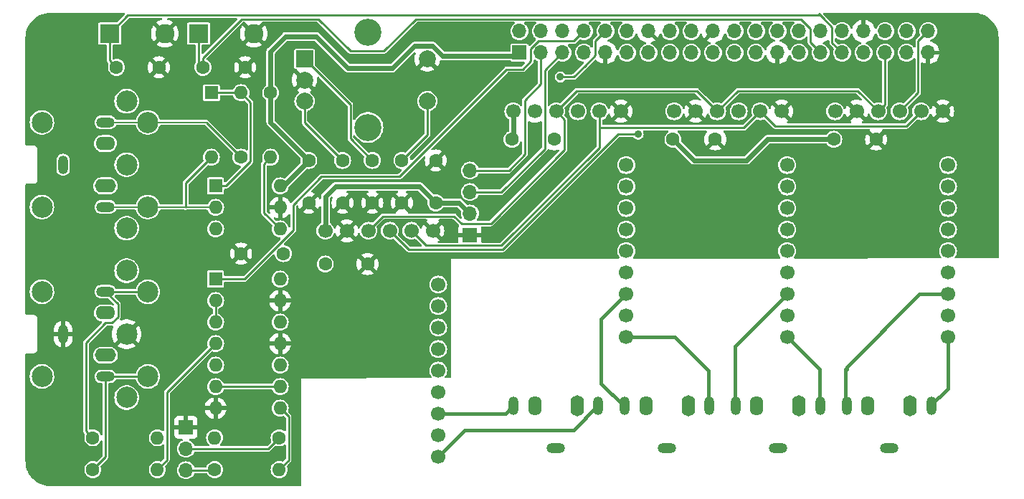
<source format=gtl>
G04 #@! TF.GenerationSoftware,KiCad,Pcbnew,7.0.9*
G04 #@! TF.CreationDate,2024-05-25T15:59:30+01:00*
G04 #@! TF.ProjectId,RPi-QuadDAC-MiniDexed,5250692d-5175-4616-9444-41432d4d696e,rev?*
G04 #@! TF.SameCoordinates,Original*
G04 #@! TF.FileFunction,Copper,L1,Top*
G04 #@! TF.FilePolarity,Positive*
%FSLAX46Y46*%
G04 Gerber Fmt 4.6, Leading zero omitted, Abs format (unit mm)*
G04 Created by KiCad (PCBNEW 7.0.9) date 2024-05-25 15:59:30*
%MOMM*%
%LPD*%
G01*
G04 APERTURE LIST*
G04 #@! TA.AperFunction,ComponentPad*
%ADD10O,1.200000X2.200000*%
G04 #@! TD*
G04 #@! TA.AperFunction,ComponentPad*
%ADD11O,1.600000X2.300000*%
G04 #@! TD*
G04 #@! TA.AperFunction,ComponentPad*
%ADD12O,2.200000X1.200000*%
G04 #@! TD*
G04 #@! TA.AperFunction,ComponentPad*
%ADD13O,1.600000X2.500000*%
G04 #@! TD*
G04 #@! TA.AperFunction,ComponentPad*
%ADD14O,2.300000X1.600000*%
G04 #@! TD*
G04 #@! TA.AperFunction,ComponentPad*
%ADD15O,2.500000X1.600000*%
G04 #@! TD*
G04 #@! TA.AperFunction,ComponentPad*
%ADD16C,1.600000*%
G04 #@! TD*
G04 #@! TA.AperFunction,ComponentPad*
%ADD17O,1.600000X1.600000*%
G04 #@! TD*
G04 #@! TA.AperFunction,ComponentPad*
%ADD18R,1.700000X1.700000*%
G04 #@! TD*
G04 #@! TA.AperFunction,ComponentPad*
%ADD19O,1.700000X1.700000*%
G04 #@! TD*
G04 #@! TA.AperFunction,ComponentPad*
%ADD20R,1.600000X1.600000*%
G04 #@! TD*
G04 #@! TA.AperFunction,ComponentPad*
%ADD21C,1.700000*%
G04 #@! TD*
G04 #@! TA.AperFunction,ComponentPad*
%ADD22R,2.250000X2.250000*%
G04 #@! TD*
G04 #@! TA.AperFunction,ComponentPad*
%ADD23C,2.250000*%
G04 #@! TD*
G04 #@! TA.AperFunction,ComponentPad*
%ADD24R,2.000000X2.000000*%
G04 #@! TD*
G04 #@! TA.AperFunction,ComponentPad*
%ADD25C,2.000000*%
G04 #@! TD*
G04 #@! TA.AperFunction,ComponentPad*
%ADD26C,3.200000*%
G04 #@! TD*
G04 #@! TA.AperFunction,WasherPad*
%ADD27C,2.499360*%
G04 #@! TD*
G04 #@! TA.AperFunction,ComponentPad*
%ADD28C,2.499360*%
G04 #@! TD*
G04 #@! TA.AperFunction,ViaPad*
%ADD29C,0.900000*%
G04 #@! TD*
G04 #@! TA.AperFunction,Conductor*
%ADD30C,0.400000*%
G04 #@! TD*
G04 #@! TA.AperFunction,Conductor*
%ADD31C,0.250000*%
G04 #@! TD*
G04 #@! TA.AperFunction,Conductor*
%ADD32C,0.600000*%
G04 #@! TD*
G04 #@! TA.AperFunction,Conductor*
%ADD33C,0.200000*%
G04 #@! TD*
G04 APERTURE END LIST*
D10*
X107700000Y-90500000D03*
D11*
X110200000Y-90500000D03*
D12*
X112700000Y-95500000D03*
D10*
X117700000Y-90500000D03*
D13*
X115200000Y-90500000D03*
D10*
X133900000Y-90500000D03*
D11*
X136400000Y-90500000D03*
D12*
X138900000Y-95500000D03*
D10*
X143900000Y-90500000D03*
D13*
X141400000Y-90500000D03*
D10*
X147000000Y-90500000D03*
D11*
X149500000Y-90500000D03*
D12*
X152000000Y-95500000D03*
D10*
X157000000Y-90500000D03*
D13*
X154500000Y-90500000D03*
D12*
X59500000Y-77000000D03*
D14*
X59500000Y-79500000D03*
D10*
X54500000Y-82000000D03*
D12*
X59500000Y-87000000D03*
D15*
X59500000Y-84500000D03*
D12*
X59500000Y-57000000D03*
D14*
X59500000Y-59500000D03*
D10*
X54500000Y-62000000D03*
D12*
X59500000Y-67000000D03*
D15*
X59500000Y-64500000D03*
D10*
X120800000Y-90500000D03*
D11*
X123300000Y-90500000D03*
D12*
X125800000Y-95500000D03*
D10*
X130800000Y-90500000D03*
D13*
X128300000Y-90500000D03*
D16*
X75500000Y-61120000D03*
D17*
X75500000Y-53500000D03*
D18*
X69000000Y-93000000D03*
D19*
X69000000Y-95540000D03*
X69000000Y-98080000D03*
D16*
X80500000Y-72500000D03*
X75500000Y-72500000D03*
D20*
X72000000Y-53500000D03*
D17*
X72000000Y-61120000D03*
D16*
X87500000Y-61500000D03*
X87500000Y-66500000D03*
D21*
X158350000Y-55695000D03*
X155810000Y-55695000D03*
X153270000Y-55695000D03*
X150730000Y-55695000D03*
X148190000Y-55695000D03*
X145650000Y-55695000D03*
X158985000Y-82365000D03*
X158985000Y-79825000D03*
X158985000Y-77285000D03*
X158985000Y-74745000D03*
X158985000Y-72205000D03*
X158985000Y-69665000D03*
X158985000Y-67125000D03*
X158985000Y-64585000D03*
X158985000Y-62045000D03*
D16*
X83500000Y-66500000D03*
X83500000Y-61500000D03*
X72380000Y-98000000D03*
D17*
X80000000Y-98000000D03*
D22*
X70500000Y-46500000D03*
D23*
X77000000Y-46500000D03*
D22*
X60000000Y-46500000D03*
D23*
X66500000Y-46500000D03*
D21*
X139350000Y-55695000D03*
X136810000Y-55695000D03*
X134270000Y-55695000D03*
X131730000Y-55695000D03*
X129190000Y-55695000D03*
X126650000Y-55695000D03*
X139985000Y-82365000D03*
X139985000Y-79825000D03*
X139985000Y-77285000D03*
X139985000Y-74745000D03*
X139985000Y-72205000D03*
X139985000Y-69665000D03*
X139985000Y-67125000D03*
X139985000Y-64585000D03*
X139985000Y-62045000D03*
D16*
X112500000Y-59000000D03*
X107500000Y-59000000D03*
D21*
X98150000Y-69795000D03*
X95610000Y-69795000D03*
X93070000Y-69795000D03*
X90530000Y-69795000D03*
X87990000Y-69795000D03*
X85450000Y-69795000D03*
X98785000Y-96465000D03*
X98785000Y-93925000D03*
X98785000Y-91385000D03*
X98785000Y-88845000D03*
X98785000Y-86305000D03*
X98785000Y-83765000D03*
X98785000Y-81225000D03*
X98785000Y-78685000D03*
X98785000Y-76145000D03*
D16*
X131500000Y-59000000D03*
X126500000Y-59000000D03*
X60800000Y-50500000D03*
X65800000Y-50500000D03*
D21*
X120350000Y-55695000D03*
X117810000Y-55695000D03*
X115270000Y-55695000D03*
X112730000Y-55695000D03*
X110190000Y-55695000D03*
X107650000Y-55695000D03*
X120985000Y-82365000D03*
X120985000Y-79825000D03*
X120985000Y-77285000D03*
X120985000Y-74745000D03*
X120985000Y-72205000D03*
X120985000Y-69665000D03*
X120985000Y-67125000D03*
X120985000Y-64585000D03*
X120985000Y-62045000D03*
D16*
X58000000Y-94250000D03*
D17*
X65620000Y-94250000D03*
D24*
X83000000Y-49500000D03*
D25*
X83000000Y-54500000D03*
X83000000Y-52000000D03*
D26*
X90500000Y-46400000D03*
X90500000Y-57600000D03*
D25*
X97500000Y-54500000D03*
X97500000Y-49500000D03*
D16*
X94500000Y-61500000D03*
X94500000Y-66500000D03*
D20*
X72500000Y-75500000D03*
D17*
X72500000Y-78040000D03*
X72500000Y-80580000D03*
X72500000Y-83120000D03*
X72500000Y-85660000D03*
X72500000Y-88200000D03*
X72500000Y-90740000D03*
X80120000Y-90740000D03*
X80120000Y-88200000D03*
X80120000Y-85660000D03*
X80120000Y-83120000D03*
X80120000Y-80580000D03*
X80120000Y-78040000D03*
X80120000Y-75500000D03*
D16*
X90450000Y-73725000D03*
X85450000Y-73725000D03*
X71000000Y-50500000D03*
X76000000Y-50500000D03*
X79000000Y-53500000D03*
D17*
X79000000Y-61120000D03*
D16*
X80000000Y-94250000D03*
D17*
X72380000Y-94250000D03*
D16*
X98500000Y-66500000D03*
X98500000Y-61500000D03*
X58000000Y-98000000D03*
D17*
X65620000Y-98000000D03*
D16*
X91000000Y-61500000D03*
X91000000Y-66500000D03*
X150500000Y-59000000D03*
X145500000Y-59000000D03*
D18*
X102536000Y-70310000D03*
D19*
X102536000Y-67770000D03*
X102536000Y-65230000D03*
X102536000Y-62690000D03*
D20*
X72500000Y-64500000D03*
D17*
X72500000Y-67040000D03*
X72500000Y-69580000D03*
X80120000Y-69580000D03*
X80120000Y-67040000D03*
X80120000Y-64500000D03*
D18*
X108370000Y-48770000D03*
D19*
X108370000Y-46230000D03*
X110910000Y-48770000D03*
X110910000Y-46230000D03*
X113450000Y-48770000D03*
X113450000Y-46230000D03*
X115990000Y-48770000D03*
X115990000Y-46230000D03*
X118530000Y-48770000D03*
X118530000Y-46230000D03*
X121070000Y-48770000D03*
X121070000Y-46230000D03*
X123610000Y-48770000D03*
X123610000Y-46230000D03*
X126150000Y-48770000D03*
X126150000Y-46230000D03*
X128690000Y-48770000D03*
X128690000Y-46230000D03*
X131230000Y-48770000D03*
X131230000Y-46230000D03*
X133770000Y-48770000D03*
X133770000Y-46230000D03*
X136310000Y-48770000D03*
X136310000Y-46230000D03*
X138850000Y-48770000D03*
X138850000Y-46230000D03*
X141390000Y-48770000D03*
X141390000Y-46230000D03*
X143930000Y-48770000D03*
X143930000Y-46230000D03*
X146470000Y-48770000D03*
X146470000Y-46230000D03*
X149010000Y-48770000D03*
X149010000Y-46230000D03*
X151550000Y-48770000D03*
X151550000Y-46230000D03*
X154090000Y-48770000D03*
X154090000Y-46230000D03*
X156630000Y-48770000D03*
X156630000Y-46230000D03*
D27*
X52002300Y-87001260D03*
X52002300Y-76998740D03*
D28*
X61997200Y-74501920D03*
X61999740Y-82000000D03*
X61997200Y-89498080D03*
X64499100Y-77003820D03*
X64499100Y-86996180D03*
D27*
X52002300Y-67001260D03*
X52002300Y-56998740D03*
D28*
X61997200Y-54501920D03*
X61999740Y-62000000D03*
X61997200Y-69498080D03*
X64499100Y-57003820D03*
X64499100Y-66996180D03*
D29*
X113200000Y-51640000D03*
X122380000Y-58394500D03*
D30*
X124860000Y-47480000D02*
X129980000Y-47480000D01*
X123610000Y-46230000D02*
X124860000Y-47480000D01*
X129980000Y-47480000D02*
X131230000Y-46230000D01*
D31*
X107120000Y-62690000D02*
X109015000Y-60795000D01*
X110910000Y-52495000D02*
X110910000Y-48770000D01*
X109015000Y-60795000D02*
X109015000Y-54390000D01*
X102536000Y-62690000D02*
X107120000Y-62690000D01*
X109015000Y-54390000D02*
X110910000Y-52495000D01*
X111365000Y-60125000D02*
X111365000Y-50855000D01*
X106260000Y-65230000D02*
X111365000Y-60125000D01*
X102536000Y-65230000D02*
X106260000Y-65230000D01*
X111365000Y-50855000D02*
X113450000Y-48770000D01*
X84999009Y-63410000D02*
X94180991Y-63410000D01*
X75909009Y-75500000D02*
X81659504Y-69749504D01*
X108759504Y-50730496D02*
X109735000Y-49755000D01*
X109735000Y-49755000D02*
X109735000Y-48283299D01*
X94180991Y-63410000D02*
X106860496Y-50730496D01*
X109735000Y-48283299D02*
X110613299Y-47405000D01*
X72500000Y-75500000D02*
X75909009Y-75500000D01*
X81659504Y-69749504D02*
X81659504Y-66749505D01*
X106860496Y-50730496D02*
X108759504Y-50730496D01*
X114815000Y-47405000D02*
X115990000Y-46230000D01*
X81659504Y-66749505D02*
X84999009Y-63410000D01*
X110613299Y-47405000D02*
X114815000Y-47405000D01*
X116110000Y-50340000D02*
X117355000Y-49095000D01*
X117355000Y-47405000D02*
X118530000Y-46230000D01*
X114810000Y-51640000D02*
X116110000Y-50340000D01*
X117355000Y-49095000D02*
X117355000Y-47405000D01*
X80120000Y-69580000D02*
X78200001Y-67660001D01*
X78200001Y-67660001D02*
X78200001Y-61919999D01*
X113200000Y-51640000D02*
X114810000Y-51640000D01*
X78200001Y-61919999D02*
X79000000Y-61120000D01*
X136810000Y-55695000D02*
X138542500Y-57427500D01*
X117810000Y-57600000D02*
X117810000Y-55695000D01*
X154077500Y-57427500D02*
X155810000Y-55695000D01*
X138542500Y-57427500D02*
X154077500Y-57427500D01*
X134885000Y-57620000D02*
X136810000Y-55695000D01*
X117810000Y-59958104D02*
X117810000Y-57600000D01*
X97357500Y-71542500D02*
X106225604Y-71542500D01*
X120140000Y-57620000D02*
X117830000Y-57620000D01*
X120140000Y-57620000D02*
X134885000Y-57620000D01*
X117830000Y-57620000D02*
X117810000Y-57600000D01*
X106225604Y-71542500D02*
X117810000Y-59958104D01*
X95610000Y-69795000D02*
X97357500Y-71542500D01*
X95267500Y-71992500D02*
X106412000Y-71992500D01*
X120010000Y-58394500D02*
X122380000Y-58394500D01*
X106412000Y-71992500D02*
X120010000Y-58394500D01*
X93070000Y-69795000D02*
X95267500Y-71992500D01*
X83000000Y-54500000D02*
X83000000Y-57000000D01*
X83000000Y-57000000D02*
X87500000Y-61500000D01*
X83000000Y-49500000D02*
X88410000Y-54910000D01*
X88410000Y-58910000D02*
X91000000Y-61500000D01*
X88410000Y-54910000D02*
X88410000Y-58910000D01*
X97500000Y-54500000D02*
X97500000Y-58500000D01*
X97500000Y-58500000D02*
X94500000Y-61500000D01*
X71000000Y-49368630D02*
X75571130Y-44797500D01*
X141619201Y-44797500D02*
X142745000Y-45923299D01*
X70500000Y-50000000D02*
X71000000Y-50500000D01*
X142745000Y-47585000D02*
X143930000Y-48770000D01*
X88410000Y-48560000D02*
X92380000Y-48560000D01*
X75571130Y-44797500D02*
X84647500Y-44797500D01*
X70500000Y-46500000D02*
X70500000Y-50000000D01*
X84647500Y-44797500D02*
X88410000Y-48560000D01*
X71000000Y-50500000D02*
X71000000Y-49368630D01*
X142745000Y-45923299D02*
X142745000Y-47585000D01*
X96142500Y-44797500D02*
X141619201Y-44797500D01*
X92380000Y-48560000D02*
X96142500Y-44797500D01*
X60000000Y-46500000D02*
X60000000Y-49700000D01*
X146470000Y-48770000D02*
X145295000Y-47595000D01*
X62152500Y-44347500D02*
X60000000Y-46500000D01*
X143892500Y-44347500D02*
X62152500Y-44347500D01*
X60000000Y-49700000D02*
X60800000Y-50500000D01*
X145295000Y-47595000D02*
X145295000Y-45750000D01*
X145295000Y-45750000D02*
X144217500Y-44672500D01*
X144217500Y-44672500D02*
X143720000Y-44175000D01*
X144217500Y-44672500D02*
X143892500Y-44347500D01*
X113720000Y-60230000D02*
X113720000Y-56685000D01*
X113720000Y-56685000D02*
X112730000Y-55695000D01*
X101535000Y-68945000D02*
X105005000Y-68945000D01*
X151550000Y-48770000D02*
X151550000Y-54875000D01*
X92235000Y-68090000D02*
X100680000Y-68090000D01*
X148305000Y-53270000D02*
X134155000Y-53270000D01*
X105005000Y-68945000D02*
X113720000Y-60230000D01*
X150730000Y-55695000D02*
X148305000Y-53270000D01*
X151550000Y-54875000D02*
X150730000Y-55695000D01*
X100680000Y-68090000D02*
X101535000Y-68945000D01*
X112730000Y-55695000D02*
X115155000Y-53270000D01*
X90530000Y-69795000D02*
X92235000Y-68090000D01*
X129305000Y-53270000D02*
X131730000Y-55695000D01*
X115155000Y-53270000D02*
X129305000Y-53270000D01*
X134155000Y-53270000D02*
X131730000Y-55695000D01*
X155455000Y-53510000D02*
X153270000Y-55695000D01*
X155455000Y-47405000D02*
X155455000Y-53510000D01*
X156630000Y-46230000D02*
X155455000Y-47405000D01*
D32*
X98500000Y-66500000D02*
X101266000Y-66500000D01*
X145500000Y-59000000D02*
X137670000Y-59000000D01*
X126500000Y-59000000D02*
X128980000Y-61480000D01*
X96570000Y-64570000D02*
X98500000Y-66500000D01*
X137670000Y-59000000D02*
X135190000Y-61480000D01*
X85450000Y-69795000D02*
X85450000Y-65770000D01*
X135190000Y-61480000D02*
X132740000Y-61480000D01*
X101266000Y-66500000D02*
X102536000Y-67770000D01*
X107650000Y-55695000D02*
X107650000Y-58850000D01*
X85450000Y-65770000D02*
X86650000Y-64570000D01*
X86650000Y-64570000D02*
X96570000Y-64570000D01*
X128980000Y-61480000D02*
X132740000Y-61480000D01*
X98096321Y-47975000D02*
X96005000Y-47975000D01*
X99271321Y-49150000D02*
X98096321Y-47975000D01*
X80500000Y-64500000D02*
X83500000Y-61500000D01*
X88150000Y-50600000D02*
X84390000Y-46840000D01*
X80120000Y-64500000D02*
X80500000Y-64500000D01*
X79000000Y-57000000D02*
X83500000Y-61500000D01*
X108370000Y-48770000D02*
X107990000Y-49150000D01*
X79000000Y-53500000D02*
X79000000Y-57000000D01*
X84390000Y-46840000D02*
X80770000Y-46840000D01*
X79000000Y-48610000D02*
X79000000Y-53500000D01*
X96005000Y-47975000D02*
X93380000Y-50600000D01*
X93380000Y-50600000D02*
X88150000Y-50600000D01*
X107990000Y-49150000D02*
X99271321Y-49150000D01*
X80770000Y-46840000D02*
X79000000Y-48610000D01*
D31*
X76625000Y-54625000D02*
X75500000Y-53500000D01*
X76625000Y-58125000D02*
X76625000Y-61595000D01*
X76625000Y-61595000D02*
X73720000Y-64500000D01*
X76625000Y-58125000D02*
X76625000Y-54625000D01*
X72000000Y-53500000D02*
X75500000Y-53500000D01*
X73720000Y-64500000D02*
X72500000Y-64500000D01*
D33*
X59500000Y-67000000D02*
X64495280Y-67000000D01*
X64499100Y-66996180D02*
X68950000Y-66996180D01*
X68950000Y-66996180D02*
X72456180Y-66996180D01*
D31*
X65295280Y-67000000D02*
X65299100Y-66996180D01*
X68950000Y-64170000D02*
X68950000Y-66996180D01*
D33*
X72456180Y-66996180D02*
X72500000Y-67040000D01*
X64495280Y-67000000D02*
X64499100Y-66996180D01*
D31*
X72000000Y-61120000D02*
X68950000Y-64170000D01*
X60975000Y-79965990D02*
X60250990Y-80690000D01*
X59500000Y-80690000D02*
X57200001Y-82989999D01*
X60250990Y-80690000D02*
X59500000Y-80690000D01*
X64495280Y-77000000D02*
X64499100Y-77003820D01*
X59500000Y-77000000D02*
X60975000Y-78475000D01*
X57200001Y-82989999D02*
X57200001Y-93450001D01*
X57200001Y-93450001D02*
X58000000Y-94250000D01*
X59500000Y-77000000D02*
X64495280Y-77000000D01*
X60975000Y-78475000D02*
X60975000Y-79965990D01*
X59503820Y-77003820D02*
X59500000Y-77000000D01*
X59503820Y-86996180D02*
X59500000Y-87000000D01*
X64495280Y-87000000D02*
X64499100Y-86996180D01*
X59500000Y-96500000D02*
X58000000Y-98000000D01*
X59500000Y-87000000D02*
X59500000Y-96500000D01*
X59500000Y-87000000D02*
X64495280Y-87000000D01*
D33*
X71383820Y-57003820D02*
X71420000Y-57040000D01*
X64499100Y-57003820D02*
X71383820Y-57003820D01*
D31*
X71420000Y-57040000D02*
X75500000Y-61120000D01*
D33*
X59500000Y-57000000D02*
X64495280Y-57000000D01*
X64495280Y-57000000D02*
X64499100Y-57003820D01*
D31*
X65295280Y-57000000D02*
X65299100Y-57003820D01*
D30*
X147010000Y-85890000D02*
X155615000Y-77285000D01*
X146900000Y-86140000D02*
X147010000Y-86140000D01*
X147010000Y-86140000D02*
X147010000Y-85890000D01*
X155615000Y-77285000D02*
X158985000Y-77285000D01*
X146900000Y-90500000D02*
X146900000Y-86140000D01*
X158985000Y-88415000D02*
X156900000Y-90500000D01*
X158985000Y-82365000D02*
X158985000Y-88415000D01*
X139985000Y-77285000D02*
X133800000Y-83470000D01*
X133800000Y-83470000D02*
X133800000Y-90500000D01*
X139985000Y-82365000D02*
X143800000Y-86180000D01*
X143800000Y-86180000D02*
X143800000Y-90500000D01*
X118030000Y-80240000D02*
X118030000Y-87830000D01*
X120985000Y-77285000D02*
X118030000Y-80240000D01*
X118030000Y-87830000D02*
X120700000Y-90500000D01*
X130700000Y-86360000D02*
X130700000Y-90500000D01*
X126705000Y-82365000D02*
X130700000Y-86360000D01*
X120985000Y-82365000D02*
X126705000Y-82365000D01*
X106715000Y-91385000D02*
X107600000Y-90500000D01*
X98785000Y-91385000D02*
X106715000Y-91385000D01*
X114745000Y-93355000D02*
X117600000Y-90500000D01*
X98785000Y-96465000D02*
X101895000Y-93355000D01*
X101895000Y-93355000D02*
X114745000Y-93355000D01*
D31*
X80120000Y-90740000D02*
X81125000Y-91745000D01*
X81125000Y-96875000D02*
X80000000Y-98000000D01*
X81125000Y-91745000D02*
X81125000Y-96875000D01*
X72500000Y-83120000D02*
X66745000Y-88875000D01*
X66745000Y-96875000D02*
X65620000Y-98000000D01*
X66745000Y-88875000D02*
X66745000Y-96875000D01*
X72500000Y-78040000D02*
X72500000Y-80580000D01*
X80120000Y-88200000D02*
X72500000Y-88200000D01*
X80000000Y-94250000D02*
X78710000Y-95540000D01*
X78710000Y-95540000D02*
X69000000Y-95540000D01*
X72300000Y-98080000D02*
X72380000Y-98000000D01*
X69000000Y-98080000D02*
X72300000Y-98080000D01*
G04 #@! TA.AperFunction,Conductor*
G36*
X61756850Y-44070185D02*
G01*
X61802605Y-44122989D01*
X61812549Y-44192147D01*
X61783524Y-44255703D01*
X61777492Y-44262181D01*
X60901493Y-45138181D01*
X60840170Y-45171666D01*
X60813812Y-45174500D01*
X58855247Y-45174500D01*
X58796770Y-45186131D01*
X58796769Y-45186132D01*
X58730447Y-45230447D01*
X58686132Y-45296769D01*
X58686131Y-45296770D01*
X58674500Y-45355247D01*
X58674500Y-47644752D01*
X58686131Y-47703229D01*
X58686132Y-47703230D01*
X58730447Y-47769552D01*
X58796769Y-47813867D01*
X58796770Y-47813868D01*
X58855247Y-47825499D01*
X58855250Y-47825500D01*
X58855252Y-47825500D01*
X59550500Y-47825500D01*
X59617539Y-47845185D01*
X59663294Y-47897989D01*
X59674500Y-47949500D01*
X59674500Y-49683078D01*
X59674264Y-49688485D01*
X59670735Y-49728808D01*
X59681212Y-49767910D01*
X59682383Y-49773190D01*
X59689411Y-49813043D01*
X59691235Y-49818055D01*
X59698197Y-49834861D01*
X59700445Y-49839681D01*
X59700446Y-49839684D01*
X59705928Y-49847513D01*
X59723655Y-49872831D01*
X59726561Y-49877392D01*
X59746806Y-49912455D01*
X59777815Y-49938475D01*
X59781805Y-49942131D01*
X59838126Y-49998452D01*
X59871611Y-50059775D01*
X59869106Y-50122128D01*
X59813975Y-50303869D01*
X59794659Y-50500000D01*
X59813975Y-50696129D01*
X59813976Y-50696132D01*
X59861729Y-50853553D01*
X59871188Y-50884733D01*
X59964086Y-51058532D01*
X59964090Y-51058539D01*
X60089116Y-51210883D01*
X60241460Y-51335909D01*
X60241467Y-51335913D01*
X60415266Y-51428811D01*
X60415269Y-51428811D01*
X60415273Y-51428814D01*
X60603868Y-51486024D01*
X60800000Y-51505341D01*
X60996132Y-51486024D01*
X61184727Y-51428814D01*
X61358538Y-51335910D01*
X61510883Y-51210883D01*
X61635910Y-51058538D01*
X61717216Y-50906426D01*
X61728811Y-50884733D01*
X61728811Y-50884732D01*
X61728814Y-50884727D01*
X61786024Y-50696132D01*
X61805341Y-50500002D01*
X64495034Y-50500002D01*
X64514858Y-50726599D01*
X64514860Y-50726610D01*
X64573730Y-50946317D01*
X64573734Y-50946326D01*
X64669865Y-51152481D01*
X64669866Y-51152483D01*
X64720973Y-51225471D01*
X64720974Y-51225472D01*
X65402046Y-50544399D01*
X65414835Y-50625148D01*
X65472359Y-50738045D01*
X65561955Y-50827641D01*
X65674852Y-50885165D01*
X65755599Y-50897953D01*
X65074526Y-51579025D01*
X65074526Y-51579026D01*
X65147512Y-51630131D01*
X65147516Y-51630133D01*
X65353673Y-51726265D01*
X65353682Y-51726269D01*
X65573389Y-51785139D01*
X65573400Y-51785141D01*
X65799998Y-51804966D01*
X65800002Y-51804966D01*
X66026599Y-51785141D01*
X66026610Y-51785139D01*
X66246317Y-51726269D01*
X66246331Y-51726264D01*
X66452478Y-51630136D01*
X66525472Y-51579025D01*
X65844401Y-50897953D01*
X65925148Y-50885165D01*
X66038045Y-50827641D01*
X66127641Y-50738045D01*
X66185165Y-50625148D01*
X66197953Y-50544400D01*
X66879025Y-51225472D01*
X66930136Y-51152478D01*
X67026264Y-50946331D01*
X67026269Y-50946317D01*
X67085139Y-50726610D01*
X67085141Y-50726599D01*
X67104966Y-50500002D01*
X67104966Y-50499997D01*
X67085141Y-50273400D01*
X67085139Y-50273389D01*
X67026269Y-50053682D01*
X67026265Y-50053673D01*
X66930133Y-49847516D01*
X66930131Y-49847512D01*
X66879026Y-49774526D01*
X66879025Y-49774526D01*
X66197953Y-50455598D01*
X66185165Y-50374852D01*
X66127641Y-50261955D01*
X66038045Y-50172359D01*
X65925148Y-50114835D01*
X65844400Y-50102046D01*
X66525472Y-49420974D01*
X66525471Y-49420973D01*
X66452483Y-49369866D01*
X66452481Y-49369865D01*
X66246326Y-49273734D01*
X66246317Y-49273730D01*
X66026610Y-49214860D01*
X66026599Y-49214858D01*
X65800002Y-49195034D01*
X65799998Y-49195034D01*
X65573400Y-49214858D01*
X65573389Y-49214860D01*
X65353682Y-49273730D01*
X65353673Y-49273734D01*
X65147513Y-49369868D01*
X65074527Y-49420972D01*
X65074526Y-49420973D01*
X65755600Y-50102046D01*
X65674852Y-50114835D01*
X65561955Y-50172359D01*
X65472359Y-50261955D01*
X65414835Y-50374852D01*
X65402046Y-50455599D01*
X64720973Y-49774526D01*
X64720972Y-49774527D01*
X64669868Y-49847513D01*
X64573734Y-50053673D01*
X64573730Y-50053682D01*
X64514860Y-50273389D01*
X64514858Y-50273400D01*
X64495034Y-50499997D01*
X64495034Y-50500002D01*
X61805341Y-50500002D01*
X61805341Y-50500000D01*
X61786024Y-50303868D01*
X61728814Y-50115273D01*
X61728811Y-50115267D01*
X61728811Y-50115266D01*
X61635913Y-49941467D01*
X61635909Y-49941460D01*
X61510883Y-49789116D01*
X61358539Y-49664090D01*
X61358532Y-49664086D01*
X61184733Y-49571188D01*
X61184727Y-49571186D01*
X60996132Y-49513976D01*
X60996129Y-49513975D01*
X60800000Y-49494659D01*
X60603869Y-49513975D01*
X60485495Y-49549884D01*
X60415628Y-49550507D01*
X60356515Y-49513259D01*
X60326924Y-49449965D01*
X60325500Y-49431223D01*
X60325500Y-47949500D01*
X60345185Y-47882461D01*
X60397989Y-47836706D01*
X60449500Y-47825500D01*
X61144750Y-47825500D01*
X61144751Y-47825499D01*
X61159568Y-47822552D01*
X61203229Y-47813868D01*
X61203229Y-47813867D01*
X61203231Y-47813867D01*
X61269552Y-47769552D01*
X61313867Y-47703231D01*
X61313867Y-47703229D01*
X61313868Y-47703229D01*
X61325499Y-47644752D01*
X61325500Y-47644750D01*
X61325500Y-45686188D01*
X61345185Y-45619149D01*
X61361819Y-45598507D01*
X62251007Y-44709319D01*
X62312330Y-44675834D01*
X62338688Y-44673000D01*
X66101386Y-44673000D01*
X66168425Y-44692685D01*
X66214180Y-44745489D01*
X66224124Y-44814647D01*
X66195099Y-44878203D01*
X66136321Y-44915977D01*
X66130333Y-44917574D01*
X65996297Y-44949752D01*
X65759987Y-45047634D01*
X65759984Y-45047636D01*
X65541897Y-45181280D01*
X65538087Y-45184534D01*
X66252466Y-45898913D01*
X66184371Y-45925874D01*
X66051508Y-46022405D01*
X65946825Y-46148945D01*
X65898368Y-46251921D01*
X65184534Y-45538087D01*
X65181280Y-45541897D01*
X65047636Y-45759984D01*
X65047634Y-45759987D01*
X64949752Y-45996297D01*
X64890042Y-46245010D01*
X64869975Y-46500000D01*
X64890042Y-46754989D01*
X64949752Y-47003702D01*
X65047634Y-47240012D01*
X65047636Y-47240015D01*
X65181275Y-47458095D01*
X65181286Y-47458110D01*
X65184533Y-47461911D01*
X65184535Y-47461911D01*
X65897452Y-46748993D01*
X65907188Y-46778956D01*
X65995186Y-46917619D01*
X66114903Y-47030040D01*
X66249510Y-47104041D01*
X65538087Y-47815464D01*
X65538087Y-47815465D01*
X65541888Y-47818712D01*
X65541898Y-47818719D01*
X65759984Y-47952363D01*
X65759987Y-47952365D01*
X65996297Y-48050247D01*
X66245011Y-48109957D01*
X66245010Y-48109957D01*
X66500000Y-48130024D01*
X66754989Y-48109957D01*
X67003702Y-48050247D01*
X67240012Y-47952365D01*
X67240015Y-47952363D01*
X67458103Y-47818719D01*
X67461912Y-47815464D01*
X66747534Y-47101086D01*
X66815629Y-47074126D01*
X66948492Y-46977595D01*
X67053175Y-46851055D01*
X67101631Y-46748079D01*
X67815464Y-47461912D01*
X67818719Y-47458103D01*
X67952363Y-47240015D01*
X67952365Y-47240012D01*
X68050247Y-47003702D01*
X68109957Y-46754989D01*
X68130024Y-46500000D01*
X68109957Y-46245010D01*
X68050247Y-45996297D01*
X67952365Y-45759987D01*
X67952363Y-45759984D01*
X67818719Y-45541898D01*
X67818712Y-45541888D01*
X67815465Y-45538087D01*
X67815464Y-45538087D01*
X67102546Y-46251004D01*
X67092812Y-46221044D01*
X67004814Y-46082381D01*
X66885097Y-45969960D01*
X66750489Y-45895958D01*
X67461911Y-45184535D01*
X67461911Y-45184533D01*
X67458110Y-45181286D01*
X67458095Y-45181275D01*
X67240015Y-45047636D01*
X67240012Y-45047634D01*
X67003702Y-44949752D01*
X66869667Y-44917574D01*
X66809075Y-44882783D01*
X66776911Y-44820757D01*
X66783387Y-44751188D01*
X66826447Y-44696164D01*
X66892419Y-44673155D01*
X66898614Y-44673000D01*
X74935942Y-44673000D01*
X75002981Y-44692685D01*
X75048736Y-44745489D01*
X75058680Y-44814647D01*
X75029655Y-44878203D01*
X75023623Y-44884681D01*
X71037181Y-48871123D01*
X70975858Y-48904608D01*
X70906166Y-48899624D01*
X70850233Y-48857752D01*
X70825816Y-48792288D01*
X70825500Y-48783442D01*
X70825500Y-47949500D01*
X70845185Y-47882461D01*
X70897989Y-47836706D01*
X70949500Y-47825500D01*
X71644750Y-47825500D01*
X71644751Y-47825499D01*
X71659568Y-47822552D01*
X71703229Y-47813868D01*
X71703229Y-47813867D01*
X71703231Y-47813867D01*
X71769552Y-47769552D01*
X71813867Y-47703231D01*
X71813867Y-47703229D01*
X71813868Y-47703229D01*
X71825499Y-47644752D01*
X71825500Y-47644750D01*
X71825500Y-45355249D01*
X71825499Y-45355247D01*
X71813868Y-45296770D01*
X71813867Y-45296769D01*
X71769552Y-45230447D01*
X71703230Y-45186132D01*
X71703229Y-45186131D01*
X71644752Y-45174500D01*
X71644748Y-45174500D01*
X69355252Y-45174500D01*
X69355247Y-45174500D01*
X69296770Y-45186131D01*
X69296769Y-45186132D01*
X69230447Y-45230447D01*
X69186132Y-45296769D01*
X69186131Y-45296770D01*
X69174500Y-45355247D01*
X69174500Y-47644752D01*
X69186131Y-47703229D01*
X69186132Y-47703230D01*
X69230447Y-47769552D01*
X69296769Y-47813867D01*
X69296770Y-47813868D01*
X69355247Y-47825499D01*
X69355250Y-47825500D01*
X69355252Y-47825500D01*
X70050500Y-47825500D01*
X70117539Y-47845185D01*
X70163294Y-47897989D01*
X70174500Y-47949500D01*
X70174500Y-49890925D01*
X70159858Y-49949378D01*
X70071188Y-50115267D01*
X70013975Y-50303870D01*
X69994659Y-50500000D01*
X70013975Y-50696129D01*
X70013976Y-50696132D01*
X70061729Y-50853553D01*
X70071188Y-50884733D01*
X70164086Y-51058532D01*
X70164090Y-51058539D01*
X70289116Y-51210883D01*
X70441460Y-51335909D01*
X70441467Y-51335913D01*
X70615266Y-51428811D01*
X70615269Y-51428811D01*
X70615273Y-51428814D01*
X70803868Y-51486024D01*
X71000000Y-51505341D01*
X71196132Y-51486024D01*
X71384727Y-51428814D01*
X71558538Y-51335910D01*
X71710883Y-51210883D01*
X71835910Y-51058538D01*
X71917216Y-50906426D01*
X71928811Y-50884733D01*
X71928811Y-50884732D01*
X71928814Y-50884727D01*
X71986024Y-50696132D01*
X72005341Y-50500002D01*
X74695034Y-50500002D01*
X74714858Y-50726599D01*
X74714860Y-50726610D01*
X74773730Y-50946317D01*
X74773734Y-50946326D01*
X74869865Y-51152481D01*
X74869866Y-51152483D01*
X74920973Y-51225471D01*
X74920974Y-51225472D01*
X75602046Y-50544399D01*
X75614835Y-50625148D01*
X75672359Y-50738045D01*
X75761955Y-50827641D01*
X75874852Y-50885165D01*
X75955599Y-50897953D01*
X75274526Y-51579025D01*
X75274526Y-51579026D01*
X75347512Y-51630131D01*
X75347516Y-51630133D01*
X75553673Y-51726265D01*
X75553682Y-51726269D01*
X75773389Y-51785139D01*
X75773400Y-51785141D01*
X75999998Y-51804966D01*
X76000002Y-51804966D01*
X76226599Y-51785141D01*
X76226610Y-51785139D01*
X76446317Y-51726269D01*
X76446331Y-51726264D01*
X76652478Y-51630136D01*
X76725472Y-51579025D01*
X76044401Y-50897953D01*
X76125148Y-50885165D01*
X76238045Y-50827641D01*
X76327641Y-50738045D01*
X76385165Y-50625148D01*
X76397953Y-50544400D01*
X77079025Y-51225472D01*
X77130136Y-51152478D01*
X77226264Y-50946331D01*
X77226269Y-50946317D01*
X77285139Y-50726610D01*
X77285141Y-50726599D01*
X77304966Y-50500002D01*
X77304966Y-50499997D01*
X77285141Y-50273400D01*
X77285139Y-50273389D01*
X77226269Y-50053682D01*
X77226265Y-50053673D01*
X77130133Y-49847516D01*
X77130131Y-49847512D01*
X77079026Y-49774526D01*
X77079025Y-49774526D01*
X76397953Y-50455598D01*
X76385165Y-50374852D01*
X76327641Y-50261955D01*
X76238045Y-50172359D01*
X76125148Y-50114835D01*
X76044400Y-50102046D01*
X76725472Y-49420974D01*
X76725471Y-49420973D01*
X76652483Y-49369866D01*
X76652481Y-49369865D01*
X76446326Y-49273734D01*
X76446317Y-49273730D01*
X76226610Y-49214860D01*
X76226599Y-49214858D01*
X76000002Y-49195034D01*
X75999998Y-49195034D01*
X75773400Y-49214858D01*
X75773389Y-49214860D01*
X75553682Y-49273730D01*
X75553673Y-49273734D01*
X75347513Y-49369868D01*
X75274527Y-49420972D01*
X75274526Y-49420973D01*
X75955600Y-50102046D01*
X75874852Y-50114835D01*
X75761955Y-50172359D01*
X75672359Y-50261955D01*
X75614835Y-50374852D01*
X75602046Y-50455599D01*
X74920973Y-49774526D01*
X74920972Y-49774527D01*
X74869868Y-49847513D01*
X74773734Y-50053673D01*
X74773730Y-50053682D01*
X74714860Y-50273389D01*
X74714858Y-50273400D01*
X74695034Y-50499997D01*
X74695034Y-50500002D01*
X72005341Y-50500002D01*
X72005341Y-50500000D01*
X71986024Y-50303868D01*
X71928814Y-50115273D01*
X71928811Y-50115267D01*
X71928811Y-50115266D01*
X71835913Y-49941467D01*
X71835909Y-49941460D01*
X71710883Y-49789116D01*
X71558539Y-49664090D01*
X71558536Y-49664088D01*
X71449444Y-49605777D01*
X71399600Y-49556814D01*
X71384140Y-49488677D01*
X71407972Y-49422997D01*
X71420210Y-49408745D01*
X75669637Y-45159319D01*
X75730960Y-45125834D01*
X75757318Y-45123000D01*
X75925191Y-45123000D01*
X75992230Y-45142685D01*
X76012872Y-45159319D01*
X76752466Y-45898913D01*
X76684371Y-45925874D01*
X76551508Y-46022405D01*
X76446825Y-46148945D01*
X76398368Y-46251921D01*
X75684534Y-45538087D01*
X75681280Y-45541897D01*
X75547636Y-45759984D01*
X75547634Y-45759987D01*
X75449752Y-45996297D01*
X75390042Y-46245010D01*
X75369975Y-46500000D01*
X75390042Y-46754989D01*
X75449752Y-47003702D01*
X75547634Y-47240012D01*
X75547636Y-47240015D01*
X75681275Y-47458095D01*
X75681286Y-47458110D01*
X75684533Y-47461911D01*
X75684535Y-47461911D01*
X76397452Y-46748993D01*
X76407188Y-46778956D01*
X76495186Y-46917619D01*
X76614903Y-47030040D01*
X76749510Y-47104041D01*
X76038087Y-47815464D01*
X76038087Y-47815465D01*
X76041888Y-47818712D01*
X76041898Y-47818719D01*
X76259984Y-47952363D01*
X76259987Y-47952365D01*
X76496297Y-48050247D01*
X76745011Y-48109957D01*
X76745010Y-48109957D01*
X77000000Y-48130024D01*
X77254989Y-48109957D01*
X77503702Y-48050247D01*
X77740012Y-47952365D01*
X77740015Y-47952363D01*
X77958103Y-47818719D01*
X77961912Y-47815464D01*
X77247534Y-47101086D01*
X77315629Y-47074126D01*
X77448492Y-46977595D01*
X77553175Y-46851055D01*
X77601631Y-46748079D01*
X78315464Y-47461912D01*
X78318719Y-47458103D01*
X78452363Y-47240015D01*
X78452365Y-47240012D01*
X78550247Y-47003702D01*
X78609957Y-46754989D01*
X78630024Y-46500000D01*
X78609957Y-46245010D01*
X78550247Y-45996297D01*
X78452365Y-45759987D01*
X78452363Y-45759984D01*
X78318719Y-45541898D01*
X78318712Y-45541888D01*
X78315465Y-45538087D01*
X78315464Y-45538087D01*
X77602546Y-46251004D01*
X77592812Y-46221044D01*
X77504814Y-46082381D01*
X77385097Y-45969960D01*
X77250489Y-45895958D01*
X77987128Y-45159319D01*
X78048451Y-45125834D01*
X78074809Y-45123000D01*
X84461312Y-45123000D01*
X84528351Y-45142685D01*
X84548993Y-45159319D01*
X88167863Y-48778189D01*
X88171518Y-48782178D01*
X88197541Y-48813190D01*
X88197543Y-48813191D01*
X88197545Y-48813194D01*
X88197547Y-48813195D01*
X88197548Y-48813196D01*
X88232599Y-48833433D01*
X88237162Y-48836339D01*
X88270316Y-48859554D01*
X88270319Y-48859554D01*
X88275176Y-48861820D01*
X88291942Y-48868764D01*
X88296951Y-48870587D01*
X88296954Y-48870587D01*
X88296955Y-48870588D01*
X88336833Y-48877619D01*
X88342065Y-48878778D01*
X88381194Y-48889264D01*
X88421523Y-48885735D01*
X88426925Y-48885500D01*
X92363078Y-48885500D01*
X92368481Y-48885735D01*
X92408807Y-48889264D01*
X92447940Y-48878777D01*
X92453162Y-48877619D01*
X92493045Y-48870588D01*
X92493050Y-48870584D01*
X92498099Y-48868747D01*
X92514824Y-48861819D01*
X92519681Y-48859554D01*
X92519684Y-48859554D01*
X92552841Y-48836335D01*
X92557390Y-48833438D01*
X92592455Y-48813194D01*
X92592459Y-48813190D01*
X92618476Y-48782182D01*
X92622122Y-48778202D01*
X96241007Y-45159319D01*
X96302330Y-45125834D01*
X96328688Y-45123000D01*
X107717971Y-45123000D01*
X107785010Y-45142685D01*
X107830765Y-45195489D01*
X107840709Y-45264647D01*
X107811684Y-45328203D01*
X107786859Y-45350104D01*
X107783549Y-45352315D01*
X107623589Y-45483589D01*
X107492317Y-45643547D01*
X107394769Y-45826043D01*
X107334699Y-46024067D01*
X107314417Y-46230000D01*
X107334699Y-46435932D01*
X107348067Y-46480000D01*
X107394768Y-46633954D01*
X107492315Y-46816450D01*
X107526537Y-46858150D01*
X107623589Y-46976410D01*
X107702523Y-47041188D01*
X107783550Y-47107685D01*
X107966046Y-47205232D01*
X108164066Y-47265300D01*
X108164065Y-47265300D01*
X108182529Y-47267118D01*
X108370000Y-47285583D01*
X108575934Y-47265300D01*
X108773954Y-47205232D01*
X108956450Y-47107685D01*
X109116410Y-46976410D01*
X109247685Y-46816450D01*
X109345232Y-46633954D01*
X109405300Y-46435934D01*
X109425583Y-46230000D01*
X109405300Y-46024066D01*
X109345232Y-45826046D01*
X109247685Y-45643550D01*
X109172897Y-45552420D01*
X109116410Y-45483589D01*
X108956450Y-45352315D01*
X108953141Y-45350104D01*
X108951797Y-45348496D01*
X108951742Y-45348451D01*
X108951750Y-45348440D01*
X108908335Y-45296493D01*
X108899625Y-45227168D01*
X108929778Y-45164140D01*
X108989220Y-45127419D01*
X109022029Y-45123000D01*
X110257971Y-45123000D01*
X110325010Y-45142685D01*
X110370765Y-45195489D01*
X110380709Y-45264647D01*
X110351684Y-45328203D01*
X110326859Y-45350104D01*
X110323549Y-45352315D01*
X110163589Y-45483589D01*
X110032317Y-45643547D01*
X109934769Y-45826043D01*
X109874699Y-46024067D01*
X109854417Y-46230000D01*
X109874699Y-46435932D01*
X109888067Y-46480000D01*
X109934768Y-46633954D01*
X110032315Y-46816450D01*
X110066537Y-46858150D01*
X110163589Y-46976410D01*
X110287400Y-47078018D01*
X110326735Y-47135764D01*
X110328606Y-47205609D01*
X110296417Y-47261553D01*
X109623897Y-47934074D01*
X109562574Y-47967559D01*
X109492883Y-47962575D01*
X109436949Y-47920704D01*
X109414598Y-47870583D01*
X109409546Y-47845185D01*
X109408867Y-47841769D01*
X109379257Y-47797455D01*
X109364552Y-47775447D01*
X109298230Y-47731132D01*
X109298229Y-47731131D01*
X109239752Y-47719500D01*
X109239748Y-47719500D01*
X107500252Y-47719500D01*
X107500247Y-47719500D01*
X107441770Y-47731131D01*
X107441769Y-47731132D01*
X107375447Y-47775447D01*
X107331132Y-47841769D01*
X107331131Y-47841770D01*
X107319500Y-47900247D01*
X107319500Y-48525500D01*
X107299815Y-48592539D01*
X107247011Y-48638294D01*
X107195500Y-48649500D01*
X99529997Y-48649500D01*
X99462958Y-48629815D01*
X99442316Y-48613181D01*
X98497706Y-47668571D01*
X98481071Y-47647928D01*
X98478466Y-47643874D01*
X98478463Y-47643871D01*
X98460249Y-47628089D01*
X98439253Y-47609896D01*
X98436021Y-47606886D01*
X98424917Y-47595782D01*
X98424909Y-47595775D01*
X98412334Y-47586362D01*
X98408904Y-47583598D01*
X98369694Y-47549623D01*
X98369692Y-47549622D01*
X98369688Y-47549619D01*
X98365304Y-47547617D01*
X98342515Y-47534096D01*
X98338652Y-47531204D01*
X98338650Y-47531203D01*
X98290037Y-47513071D01*
X98285963Y-47511383D01*
X98238778Y-47489835D01*
X98238776Y-47489834D01*
X98234003Y-47489148D01*
X98208321Y-47482593D01*
X98203806Y-47480909D01*
X98152061Y-47477207D01*
X98147664Y-47476734D01*
X98132120Y-47474500D01*
X98116415Y-47474500D01*
X98111992Y-47474342D01*
X98094404Y-47473084D01*
X98060250Y-47470641D01*
X98060246Y-47470641D01*
X98055536Y-47471666D01*
X98029178Y-47474500D01*
X96072143Y-47474500D01*
X96045785Y-47471666D01*
X96041074Y-47470641D01*
X96041070Y-47470641D01*
X96002552Y-47473396D01*
X95989328Y-47474342D01*
X95984906Y-47474500D01*
X95969199Y-47474500D01*
X95953656Y-47476734D01*
X95949260Y-47477207D01*
X95897517Y-47480909D01*
X95897513Y-47480910D01*
X95892986Y-47482598D01*
X95867327Y-47489146D01*
X95862550Y-47489833D01*
X95862543Y-47489835D01*
X95815353Y-47511385D01*
X95811264Y-47513078D01*
X95762675Y-47531200D01*
X95762664Y-47531206D01*
X95758799Y-47534100D01*
X95736020Y-47547615D01*
X95731636Y-47549617D01*
X95731626Y-47549623D01*
X95710328Y-47568078D01*
X95692433Y-47583584D01*
X95688996Y-47586354D01*
X95676402Y-47595781D01*
X95665291Y-47606892D01*
X95662055Y-47609905D01*
X95622861Y-47643867D01*
X95622854Y-47643876D01*
X95620243Y-47647938D01*
X95603616Y-47668568D01*
X93209005Y-50063181D01*
X93147682Y-50096666D01*
X93121324Y-50099500D01*
X88408676Y-50099500D01*
X88341637Y-50079815D01*
X88320995Y-50063181D01*
X84791385Y-46533571D01*
X84774750Y-46512928D01*
X84772145Y-46508874D01*
X84772142Y-46508871D01*
X84761903Y-46499999D01*
X84732932Y-46474896D01*
X84729700Y-46471886D01*
X84718596Y-46460782D01*
X84718588Y-46460775D01*
X84706013Y-46451362D01*
X84702583Y-46448598D01*
X84663373Y-46414623D01*
X84663371Y-46414622D01*
X84663367Y-46414619D01*
X84658983Y-46412617D01*
X84636194Y-46399096D01*
X84632331Y-46396204D01*
X84632329Y-46396203D01*
X84583716Y-46378071D01*
X84579642Y-46376383D01*
X84532457Y-46354835D01*
X84532455Y-46354834D01*
X84527682Y-46354148D01*
X84502000Y-46347593D01*
X84497485Y-46345909D01*
X84445740Y-46342207D01*
X84441343Y-46341734D01*
X84425799Y-46339500D01*
X84410094Y-46339500D01*
X84405671Y-46339342D01*
X84388083Y-46338084D01*
X84353929Y-46335641D01*
X84353925Y-46335641D01*
X84349215Y-46336666D01*
X84322857Y-46339500D01*
X80837143Y-46339500D01*
X80810785Y-46336666D01*
X80806074Y-46335641D01*
X80806070Y-46335641D01*
X80767552Y-46338396D01*
X80754328Y-46339342D01*
X80749906Y-46339500D01*
X80734199Y-46339500D01*
X80718656Y-46341734D01*
X80714260Y-46342207D01*
X80662517Y-46345909D01*
X80662513Y-46345910D01*
X80657986Y-46347598D01*
X80632327Y-46354146D01*
X80627550Y-46354833D01*
X80627543Y-46354835D01*
X80580353Y-46376385D01*
X80576264Y-46378078D01*
X80527675Y-46396200D01*
X80527664Y-46396206D01*
X80523799Y-46399100D01*
X80501020Y-46412615D01*
X80496636Y-46414617D01*
X80496626Y-46414623D01*
X80486914Y-46423039D01*
X80457433Y-46448584D01*
X80453996Y-46451354D01*
X80441402Y-46460781D01*
X80430291Y-46471892D01*
X80427055Y-46474905D01*
X80387861Y-46508867D01*
X80387854Y-46508876D01*
X80385243Y-46512938D01*
X80368616Y-46533568D01*
X78693568Y-48208616D01*
X78672938Y-48225243D01*
X78668876Y-48227854D01*
X78668867Y-48227861D01*
X78634905Y-48267055D01*
X78631892Y-48270291D01*
X78620781Y-48281402D01*
X78611354Y-48293996D01*
X78608587Y-48297428D01*
X78600714Y-48306516D01*
X78574623Y-48336626D01*
X78574617Y-48336636D01*
X78572615Y-48341020D01*
X78559100Y-48363799D01*
X78556206Y-48367664D01*
X78556200Y-48367675D01*
X78538078Y-48416264D01*
X78536385Y-48420353D01*
X78514835Y-48467543D01*
X78514833Y-48467550D01*
X78514146Y-48472327D01*
X78507598Y-48497986D01*
X78505910Y-48502513D01*
X78505909Y-48502517D01*
X78502207Y-48554260D01*
X78501734Y-48558656D01*
X78499500Y-48574199D01*
X78499500Y-48589904D01*
X78499342Y-48594329D01*
X78495641Y-48646069D01*
X78495641Y-48646073D01*
X78496666Y-48650785D01*
X78499500Y-48677143D01*
X78499500Y-52559030D01*
X78479815Y-52626069D01*
X78444396Y-52662129D01*
X78441461Y-52664089D01*
X78289116Y-52789116D01*
X78164090Y-52941460D01*
X78164086Y-52941467D01*
X78071188Y-53115266D01*
X78013975Y-53303870D01*
X77994659Y-53500000D01*
X78013975Y-53696129D01*
X78071188Y-53884733D01*
X78164086Y-54058532D01*
X78164090Y-54058539D01*
X78289116Y-54210883D01*
X78441457Y-54335906D01*
X78441462Y-54335910D01*
X78441466Y-54335912D01*
X78444387Y-54337864D01*
X78445576Y-54339286D01*
X78446171Y-54339775D01*
X78446078Y-54339887D01*
X78489194Y-54391475D01*
X78499500Y-54440969D01*
X78499500Y-56932858D01*
X78496667Y-56959206D01*
X78495641Y-56963927D01*
X78495641Y-56963929D01*
X78495641Y-56963930D01*
X78499342Y-57015669D01*
X78499500Y-57020094D01*
X78499500Y-57035799D01*
X78501734Y-57051343D01*
X78502207Y-57055740D01*
X78505909Y-57107485D01*
X78507593Y-57112000D01*
X78514148Y-57137682D01*
X78514834Y-57142455D01*
X78514835Y-57142457D01*
X78536383Y-57189642D01*
X78538071Y-57193716D01*
X78556203Y-57242329D01*
X78559096Y-57246194D01*
X78572617Y-57268983D01*
X78574619Y-57273367D01*
X78574622Y-57273371D01*
X78574623Y-57273373D01*
X78608598Y-57312583D01*
X78611362Y-57316013D01*
X78620775Y-57328588D01*
X78620782Y-57328596D01*
X78631886Y-57339700D01*
X78634896Y-57342932D01*
X78640606Y-57349522D01*
X78668871Y-57382142D01*
X78668874Y-57382145D01*
X78672928Y-57384750D01*
X78693571Y-57401385D01*
X82480726Y-61188540D01*
X82514211Y-61249863D01*
X82514665Y-61300401D01*
X82513976Y-61303865D01*
X82494659Y-61500000D01*
X82513976Y-61696133D01*
X82514664Y-61699593D01*
X82514498Y-61701439D01*
X82514573Y-61702194D01*
X82514429Y-61702208D01*
X82508432Y-61769184D01*
X82480726Y-61811458D01*
X80710694Y-63581490D01*
X80649371Y-63614975D01*
X80579679Y-63609991D01*
X80564560Y-63603167D01*
X80504732Y-63571188D01*
X80504729Y-63571187D01*
X80504727Y-63571186D01*
X80319264Y-63514926D01*
X80316129Y-63513975D01*
X80120000Y-63494659D01*
X79923870Y-63513975D01*
X79735266Y-63571188D01*
X79561467Y-63664086D01*
X79561460Y-63664090D01*
X79409116Y-63789116D01*
X79284090Y-63941460D01*
X79284086Y-63941467D01*
X79191188Y-64115266D01*
X79133975Y-64303870D01*
X79114659Y-64500000D01*
X79133975Y-64696129D01*
X79133976Y-64696132D01*
X79180430Y-64849271D01*
X79191188Y-64884733D01*
X79284086Y-65058532D01*
X79284090Y-65058539D01*
X79409116Y-65210883D01*
X79561460Y-65335909D01*
X79561467Y-65335913D01*
X79735266Y-65428811D01*
X79735269Y-65428811D01*
X79735273Y-65428814D01*
X79923868Y-65486024D01*
X80120000Y-65505341D01*
X80316132Y-65486024D01*
X80504727Y-65428814D01*
X80504881Y-65428732D01*
X80678532Y-65335913D01*
X80678538Y-65335910D01*
X80830883Y-65210883D01*
X80955910Y-65058538D01*
X81048814Y-64884727D01*
X81106024Y-64696132D01*
X81111981Y-64635636D01*
X81138140Y-64570851D01*
X81147694Y-64560118D01*
X83188541Y-62519271D01*
X83249862Y-62485788D01*
X83300412Y-62485337D01*
X83303864Y-62486023D01*
X83303865Y-62486023D01*
X83303868Y-62486024D01*
X83500000Y-62505341D01*
X83696132Y-62486024D01*
X83884727Y-62428814D01*
X84058538Y-62335910D01*
X84210883Y-62210883D01*
X84335910Y-62058538D01*
X84385819Y-61965165D01*
X84428811Y-61884733D01*
X84428811Y-61884732D01*
X84428814Y-61884727D01*
X84486024Y-61696132D01*
X84505341Y-61500000D01*
X84486024Y-61303868D01*
X84428814Y-61115273D01*
X84428811Y-61115269D01*
X84428811Y-61115266D01*
X84335913Y-60941467D01*
X84335909Y-60941460D01*
X84210883Y-60789116D01*
X84058539Y-60664090D01*
X84058532Y-60664086D01*
X83884733Y-60571188D01*
X83884727Y-60571186D01*
X83706417Y-60517096D01*
X83696129Y-60513975D01*
X83500000Y-60494659D01*
X83303865Y-60513976D01*
X83300401Y-60514665D01*
X83298552Y-60514499D01*
X83297806Y-60514573D01*
X83297792Y-60514431D01*
X83230810Y-60508430D01*
X83188540Y-60480726D01*
X79536819Y-56829005D01*
X79503334Y-56767682D01*
X79500500Y-56741324D01*
X79500500Y-54440969D01*
X79520185Y-54373930D01*
X79555613Y-54337864D01*
X79558532Y-54335913D01*
X79558538Y-54335910D01*
X79710883Y-54210883D01*
X79835910Y-54058538D01*
X79928814Y-53884727D01*
X79986024Y-53696132D01*
X80005341Y-53500000D01*
X79986024Y-53303868D01*
X79928814Y-53115273D01*
X79928811Y-53115269D01*
X79928811Y-53115266D01*
X79835913Y-52941467D01*
X79835909Y-52941460D01*
X79710883Y-52789116D01*
X79558538Y-52664089D01*
X79555604Y-52662129D01*
X79554413Y-52660704D01*
X79553829Y-52660225D01*
X79553920Y-52660113D01*
X79510802Y-52608514D01*
X79500500Y-52559030D01*
X79500500Y-52000005D01*
X81494859Y-52000005D01*
X81515385Y-52247729D01*
X81515387Y-52247738D01*
X81576412Y-52488717D01*
X81676266Y-52716364D01*
X81776564Y-52869882D01*
X82516923Y-52129523D01*
X82540507Y-52209844D01*
X82618239Y-52330798D01*
X82726900Y-52424952D01*
X82857685Y-52484680D01*
X82867466Y-52486086D01*
X82129942Y-53223609D01*
X82176768Y-53260055D01*
X82176770Y-53260056D01*
X82279597Y-53315703D01*
X82329188Y-53364922D01*
X82344296Y-53433139D01*
X82320126Y-53498694D01*
X82285862Y-53530182D01*
X82273441Y-53537873D01*
X82273437Y-53537876D01*
X82109020Y-53687761D01*
X81974943Y-53865308D01*
X81974938Y-53865316D01*
X81875775Y-54064461D01*
X81875769Y-54064476D01*
X81814885Y-54278462D01*
X81814884Y-54278464D01*
X81794357Y-54499999D01*
X81794357Y-54500000D01*
X81814884Y-54721535D01*
X81814885Y-54721537D01*
X81875769Y-54935523D01*
X81875775Y-54935538D01*
X81974938Y-55134683D01*
X81974943Y-55134691D01*
X82109020Y-55312238D01*
X82242462Y-55433886D01*
X82270761Y-55459684D01*
X82273437Y-55462123D01*
X82273439Y-55462125D01*
X82462595Y-55579245D01*
X82462601Y-55579248D01*
X82485495Y-55588117D01*
X82595295Y-55630653D01*
X82650695Y-55673226D01*
X82674286Y-55738993D01*
X82674500Y-55746280D01*
X82674500Y-56983078D01*
X82674264Y-56988485D01*
X82670735Y-57028808D01*
X82681212Y-57067910D01*
X82682383Y-57073190D01*
X82689411Y-57113043D01*
X82691235Y-57118055D01*
X82698197Y-57134861D01*
X82700445Y-57139681D01*
X82700446Y-57139684D01*
X82702388Y-57142457D01*
X82723655Y-57172831D01*
X82726561Y-57177392D01*
X82746806Y-57212455D01*
X82777815Y-57238475D01*
X82781805Y-57242131D01*
X86538126Y-60998452D01*
X86571611Y-61059775D01*
X86569106Y-61122128D01*
X86513975Y-61303869D01*
X86494659Y-61500000D01*
X86513975Y-61696129D01*
X86528783Y-61744944D01*
X86567148Y-61871417D01*
X86571188Y-61884733D01*
X86664086Y-62058532D01*
X86664090Y-62058539D01*
X86789116Y-62210883D01*
X86941460Y-62335909D01*
X86941467Y-62335913D01*
X87115266Y-62428811D01*
X87115269Y-62428811D01*
X87115273Y-62428814D01*
X87303868Y-62486024D01*
X87500000Y-62505341D01*
X87696132Y-62486024D01*
X87884727Y-62428814D01*
X88058538Y-62335910D01*
X88210883Y-62210883D01*
X88335910Y-62058538D01*
X88385819Y-61965165D01*
X88428811Y-61884733D01*
X88428811Y-61884732D01*
X88428814Y-61884727D01*
X88486024Y-61696132D01*
X88505341Y-61500000D01*
X88486024Y-61303868D01*
X88428814Y-61115273D01*
X88428811Y-61115269D01*
X88428811Y-61115266D01*
X88335913Y-60941467D01*
X88335909Y-60941460D01*
X88210883Y-60789116D01*
X88058539Y-60664090D01*
X88058532Y-60664086D01*
X87884733Y-60571188D01*
X87884727Y-60571186D01*
X87706417Y-60517096D01*
X87696129Y-60513975D01*
X87500000Y-60494659D01*
X87303869Y-60513975D01*
X87122128Y-60569106D01*
X87052261Y-60569729D01*
X86998452Y-60538126D01*
X83361819Y-56901493D01*
X83328334Y-56840170D01*
X83325500Y-56813812D01*
X83325500Y-55746280D01*
X83345185Y-55679241D01*
X83397989Y-55633486D01*
X83404693Y-55630658D01*
X83537401Y-55579247D01*
X83726562Y-55462124D01*
X83890981Y-55312236D01*
X84025058Y-55134689D01*
X84124229Y-54935528D01*
X84185115Y-54721536D01*
X84205643Y-54500000D01*
X84204611Y-54488868D01*
X84185115Y-54278464D01*
X84185114Y-54278462D01*
X84184686Y-54276959D01*
X84124229Y-54064472D01*
X84121275Y-54058539D01*
X84025061Y-53865316D01*
X84025056Y-53865308D01*
X83890979Y-53687761D01*
X83726562Y-53537876D01*
X83726561Y-53537875D01*
X83714140Y-53530184D01*
X83667505Y-53478155D01*
X83656402Y-53409173D01*
X83684356Y-53345139D01*
X83720402Y-53315703D01*
X83823228Y-53260057D01*
X83823231Y-53260055D01*
X83870056Y-53223609D01*
X83132533Y-52486086D01*
X83142315Y-52484680D01*
X83273100Y-52424952D01*
X83381761Y-52330798D01*
X83459493Y-52209844D01*
X83483076Y-52129524D01*
X84223434Y-52869882D01*
X84323731Y-52716369D01*
X84423587Y-52488717D01*
X84484612Y-52247738D01*
X84484614Y-52247729D01*
X84505141Y-52000005D01*
X84505141Y-51999994D01*
X84484781Y-51754285D01*
X84498862Y-51685849D01*
X84547707Y-51635890D01*
X84615808Y-51620269D01*
X84681544Y-51643946D01*
X84696038Y-51656364D01*
X88048181Y-55008507D01*
X88081666Y-55069830D01*
X88084500Y-55096188D01*
X88084500Y-58893078D01*
X88084264Y-58898485D01*
X88080735Y-58938808D01*
X88091212Y-58977910D01*
X88092383Y-58983190D01*
X88099411Y-59023043D01*
X88101235Y-59028055D01*
X88108197Y-59044861D01*
X88110445Y-59049681D01*
X88110446Y-59049684D01*
X88124452Y-59069687D01*
X88133655Y-59082831D01*
X88136561Y-59087392D01*
X88156806Y-59122455D01*
X88187815Y-59148475D01*
X88191805Y-59152131D01*
X90038126Y-60998452D01*
X90071611Y-61059775D01*
X90069106Y-61122128D01*
X90013975Y-61303869D01*
X89994659Y-61500000D01*
X90013975Y-61696129D01*
X90028783Y-61744944D01*
X90067148Y-61871417D01*
X90071188Y-61884733D01*
X90164086Y-62058532D01*
X90164090Y-62058539D01*
X90289116Y-62210883D01*
X90441460Y-62335909D01*
X90441467Y-62335913D01*
X90615266Y-62428811D01*
X90615269Y-62428811D01*
X90615273Y-62428814D01*
X90803868Y-62486024D01*
X91000000Y-62505341D01*
X91196132Y-62486024D01*
X91384727Y-62428814D01*
X91558538Y-62335910D01*
X91710883Y-62210883D01*
X91835910Y-62058538D01*
X91885819Y-61965165D01*
X91928811Y-61884733D01*
X91928811Y-61884732D01*
X91928814Y-61884727D01*
X91986024Y-61696132D01*
X92005341Y-61500000D01*
X91986024Y-61303868D01*
X91928814Y-61115273D01*
X91928811Y-61115269D01*
X91928811Y-61115266D01*
X91835913Y-60941467D01*
X91835909Y-60941460D01*
X91710883Y-60789116D01*
X91558539Y-60664090D01*
X91558532Y-60664086D01*
X91384733Y-60571188D01*
X91384727Y-60571186D01*
X91206417Y-60517096D01*
X91196129Y-60513975D01*
X91000000Y-60494659D01*
X90803869Y-60513975D01*
X90622128Y-60569106D01*
X90552261Y-60569729D01*
X90498452Y-60538126D01*
X88771819Y-58811493D01*
X88738334Y-58750170D01*
X88735500Y-58723812D01*
X88735500Y-58607571D01*
X88755185Y-58540532D01*
X88807989Y-58494777D01*
X88877147Y-58484833D01*
X88940703Y-58513858D01*
X88966886Y-58545570D01*
X89008185Y-58617102D01*
X89105942Y-58739685D01*
X89176442Y-58828089D01*
X89361716Y-58999997D01*
X89374259Y-59011635D01*
X89597226Y-59163651D01*
X89840359Y-59280738D01*
X90098228Y-59360280D01*
X90098229Y-59360280D01*
X90098232Y-59360281D01*
X90365063Y-59400499D01*
X90365068Y-59400499D01*
X90365071Y-59400500D01*
X90365072Y-59400500D01*
X90634928Y-59400500D01*
X90634929Y-59400500D01*
X90634936Y-59400499D01*
X90901767Y-59360281D01*
X90901768Y-59360280D01*
X90901772Y-59360280D01*
X91159641Y-59280738D01*
X91402775Y-59163651D01*
X91625741Y-59011635D01*
X91823561Y-58828085D01*
X91991815Y-58617102D01*
X92126743Y-58383398D01*
X92225334Y-58132195D01*
X92285383Y-57869103D01*
X92294639Y-57745585D01*
X92305549Y-57600004D01*
X92305549Y-57599995D01*
X92285383Y-57330898D01*
X92281986Y-57316013D01*
X92225334Y-57067805D01*
X92126743Y-56816602D01*
X91991815Y-56582898D01*
X91823561Y-56371915D01*
X91823560Y-56371914D01*
X91823557Y-56371910D01*
X91625741Y-56188365D01*
X91581925Y-56158492D01*
X91402775Y-56036349D01*
X91402769Y-56036346D01*
X91402768Y-56036345D01*
X91402767Y-56036344D01*
X91159643Y-55919263D01*
X91159645Y-55919263D01*
X90901773Y-55839720D01*
X90901767Y-55839718D01*
X90634936Y-55799500D01*
X90634929Y-55799500D01*
X90365071Y-55799500D01*
X90365063Y-55799500D01*
X90098232Y-55839718D01*
X90098226Y-55839720D01*
X89840358Y-55919262D01*
X89597230Y-56036346D01*
X89374258Y-56188365D01*
X89176442Y-56371910D01*
X89008185Y-56582898D01*
X88966887Y-56654428D01*
X88916320Y-56702644D01*
X88847713Y-56715866D01*
X88782848Y-56689898D01*
X88742320Y-56632984D01*
X88735500Y-56592428D01*
X88735500Y-54926909D01*
X88735736Y-54921502D01*
X88737285Y-54903804D01*
X88739263Y-54881193D01*
X88739262Y-54881192D01*
X88739263Y-54881191D01*
X88728785Y-54842090D01*
X88727618Y-54836830D01*
X88720588Y-54796955D01*
X88720587Y-54796953D01*
X88718760Y-54791933D01*
X88711820Y-54775176D01*
X88709554Y-54770319D01*
X88709554Y-54770316D01*
X88686337Y-54737159D01*
X88683435Y-54732605D01*
X88663194Y-54697545D01*
X88632182Y-54671522D01*
X88628210Y-54667883D01*
X84236819Y-50276492D01*
X84203334Y-50215169D01*
X84200500Y-50188811D01*
X84200500Y-48480249D01*
X84200499Y-48480247D01*
X84188868Y-48421770D01*
X84188867Y-48421769D01*
X84144552Y-48355447D01*
X84078230Y-48311132D01*
X84078229Y-48311131D01*
X84019752Y-48299500D01*
X84019748Y-48299500D01*
X81980252Y-48299500D01*
X81980247Y-48299500D01*
X81921770Y-48311131D01*
X81921769Y-48311132D01*
X81855447Y-48355447D01*
X81811132Y-48421769D01*
X81811131Y-48421770D01*
X81799500Y-48480247D01*
X81799500Y-50519752D01*
X81811131Y-50578229D01*
X81811132Y-50578230D01*
X81855447Y-50644552D01*
X81921769Y-50688867D01*
X81921770Y-50688868D01*
X81980247Y-50700499D01*
X81980250Y-50700500D01*
X81980252Y-50700500D01*
X82002715Y-50700500D01*
X82069754Y-50720185D01*
X82087069Y-50740168D01*
X82090395Y-50736843D01*
X82867466Y-51513913D01*
X82857685Y-51515320D01*
X82726900Y-51575048D01*
X82618239Y-51669202D01*
X82540507Y-51790156D01*
X82516923Y-51870475D01*
X81776564Y-51130116D01*
X81676267Y-51283632D01*
X81576412Y-51511282D01*
X81515387Y-51752261D01*
X81515385Y-51752270D01*
X81494859Y-51999994D01*
X81494859Y-52000005D01*
X79500500Y-52000005D01*
X79500500Y-48868676D01*
X79520185Y-48801637D01*
X79536819Y-48780995D01*
X80940995Y-47376819D01*
X81002318Y-47343334D01*
X81028676Y-47340500D01*
X84131324Y-47340500D01*
X84198363Y-47360185D01*
X84219005Y-47376819D01*
X87748614Y-50906428D01*
X87765246Y-50927066D01*
X87767854Y-50931125D01*
X87767857Y-50931128D01*
X87807067Y-50965103D01*
X87810283Y-50968097D01*
X87821407Y-50979221D01*
X87821412Y-50979224D01*
X87821417Y-50979229D01*
X87833979Y-50988633D01*
X87837427Y-50991411D01*
X87867947Y-51017856D01*
X87876627Y-51025377D01*
X87881010Y-51027379D01*
X87903807Y-51040905D01*
X87907669Y-51043796D01*
X87956295Y-51061932D01*
X87960351Y-51063612D01*
X87982457Y-51073708D01*
X88007540Y-51085164D01*
X88007541Y-51085164D01*
X88007543Y-51085165D01*
X88012312Y-51085850D01*
X88038002Y-51092407D01*
X88042517Y-51094091D01*
X88094258Y-51097791D01*
X88098657Y-51098264D01*
X88114201Y-51100500D01*
X88129906Y-51100500D01*
X88134328Y-51100657D01*
X88186073Y-51104359D01*
X88190785Y-51103334D01*
X88217143Y-51100500D01*
X93312857Y-51100500D01*
X93339215Y-51103334D01*
X93343927Y-51104359D01*
X93395671Y-51100657D01*
X93400094Y-51100500D01*
X93415799Y-51100500D01*
X93431342Y-51098264D01*
X93435740Y-51097791D01*
X93487483Y-51094091D01*
X93491992Y-51092408D01*
X93517685Y-51085850D01*
X93522457Y-51085165D01*
X93569646Y-51063613D01*
X93573736Y-51061920D01*
X93602638Y-51051140D01*
X93622329Y-51043797D01*
X93622329Y-51043796D01*
X93622331Y-51043796D01*
X93626189Y-51040907D01*
X93648995Y-51027375D01*
X93653373Y-51025377D01*
X93692571Y-50991411D01*
X93696014Y-50988637D01*
X93698930Y-50986453D01*
X93708593Y-50979221D01*
X93719720Y-50968092D01*
X93722925Y-50965109D01*
X93762143Y-50931128D01*
X93764751Y-50927068D01*
X93781381Y-50906431D01*
X95922959Y-48764853D01*
X95984281Y-48731370D01*
X96053973Y-48736354D01*
X96109906Y-48778226D01*
X96134323Y-48843690D01*
X96124195Y-48902345D01*
X96076413Y-49011279D01*
X96076412Y-49011281D01*
X96015387Y-49252261D01*
X96015385Y-49252270D01*
X95994859Y-49499994D01*
X95994859Y-49500005D01*
X96015385Y-49747729D01*
X96015387Y-49747738D01*
X96076412Y-49988717D01*
X96176266Y-50216364D01*
X96276564Y-50369882D01*
X97016922Y-49629523D01*
X97040507Y-49709844D01*
X97118239Y-49830798D01*
X97226900Y-49924952D01*
X97357685Y-49984680D01*
X97367466Y-49986086D01*
X96629942Y-50723609D01*
X96676768Y-50760055D01*
X96676770Y-50760056D01*
X96895385Y-50878364D01*
X96895396Y-50878369D01*
X97130506Y-50959083D01*
X97375707Y-51000000D01*
X97624293Y-51000000D01*
X97869493Y-50959083D01*
X98104603Y-50878369D01*
X98104614Y-50878364D01*
X98323228Y-50760057D01*
X98323231Y-50760055D01*
X98370056Y-50723609D01*
X97632533Y-49986086D01*
X97642315Y-49984680D01*
X97773100Y-49924952D01*
X97881761Y-49830798D01*
X97959493Y-49709844D01*
X97983076Y-49629524D01*
X98723434Y-50369882D01*
X98823731Y-50216369D01*
X98923587Y-49988717D01*
X98984612Y-49747738D01*
X98984612Y-49747737D01*
X98984654Y-49747241D01*
X98984727Y-49747050D01*
X98985456Y-49742684D01*
X98986354Y-49742833D01*
X99009803Y-49682054D01*
X99066203Y-49640813D01*
X99125874Y-49634734D01*
X99128860Y-49635163D01*
X99128864Y-49635165D01*
X99133642Y-49635851D01*
X99159323Y-49642407D01*
X99163838Y-49644091D01*
X99215579Y-49647791D01*
X99219978Y-49648264D01*
X99235522Y-49650500D01*
X99251227Y-49650500D01*
X99255649Y-49650657D01*
X99307394Y-49654359D01*
X99312106Y-49653334D01*
X99338464Y-49650500D01*
X107232961Y-49650500D01*
X107300000Y-49670185D01*
X107336063Y-49705609D01*
X107375447Y-49764552D01*
X107441769Y-49808867D01*
X107441770Y-49808868D01*
X107500247Y-49820499D01*
X107500250Y-49820500D01*
X107500252Y-49820500D01*
X108909812Y-49820500D01*
X108976851Y-49840185D01*
X109022606Y-49892989D01*
X109032550Y-49962147D01*
X109003525Y-50025703D01*
X108997493Y-50032181D01*
X108660997Y-50368677D01*
X108599674Y-50402162D01*
X108573316Y-50404996D01*
X106877409Y-50404996D01*
X106872007Y-50404760D01*
X106864622Y-50404114D01*
X106831688Y-50401232D01*
X106831687Y-50401232D01*
X106792595Y-50411707D01*
X106787315Y-50412878D01*
X106747450Y-50419908D01*
X106742458Y-50421725D01*
X106725613Y-50428702D01*
X106720809Y-50430942D01*
X106687659Y-50454154D01*
X106683098Y-50457060D01*
X106648044Y-50477300D01*
X106648041Y-50477302D01*
X106648039Y-50477303D01*
X106648038Y-50477305D01*
X106622019Y-50508311D01*
X106618365Y-50512299D01*
X95701964Y-61428699D01*
X95640641Y-61462184D01*
X95570949Y-61457200D01*
X95515016Y-61415328D01*
X95490880Y-61353172D01*
X95490546Y-61349783D01*
X95486024Y-61303868D01*
X95430892Y-61122126D01*
X95430269Y-61052262D01*
X95461870Y-60998454D01*
X97718204Y-58742120D01*
X97722166Y-58738489D01*
X97753194Y-58712455D01*
X97773438Y-58677390D01*
X97776335Y-58672841D01*
X97799554Y-58639684D01*
X97799554Y-58639681D01*
X97801819Y-58634824D01*
X97808747Y-58618099D01*
X97810584Y-58613050D01*
X97810588Y-58613045D01*
X97817619Y-58573162D01*
X97818777Y-58567940D01*
X97829264Y-58528807D01*
X97825735Y-58488478D01*
X97825500Y-58483075D01*
X97825500Y-55746280D01*
X97845185Y-55679241D01*
X97897989Y-55633486D01*
X97904693Y-55630658D01*
X98037401Y-55579247D01*
X98226562Y-55462124D01*
X98390981Y-55312236D01*
X98525058Y-55134689D01*
X98624229Y-54935528D01*
X98685115Y-54721536D01*
X98705643Y-54500000D01*
X98704611Y-54488868D01*
X98685115Y-54278464D01*
X98685114Y-54278462D01*
X98684686Y-54276959D01*
X98624229Y-54064472D01*
X98621275Y-54058539D01*
X98525061Y-53865316D01*
X98525056Y-53865308D01*
X98390979Y-53687761D01*
X98226562Y-53537876D01*
X98226560Y-53537874D01*
X98037404Y-53420754D01*
X98037398Y-53420752D01*
X97829940Y-53340382D01*
X97611243Y-53299500D01*
X97388757Y-53299500D01*
X97170060Y-53340382D01*
X97080252Y-53375174D01*
X96962601Y-53420752D01*
X96962595Y-53420754D01*
X96773439Y-53537874D01*
X96773437Y-53537876D01*
X96609020Y-53687761D01*
X96474943Y-53865308D01*
X96474938Y-53865316D01*
X96375775Y-54064461D01*
X96375769Y-54064476D01*
X96314885Y-54278462D01*
X96314884Y-54278464D01*
X96294357Y-54499999D01*
X96294357Y-54500000D01*
X96314884Y-54721535D01*
X96314885Y-54721537D01*
X96375769Y-54935523D01*
X96375775Y-54935538D01*
X96474938Y-55134683D01*
X96474943Y-55134691D01*
X96609020Y-55312238D01*
X96742462Y-55433886D01*
X96770761Y-55459684D01*
X96773437Y-55462123D01*
X96773439Y-55462125D01*
X96962595Y-55579245D01*
X96962601Y-55579248D01*
X96985495Y-55588117D01*
X97095295Y-55630653D01*
X97150695Y-55673226D01*
X97174286Y-55738993D01*
X97174500Y-55746280D01*
X97174500Y-58313811D01*
X97154815Y-58380850D01*
X97138181Y-58401492D01*
X95001546Y-60538126D01*
X94940223Y-60571611D01*
X94877870Y-60569106D01*
X94696130Y-60513975D01*
X94500000Y-60494659D01*
X94303870Y-60513975D01*
X94115266Y-60571188D01*
X93941467Y-60664086D01*
X93941460Y-60664090D01*
X93789116Y-60789116D01*
X93664090Y-60941460D01*
X93664086Y-60941467D01*
X93571188Y-61115266D01*
X93513975Y-61303870D01*
X93494659Y-61500000D01*
X93513975Y-61696129D01*
X93528783Y-61744944D01*
X93567148Y-61871417D01*
X93571188Y-61884733D01*
X93664086Y-62058532D01*
X93664090Y-62058539D01*
X93789116Y-62210883D01*
X93941460Y-62335909D01*
X93941467Y-62335913D01*
X94115266Y-62428811D01*
X94115269Y-62428811D01*
X94115273Y-62428814D01*
X94303868Y-62486024D01*
X94353173Y-62490880D01*
X94417960Y-62517041D01*
X94458319Y-62574075D01*
X94461436Y-62643875D01*
X94428700Y-62701964D01*
X94082484Y-63048181D01*
X94021161Y-63081666D01*
X93994803Y-63084500D01*
X85015922Y-63084500D01*
X85010520Y-63084264D01*
X85003135Y-63083618D01*
X84970201Y-63080736D01*
X84970200Y-63080736D01*
X84931108Y-63091211D01*
X84925828Y-63092382D01*
X84885963Y-63099412D01*
X84880971Y-63101229D01*
X84864126Y-63108206D01*
X84859322Y-63110446D01*
X84826172Y-63133658D01*
X84821611Y-63136564D01*
X84786557Y-63156804D01*
X84786554Y-63156806D01*
X84786552Y-63156807D01*
X84786551Y-63156809D01*
X84760532Y-63187815D01*
X84756878Y-63191803D01*
X81474267Y-66474413D01*
X81412944Y-66507898D01*
X81343252Y-66502914D01*
X81287319Y-66461042D01*
X81274203Y-66439136D01*
X81250132Y-66387515D01*
X81119657Y-66201179D01*
X80958820Y-66040342D01*
X80772482Y-65909865D01*
X80566328Y-65813734D01*
X80370000Y-65761127D01*
X80370000Y-66724314D01*
X80358045Y-66712359D01*
X80245148Y-66654835D01*
X80151481Y-66640000D01*
X80088519Y-66640000D01*
X79994852Y-66654835D01*
X79881955Y-66712359D01*
X79870000Y-66724314D01*
X79870000Y-65761127D01*
X79673671Y-65813734D01*
X79467517Y-65909865D01*
X79281179Y-66040342D01*
X79120342Y-66201179D01*
X78989865Y-66387517D01*
X78893734Y-66593673D01*
X78893730Y-66593682D01*
X78841127Y-66789999D01*
X78841128Y-66790000D01*
X79804314Y-66790000D01*
X79792359Y-66801955D01*
X79734835Y-66914852D01*
X79715014Y-67040000D01*
X79734835Y-67165148D01*
X79792359Y-67278045D01*
X79804314Y-67290000D01*
X78841128Y-67290000D01*
X78893730Y-67486317D01*
X78893734Y-67486326D01*
X78952215Y-67611740D01*
X78962707Y-67680818D01*
X78934187Y-67744602D01*
X78875711Y-67782841D01*
X78805843Y-67783395D01*
X78752152Y-67751826D01*
X78561820Y-67561494D01*
X78528335Y-67500171D01*
X78525501Y-67473813D01*
X78525501Y-62188776D01*
X78545186Y-62121737D01*
X78597990Y-62075982D01*
X78667148Y-62066038D01*
X78685492Y-62070115D01*
X78803868Y-62106024D01*
X79000000Y-62125341D01*
X79196132Y-62106024D01*
X79384727Y-62048814D01*
X79391863Y-62045000D01*
X79505314Y-61984359D01*
X79558538Y-61955910D01*
X79710883Y-61830883D01*
X79835910Y-61678538D01*
X79895135Y-61567736D01*
X79928811Y-61504733D01*
X79928811Y-61504732D01*
X79928814Y-61504727D01*
X79986024Y-61316132D01*
X80005341Y-61120000D01*
X79986024Y-60923868D01*
X79928814Y-60735273D01*
X79928811Y-60735269D01*
X79928811Y-60735266D01*
X79835913Y-60561467D01*
X79835909Y-60561460D01*
X79710883Y-60409116D01*
X79558539Y-60284090D01*
X79558532Y-60284086D01*
X79384733Y-60191188D01*
X79384727Y-60191186D01*
X79196132Y-60133976D01*
X79196129Y-60133975D01*
X79000000Y-60114659D01*
X78803870Y-60133975D01*
X78615266Y-60191188D01*
X78441467Y-60284086D01*
X78441460Y-60284090D01*
X78289116Y-60409116D01*
X78164090Y-60561460D01*
X78164086Y-60561467D01*
X78071188Y-60735266D01*
X78013975Y-60923870D01*
X77994659Y-61120000D01*
X78013975Y-61316130D01*
X78069106Y-61497870D01*
X78069729Y-61567736D01*
X78038126Y-61621546D01*
X77981804Y-61677869D01*
X77977815Y-61681524D01*
X77946806Y-61707544D01*
X77926563Y-61742605D01*
X77923657Y-61747165D01*
X77900447Y-61780312D01*
X77898207Y-61785116D01*
X77891230Y-61801960D01*
X77889411Y-61806958D01*
X77882384Y-61846810D01*
X77881213Y-61852090D01*
X77870736Y-61891190D01*
X77873337Y-61920908D01*
X77873589Y-61923794D01*
X77874265Y-61931512D01*
X77874501Y-61936919D01*
X77874501Y-67643079D01*
X77874265Y-67648486D01*
X77870736Y-67688809D01*
X77881213Y-67727911D01*
X77882384Y-67733191D01*
X77889412Y-67773044D01*
X77891236Y-67778056D01*
X77898198Y-67794862D01*
X77900446Y-67799682D01*
X77900447Y-67799685D01*
X77911319Y-67815212D01*
X77923656Y-67832832D01*
X77926562Y-67837393D01*
X77946807Y-67872456D01*
X77977816Y-67898476D01*
X77981806Y-67902132D01*
X79158126Y-69078452D01*
X79191611Y-69139775D01*
X79189106Y-69202128D01*
X79133975Y-69383869D01*
X79114659Y-69580000D01*
X79133975Y-69776129D01*
X79133976Y-69776132D01*
X79190346Y-69961959D01*
X79191188Y-69964733D01*
X79284086Y-70138532D01*
X79284090Y-70138539D01*
X79409116Y-70290883D01*
X79561460Y-70415909D01*
X79561467Y-70415913D01*
X79735266Y-70508811D01*
X79735269Y-70508811D01*
X79735273Y-70508814D01*
X79923868Y-70566024D01*
X80080608Y-70581461D01*
X80145395Y-70607622D01*
X80185754Y-70664656D01*
X80188871Y-70734456D01*
X80156135Y-70792545D01*
X75810502Y-75138181D01*
X75749179Y-75171666D01*
X75722821Y-75174500D01*
X73624500Y-75174500D01*
X73557461Y-75154815D01*
X73511706Y-75102011D01*
X73500500Y-75050500D01*
X73500500Y-74680249D01*
X73500499Y-74680247D01*
X73488868Y-74621770D01*
X73488867Y-74621769D01*
X73444552Y-74555447D01*
X73378230Y-74511132D01*
X73378229Y-74511131D01*
X73319752Y-74499500D01*
X73319748Y-74499500D01*
X71680252Y-74499500D01*
X71680247Y-74499500D01*
X71621770Y-74511131D01*
X71621769Y-74511132D01*
X71555447Y-74555447D01*
X71511132Y-74621769D01*
X71511131Y-74621770D01*
X71499500Y-74680247D01*
X71499500Y-76319752D01*
X71511131Y-76378229D01*
X71511132Y-76378230D01*
X71555447Y-76444552D01*
X71621769Y-76488867D01*
X71621770Y-76488868D01*
X71680247Y-76500499D01*
X71680250Y-76500500D01*
X71680252Y-76500500D01*
X73319750Y-76500500D01*
X73319751Y-76500499D01*
X73334568Y-76497552D01*
X73378229Y-76488868D01*
X73378229Y-76488867D01*
X73378231Y-76488867D01*
X73444552Y-76444552D01*
X73488867Y-76378231D01*
X73488867Y-76378229D01*
X73488868Y-76378229D01*
X73500499Y-76319752D01*
X73500500Y-76319750D01*
X73500500Y-75949500D01*
X73520185Y-75882461D01*
X73572989Y-75836706D01*
X73624500Y-75825500D01*
X75892087Y-75825500D01*
X75897490Y-75825735D01*
X75937816Y-75829264D01*
X75976949Y-75818777D01*
X75982171Y-75817619D01*
X76022054Y-75810588D01*
X76022059Y-75810584D01*
X76027108Y-75808747D01*
X76043833Y-75801819D01*
X76048690Y-75799554D01*
X76048693Y-75799554D01*
X76081850Y-75776335D01*
X76086399Y-75773438D01*
X76121464Y-75753194D01*
X76147490Y-75722176D01*
X76151131Y-75718202D01*
X76369333Y-75500000D01*
X79114659Y-75500000D01*
X79133975Y-75696129D01*
X79133976Y-75696132D01*
X79175952Y-75834509D01*
X79191188Y-75884733D01*
X79284086Y-76058532D01*
X79284090Y-76058539D01*
X79409116Y-76210883D01*
X79561460Y-76335909D01*
X79561467Y-76335913D01*
X79735266Y-76428811D01*
X79735269Y-76428811D01*
X79735273Y-76428814D01*
X79923868Y-76486024D01*
X80120000Y-76505341D01*
X80316132Y-76486024D01*
X80504727Y-76428814D01*
X80678538Y-76335910D01*
X80830883Y-76210883D01*
X80884952Y-76145000D01*
X97729417Y-76145000D01*
X97749699Y-76350932D01*
X97757980Y-76378230D01*
X97809768Y-76548954D01*
X97907315Y-76731450D01*
X97907317Y-76731452D01*
X98038589Y-76891410D01*
X98100796Y-76942461D01*
X98198550Y-77022685D01*
X98381046Y-77120232D01*
X98579066Y-77180300D01*
X98579065Y-77180300D01*
X98597529Y-77182118D01*
X98785000Y-77200583D01*
X98990934Y-77180300D01*
X99188954Y-77120232D01*
X99371450Y-77022685D01*
X99531410Y-76891410D01*
X99662685Y-76731450D01*
X99760232Y-76548954D01*
X99820300Y-76350934D01*
X99840583Y-76145000D01*
X99820300Y-75939066D01*
X99760232Y-75741046D01*
X99662685Y-75558550D01*
X99606391Y-75489955D01*
X99531410Y-75398589D01*
X99371452Y-75267317D01*
X99371453Y-75267317D01*
X99371450Y-75267315D01*
X99188954Y-75169768D01*
X98990934Y-75109700D01*
X98990932Y-75109699D01*
X98990934Y-75109699D01*
X98785000Y-75089417D01*
X98579067Y-75109699D01*
X98381043Y-75169769D01*
X98334787Y-75194494D01*
X98198550Y-75267315D01*
X98198548Y-75267316D01*
X98198547Y-75267317D01*
X98038589Y-75398589D01*
X97907317Y-75558547D01*
X97809769Y-75741043D01*
X97749699Y-75939067D01*
X97729417Y-76145000D01*
X80884952Y-76145000D01*
X80955910Y-76058538D01*
X81048814Y-75884727D01*
X81106024Y-75696132D01*
X81125341Y-75500000D01*
X81106024Y-75303868D01*
X81048814Y-75115273D01*
X81048811Y-75115269D01*
X81048811Y-75115266D01*
X80955913Y-74941467D01*
X80955909Y-74941460D01*
X80830883Y-74789116D01*
X80678539Y-74664090D01*
X80678532Y-74664086D01*
X80504733Y-74571188D01*
X80504727Y-74571186D01*
X80316132Y-74513976D01*
X80316129Y-74513975D01*
X80120000Y-74494659D01*
X79923870Y-74513975D01*
X79735266Y-74571188D01*
X79561467Y-74664086D01*
X79561460Y-74664090D01*
X79409116Y-74789116D01*
X79284090Y-74941460D01*
X79284086Y-74941467D01*
X79191188Y-75115266D01*
X79133975Y-75303870D01*
X79114659Y-75500000D01*
X76369333Y-75500000D01*
X78144332Y-73725000D01*
X84444659Y-73725000D01*
X84463975Y-73921129D01*
X84463976Y-73921132D01*
X84511729Y-74078553D01*
X84521188Y-74109733D01*
X84614086Y-74283532D01*
X84614090Y-74283539D01*
X84739116Y-74435883D01*
X84891460Y-74560909D01*
X84891467Y-74560913D01*
X85065266Y-74653811D01*
X85065269Y-74653811D01*
X85065273Y-74653814D01*
X85253868Y-74711024D01*
X85450000Y-74730341D01*
X85646132Y-74711024D01*
X85834727Y-74653814D01*
X86008538Y-74560910D01*
X86160883Y-74435883D01*
X86285910Y-74283538D01*
X86352718Y-74158550D01*
X86378811Y-74109733D01*
X86378811Y-74109732D01*
X86378814Y-74109727D01*
X86436024Y-73921132D01*
X86455341Y-73725002D01*
X89145034Y-73725002D01*
X89164858Y-73951599D01*
X89164860Y-73951610D01*
X89223730Y-74171317D01*
X89223734Y-74171326D01*
X89319865Y-74377481D01*
X89319866Y-74377483D01*
X89370973Y-74450471D01*
X89370974Y-74450472D01*
X90052046Y-73769399D01*
X90064835Y-73850148D01*
X90122359Y-73963045D01*
X90211955Y-74052641D01*
X90324852Y-74110165D01*
X90405599Y-74122953D01*
X89724526Y-74804025D01*
X89724526Y-74804026D01*
X89797512Y-74855131D01*
X89797516Y-74855133D01*
X90003673Y-74951265D01*
X90003682Y-74951269D01*
X90223389Y-75010139D01*
X90223400Y-75010141D01*
X90449998Y-75029966D01*
X90450002Y-75029966D01*
X90676599Y-75010141D01*
X90676610Y-75010139D01*
X90896317Y-74951269D01*
X90896331Y-74951264D01*
X91102478Y-74855136D01*
X91175472Y-74804025D01*
X90494401Y-74122953D01*
X90575148Y-74110165D01*
X90688045Y-74052641D01*
X90777641Y-73963045D01*
X90835165Y-73850148D01*
X90847953Y-73769400D01*
X91529025Y-74450472D01*
X91580136Y-74377478D01*
X91676264Y-74171331D01*
X91676269Y-74171317D01*
X91735139Y-73951610D01*
X91735141Y-73951599D01*
X91754966Y-73725002D01*
X91754966Y-73724997D01*
X91735141Y-73498400D01*
X91735139Y-73498389D01*
X91676269Y-73278682D01*
X91676265Y-73278673D01*
X91580133Y-73072516D01*
X91580131Y-73072512D01*
X91529026Y-72999526D01*
X91529025Y-72999526D01*
X90847953Y-73680598D01*
X90835165Y-73599852D01*
X90777641Y-73486955D01*
X90688045Y-73397359D01*
X90575148Y-73339835D01*
X90494400Y-73327046D01*
X91175472Y-72645974D01*
X91175471Y-72645973D01*
X91102483Y-72594866D01*
X91102481Y-72594865D01*
X90896326Y-72498734D01*
X90896317Y-72498730D01*
X90676610Y-72439860D01*
X90676599Y-72439858D01*
X90450002Y-72420034D01*
X90449998Y-72420034D01*
X90223400Y-72439858D01*
X90223389Y-72439860D01*
X90003682Y-72498730D01*
X90003673Y-72498734D01*
X89797513Y-72594868D01*
X89724527Y-72645972D01*
X89724526Y-72645973D01*
X90405600Y-73327046D01*
X90324852Y-73339835D01*
X90211955Y-73397359D01*
X90122359Y-73486955D01*
X90064835Y-73599852D01*
X90052046Y-73680599D01*
X89370973Y-72999526D01*
X89370972Y-72999527D01*
X89319868Y-73072513D01*
X89223734Y-73278673D01*
X89223730Y-73278682D01*
X89164860Y-73498389D01*
X89164858Y-73498400D01*
X89145034Y-73724997D01*
X89145034Y-73725002D01*
X86455341Y-73725002D01*
X86455341Y-73725000D01*
X86436024Y-73528868D01*
X86378814Y-73340273D01*
X86378811Y-73340269D01*
X86378811Y-73340266D01*
X86285913Y-73166467D01*
X86285909Y-73166460D01*
X86160883Y-73014116D01*
X86008539Y-72889090D01*
X86008532Y-72889086D01*
X85834733Y-72796188D01*
X85834727Y-72796186D01*
X85646132Y-72738976D01*
X85646129Y-72738975D01*
X85450000Y-72719659D01*
X85253870Y-72738975D01*
X85065266Y-72796188D01*
X84891467Y-72889086D01*
X84891460Y-72889090D01*
X84739116Y-73014116D01*
X84614090Y-73166460D01*
X84614086Y-73166467D01*
X84521188Y-73340266D01*
X84463975Y-73528870D01*
X84444659Y-73725000D01*
X78144332Y-73725000D01*
X79298037Y-72571295D01*
X79359358Y-72537812D01*
X79429050Y-72542796D01*
X79484983Y-72584668D01*
X79509119Y-72646823D01*
X79513975Y-72696129D01*
X79513976Y-72696132D01*
X79567040Y-72871061D01*
X79571188Y-72884733D01*
X79664086Y-73058532D01*
X79664090Y-73058539D01*
X79789116Y-73210883D01*
X79941460Y-73335909D01*
X79941467Y-73335913D01*
X80115266Y-73428811D01*
X80115269Y-73428811D01*
X80115273Y-73428814D01*
X80303868Y-73486024D01*
X80500000Y-73505341D01*
X80696132Y-73486024D01*
X80884727Y-73428814D01*
X81058538Y-73335910D01*
X81210883Y-73210883D01*
X81335910Y-73058538D01*
X81405064Y-72929161D01*
X81428811Y-72884733D01*
X81428811Y-72884732D01*
X81428814Y-72884727D01*
X81486024Y-72696132D01*
X81505341Y-72500000D01*
X81486024Y-72303868D01*
X81428814Y-72115273D01*
X81428811Y-72115269D01*
X81428811Y-72115266D01*
X81335913Y-71941467D01*
X81335909Y-71941460D01*
X81210883Y-71789116D01*
X81058539Y-71664090D01*
X81058532Y-71664086D01*
X80884733Y-71571188D01*
X80884727Y-71571186D01*
X80696132Y-71513976D01*
X80696129Y-71513975D01*
X80646823Y-71509119D01*
X80582036Y-71482957D01*
X80541677Y-71425923D01*
X80538561Y-71356122D01*
X80571295Y-71298037D01*
X81877708Y-69991624D01*
X81881670Y-69987993D01*
X81912698Y-69961959D01*
X81932942Y-69926894D01*
X81935839Y-69922345D01*
X81959058Y-69889188D01*
X81959058Y-69889185D01*
X81961323Y-69884328D01*
X81968251Y-69867603D01*
X81970088Y-69862554D01*
X81970092Y-69862549D01*
X81977123Y-69822666D01*
X81978281Y-69817444D01*
X81988768Y-69778311D01*
X81985239Y-69737982D01*
X81985004Y-69732579D01*
X81985004Y-66935692D01*
X82004689Y-66868653D01*
X82021312Y-66848022D01*
X82047751Y-66821583D01*
X82109068Y-66788101D01*
X82178759Y-66793084D01*
X82234694Y-66834955D01*
X82255203Y-66877172D01*
X82273732Y-66946322D01*
X82273734Y-66946326D01*
X82369865Y-67152481D01*
X82369866Y-67152483D01*
X82420973Y-67225471D01*
X82420973Y-67225472D01*
X83102046Y-66544400D01*
X83114835Y-66625148D01*
X83172359Y-66738045D01*
X83261955Y-66827641D01*
X83374852Y-66885165D01*
X83455599Y-66897953D01*
X82774526Y-67579025D01*
X82774526Y-67579026D01*
X82847512Y-67630131D01*
X82847516Y-67630133D01*
X83053673Y-67726265D01*
X83053682Y-67726269D01*
X83273389Y-67785139D01*
X83273400Y-67785141D01*
X83499998Y-67804966D01*
X83500002Y-67804966D01*
X83726599Y-67785141D01*
X83726610Y-67785139D01*
X83946317Y-67726269D01*
X83946331Y-67726264D01*
X84152478Y-67630136D01*
X84225472Y-67579025D01*
X83544401Y-66897953D01*
X83625148Y-66885165D01*
X83738045Y-66827641D01*
X83827641Y-66738045D01*
X83885165Y-66625148D01*
X83897953Y-66544400D01*
X84579025Y-67225472D01*
X84630136Y-67152478D01*
X84713118Y-66974523D01*
X84759290Y-66922083D01*
X84826483Y-66902931D01*
X84893365Y-66923146D01*
X84938699Y-66976312D01*
X84949500Y-67026927D01*
X84949500Y-68797051D01*
X84929815Y-68864090D01*
X84883955Y-68906408D01*
X84863548Y-68917315D01*
X84703589Y-69048589D01*
X84577585Y-69202128D01*
X84572315Y-69208550D01*
X84543165Y-69263085D01*
X84474769Y-69391043D01*
X84414699Y-69589067D01*
X84394417Y-69795000D01*
X84414699Y-70000932D01*
X84423616Y-70030326D01*
X84474768Y-70198954D01*
X84572315Y-70381450D01*
X84596902Y-70411410D01*
X84703589Y-70541410D01*
X84757119Y-70585340D01*
X84863550Y-70672685D01*
X85046046Y-70770232D01*
X85244066Y-70830300D01*
X85244065Y-70830300D01*
X85247802Y-70830668D01*
X85450000Y-70850583D01*
X85655934Y-70830300D01*
X85853954Y-70770232D01*
X86036450Y-70672685D01*
X86196410Y-70541410D01*
X86327685Y-70381450D01*
X86425232Y-70198954D01*
X86445406Y-70132446D01*
X86483702Y-70074010D01*
X86547514Y-70045553D01*
X86616581Y-70056112D01*
X86668975Y-70102336D01*
X86683841Y-70136349D01*
X86716567Y-70258486D01*
X86716570Y-70258492D01*
X86816400Y-70472579D01*
X86816402Y-70472583D01*
X86875072Y-70556373D01*
X86875073Y-70556373D01*
X87506923Y-69924523D01*
X87530507Y-70004844D01*
X87608239Y-70125798D01*
X87716900Y-70219952D01*
X87847685Y-70279680D01*
X87857466Y-70281086D01*
X87228625Y-70909925D01*
X87312421Y-70968599D01*
X87526507Y-71068429D01*
X87526516Y-71068433D01*
X87754673Y-71129567D01*
X87754684Y-71129569D01*
X87989998Y-71150157D01*
X87990002Y-71150157D01*
X88225315Y-71129569D01*
X88225326Y-71129567D01*
X88453483Y-71068433D01*
X88453492Y-71068429D01*
X88667578Y-70968600D01*
X88667582Y-70968598D01*
X88751373Y-70909926D01*
X88751373Y-70909925D01*
X88122533Y-70281086D01*
X88132315Y-70279680D01*
X88263100Y-70219952D01*
X88371761Y-70125798D01*
X88449493Y-70004844D01*
X88473076Y-69924524D01*
X89104925Y-70556373D01*
X89104926Y-70556373D01*
X89163598Y-70472582D01*
X89163600Y-70472578D01*
X89263429Y-70258492D01*
X89263433Y-70258483D01*
X89296158Y-70136350D01*
X89332522Y-70076690D01*
X89395369Y-70046160D01*
X89464745Y-70054454D01*
X89518623Y-70098939D01*
X89534593Y-70132447D01*
X89554768Y-70198954D01*
X89652315Y-70381450D01*
X89676902Y-70411410D01*
X89783589Y-70541410D01*
X89837119Y-70585340D01*
X89943550Y-70672685D01*
X90126046Y-70770232D01*
X90324066Y-70830300D01*
X90324065Y-70830300D01*
X90327802Y-70830668D01*
X90530000Y-70850583D01*
X90735934Y-70830300D01*
X90933954Y-70770232D01*
X91116450Y-70672685D01*
X91276410Y-70541410D01*
X91407685Y-70381450D01*
X91505232Y-70198954D01*
X91565300Y-70000934D01*
X91585583Y-69795000D01*
X91565300Y-69589066D01*
X91505232Y-69391046D01*
X91505227Y-69391038D01*
X91504439Y-69389132D01*
X91504322Y-69388051D01*
X91503463Y-69385217D01*
X91504000Y-69385053D01*
X91496973Y-69319663D01*
X91528250Y-69257185D01*
X91531291Y-69254033D01*
X92333507Y-68451819D01*
X92394830Y-68418334D01*
X92421188Y-68415500D01*
X97373199Y-68415500D01*
X97440238Y-68435185D01*
X97485993Y-68487989D01*
X97495937Y-68557147D01*
X97466912Y-68620703D01*
X97444321Y-68641076D01*
X97388625Y-68680072D01*
X98017466Y-69308913D01*
X98007685Y-69310320D01*
X97876900Y-69370048D01*
X97768239Y-69464202D01*
X97690507Y-69585156D01*
X97666923Y-69665476D01*
X97035072Y-69033625D01*
X96976401Y-69117419D01*
X96876570Y-69331507D01*
X96876567Y-69331514D01*
X96843841Y-69453650D01*
X96807476Y-69513310D01*
X96744629Y-69543839D01*
X96675253Y-69535544D01*
X96621375Y-69491059D01*
X96605406Y-69457552D01*
X96585232Y-69391046D01*
X96487685Y-69208550D01*
X96431243Y-69139775D01*
X96356410Y-69048589D01*
X96238677Y-68951969D01*
X96196450Y-68917315D01*
X96013954Y-68819768D01*
X95815934Y-68759700D01*
X95815932Y-68759699D01*
X95815934Y-68759699D01*
X95610000Y-68739417D01*
X95404067Y-68759699D01*
X95206043Y-68819769D01*
X95135558Y-68857445D01*
X95023550Y-68917315D01*
X95023548Y-68917316D01*
X95023547Y-68917317D01*
X94863589Y-69048589D01*
X94737585Y-69202128D01*
X94732315Y-69208550D01*
X94703165Y-69263085D01*
X94634769Y-69391043D01*
X94574699Y-69589067D01*
X94554417Y-69795000D01*
X94574699Y-70000932D01*
X94583616Y-70030326D01*
X94634768Y-70198954D01*
X94732315Y-70381450D01*
X94756902Y-70411410D01*
X94863589Y-70541410D01*
X94917119Y-70585340D01*
X95023550Y-70672685D01*
X95206046Y-70770232D01*
X95404066Y-70830300D01*
X95404065Y-70830300D01*
X95407802Y-70830668D01*
X95610000Y-70850583D01*
X95815934Y-70830300D01*
X96013954Y-70770232D01*
X96013969Y-70770223D01*
X96015843Y-70769448D01*
X96016918Y-70769332D01*
X96019784Y-70768463D01*
X96019948Y-70769005D01*
X96085311Y-70761969D01*
X96147795Y-70793234D01*
X96150994Y-70796321D01*
X96809992Y-71455319D01*
X96843477Y-71516642D01*
X96838493Y-71586334D01*
X96796621Y-71642267D01*
X96731157Y-71666684D01*
X96722311Y-71667000D01*
X95453689Y-71667000D01*
X95386650Y-71647315D01*
X95366008Y-71630681D01*
X94747124Y-71011797D01*
X94071320Y-70335994D01*
X94037836Y-70274672D01*
X94042820Y-70204980D01*
X94044446Y-70200850D01*
X94045227Y-70198962D01*
X94045232Y-70198954D01*
X94105300Y-70000934D01*
X94125583Y-69795000D01*
X94105300Y-69589066D01*
X94045232Y-69391046D01*
X93947685Y-69208550D01*
X93891243Y-69139775D01*
X93816410Y-69048589D01*
X93698677Y-68951969D01*
X93656450Y-68917315D01*
X93473954Y-68819768D01*
X93275934Y-68759700D01*
X93275932Y-68759699D01*
X93275934Y-68759699D01*
X93070000Y-68739417D01*
X92864067Y-68759699D01*
X92666043Y-68819769D01*
X92595558Y-68857445D01*
X92483550Y-68917315D01*
X92483548Y-68917316D01*
X92483547Y-68917317D01*
X92323589Y-69048589D01*
X92197585Y-69202128D01*
X92192315Y-69208550D01*
X92163165Y-69263085D01*
X92094769Y-69391043D01*
X92034699Y-69589067D01*
X92014417Y-69795000D01*
X92034699Y-70000932D01*
X92043616Y-70030326D01*
X92094768Y-70198954D01*
X92192315Y-70381450D01*
X92216902Y-70411410D01*
X92323589Y-70541410D01*
X92377119Y-70585340D01*
X92483550Y-70672685D01*
X92666046Y-70770232D01*
X92864066Y-70830300D01*
X92864065Y-70830300D01*
X92867802Y-70830668D01*
X93070000Y-70850583D01*
X93275934Y-70830300D01*
X93473954Y-70770232D01*
X93473962Y-70770227D01*
X93475850Y-70769446D01*
X93476924Y-70769330D01*
X93479784Y-70768463D01*
X93479948Y-70769004D01*
X93545318Y-70761970D01*
X93607801Y-70793238D01*
X93610993Y-70796319D01*
X94323023Y-71508350D01*
X95025368Y-72210695D01*
X95029023Y-72214684D01*
X95055041Y-72245690D01*
X95055043Y-72245691D01*
X95055045Y-72245694D01*
X95090099Y-72265932D01*
X95094659Y-72268837D01*
X95127816Y-72292054D01*
X95127819Y-72292054D01*
X95132676Y-72294320D01*
X95149433Y-72301260D01*
X95154453Y-72303087D01*
X95154455Y-72303088D01*
X95194330Y-72310118D01*
X95199587Y-72311284D01*
X95238693Y-72321763D01*
X95279010Y-72318235D01*
X95284412Y-72318000D01*
X106395078Y-72318000D01*
X106400481Y-72318235D01*
X106440807Y-72321764D01*
X106479940Y-72311277D01*
X106485162Y-72310119D01*
X106525045Y-72303088D01*
X106525050Y-72303084D01*
X106530099Y-72301247D01*
X106546824Y-72294319D01*
X106551681Y-72292054D01*
X106551684Y-72292054D01*
X106584841Y-72268835D01*
X106589390Y-72265938D01*
X106624455Y-72245694D01*
X106624459Y-72245690D01*
X106635537Y-72232486D01*
X106650481Y-72214676D01*
X106654122Y-72210702D01*
X109199825Y-69665000D01*
X119929417Y-69665000D01*
X119949699Y-69870932D01*
X119949700Y-69870934D01*
X120005872Y-70056112D01*
X120009769Y-70068956D01*
X120013903Y-70076690D01*
X120107315Y-70251450D01*
X120123570Y-70271257D01*
X120238589Y-70411410D01*
X120313124Y-70472578D01*
X120398550Y-70542685D01*
X120581046Y-70640232D01*
X120779066Y-70700300D01*
X120779065Y-70700300D01*
X120797529Y-70702118D01*
X120985000Y-70720583D01*
X121190934Y-70700300D01*
X121388954Y-70640232D01*
X121571450Y-70542685D01*
X121731410Y-70411410D01*
X121862685Y-70251450D01*
X121960232Y-70068954D01*
X122020300Y-69870934D01*
X122040583Y-69665000D01*
X138929417Y-69665000D01*
X138949699Y-69870932D01*
X138949700Y-69870934D01*
X139005872Y-70056112D01*
X139009769Y-70068956D01*
X139013903Y-70076690D01*
X139107315Y-70251450D01*
X139123570Y-70271257D01*
X139238589Y-70411410D01*
X139313124Y-70472578D01*
X139398550Y-70542685D01*
X139581046Y-70640232D01*
X139779066Y-70700300D01*
X139779065Y-70700300D01*
X139797529Y-70702118D01*
X139985000Y-70720583D01*
X140190934Y-70700300D01*
X140388954Y-70640232D01*
X140571450Y-70542685D01*
X140731410Y-70411410D01*
X140862685Y-70251450D01*
X140960232Y-70068954D01*
X141020300Y-69870934D01*
X141040583Y-69665000D01*
X157929417Y-69665000D01*
X157949699Y-69870932D01*
X157949700Y-69870934D01*
X158005872Y-70056112D01*
X158009769Y-70068956D01*
X158013903Y-70076690D01*
X158107315Y-70251450D01*
X158123570Y-70271257D01*
X158238589Y-70411410D01*
X158313124Y-70472578D01*
X158398550Y-70542685D01*
X158581046Y-70640232D01*
X158779066Y-70700300D01*
X158779065Y-70700300D01*
X158797529Y-70702118D01*
X158985000Y-70720583D01*
X159190934Y-70700300D01*
X159388954Y-70640232D01*
X159571450Y-70542685D01*
X159731410Y-70411410D01*
X159862685Y-70251450D01*
X159960232Y-70068954D01*
X160020300Y-69870934D01*
X160040583Y-69665000D01*
X160020300Y-69459066D01*
X159960232Y-69261046D01*
X159862685Y-69078550D01*
X159810702Y-69015209D01*
X159731410Y-68918589D01*
X159571452Y-68787317D01*
X159571453Y-68787317D01*
X159571450Y-68787315D01*
X159388954Y-68689768D01*
X159190934Y-68629700D01*
X159190932Y-68629699D01*
X159190934Y-68629699D01*
X158985000Y-68609417D01*
X158779067Y-68629699D01*
X158581043Y-68689769D01*
X158470898Y-68748643D01*
X158398550Y-68787315D01*
X158398548Y-68787316D01*
X158398547Y-68787317D01*
X158238589Y-68918589D01*
X158107317Y-69078547D01*
X158009769Y-69261043D01*
X158009768Y-69261045D01*
X158009768Y-69261046D01*
X158008937Y-69263785D01*
X157949699Y-69459067D01*
X157929417Y-69665000D01*
X141040583Y-69665000D01*
X141020300Y-69459066D01*
X140960232Y-69261046D01*
X140862685Y-69078550D01*
X140810702Y-69015209D01*
X140731410Y-68918589D01*
X140571452Y-68787317D01*
X140571453Y-68787317D01*
X140571450Y-68787315D01*
X140388954Y-68689768D01*
X140190934Y-68629700D01*
X140190932Y-68629699D01*
X140190934Y-68629699D01*
X139985000Y-68609417D01*
X139779067Y-68629699D01*
X139581043Y-68689769D01*
X139470898Y-68748643D01*
X139398550Y-68787315D01*
X139398548Y-68787316D01*
X139398547Y-68787317D01*
X139238589Y-68918589D01*
X139107317Y-69078547D01*
X139009769Y-69261043D01*
X139009768Y-69261045D01*
X139009768Y-69261046D01*
X139008937Y-69263785D01*
X138949699Y-69459067D01*
X138929417Y-69665000D01*
X122040583Y-69665000D01*
X122020300Y-69459066D01*
X121960232Y-69261046D01*
X121862685Y-69078550D01*
X121810702Y-69015209D01*
X121731410Y-68918589D01*
X121571452Y-68787317D01*
X121571453Y-68787317D01*
X121571450Y-68787315D01*
X121388954Y-68689768D01*
X121190934Y-68629700D01*
X121190932Y-68629699D01*
X121190934Y-68629699D01*
X120985000Y-68609417D01*
X120779067Y-68629699D01*
X120581043Y-68689769D01*
X120470898Y-68748643D01*
X120398550Y-68787315D01*
X120398548Y-68787316D01*
X120398547Y-68787317D01*
X120238589Y-68918589D01*
X120107317Y-69078547D01*
X120009769Y-69261043D01*
X120009768Y-69261045D01*
X120009768Y-69261046D01*
X120008937Y-69263785D01*
X119949699Y-69459067D01*
X119929417Y-69665000D01*
X109199825Y-69665000D01*
X111739825Y-67125000D01*
X119929417Y-67125000D01*
X119949699Y-67330932D01*
X119955339Y-67349523D01*
X120009768Y-67528954D01*
X120107315Y-67711450D01*
X120119477Y-67726269D01*
X120238589Y-67871410D01*
X120335209Y-67950702D01*
X120398550Y-68002685D01*
X120581046Y-68100232D01*
X120779066Y-68160300D01*
X120779065Y-68160300D01*
X120797529Y-68162118D01*
X120985000Y-68180583D01*
X121190934Y-68160300D01*
X121388954Y-68100232D01*
X121571450Y-68002685D01*
X121731410Y-67871410D01*
X121862685Y-67711450D01*
X121960232Y-67528954D01*
X122020300Y-67330934D01*
X122040583Y-67125000D01*
X138929417Y-67125000D01*
X138949699Y-67330932D01*
X138955339Y-67349523D01*
X139009768Y-67528954D01*
X139107315Y-67711450D01*
X139119477Y-67726269D01*
X139238589Y-67871410D01*
X139335209Y-67950702D01*
X139398550Y-68002685D01*
X139581046Y-68100232D01*
X139779066Y-68160300D01*
X139779065Y-68160300D01*
X139797529Y-68162118D01*
X139985000Y-68180583D01*
X140190934Y-68160300D01*
X140388954Y-68100232D01*
X140571450Y-68002685D01*
X140731410Y-67871410D01*
X140862685Y-67711450D01*
X140960232Y-67528954D01*
X141020300Y-67330934D01*
X141040583Y-67125000D01*
X157929417Y-67125000D01*
X157949699Y-67330932D01*
X157955339Y-67349523D01*
X158009768Y-67528954D01*
X158107315Y-67711450D01*
X158119477Y-67726269D01*
X158238589Y-67871410D01*
X158335209Y-67950702D01*
X158398550Y-68002685D01*
X158581046Y-68100232D01*
X158779066Y-68160300D01*
X158779065Y-68160300D01*
X158797529Y-68162118D01*
X158985000Y-68180583D01*
X159190934Y-68160300D01*
X159388954Y-68100232D01*
X159571450Y-68002685D01*
X159731410Y-67871410D01*
X159862685Y-67711450D01*
X159960232Y-67528954D01*
X160020300Y-67330934D01*
X160040583Y-67125000D01*
X160020300Y-66919066D01*
X159960232Y-66721046D01*
X159862685Y-66538550D01*
X159781099Y-66439136D01*
X159731410Y-66378589D01*
X159589289Y-66261955D01*
X159571450Y-66247315D01*
X159388954Y-66149768D01*
X159190934Y-66089700D01*
X159190932Y-66089699D01*
X159190934Y-66089699D01*
X158985000Y-66069417D01*
X158779067Y-66089699D01*
X158581043Y-66149769D01*
X158477285Y-66205230D01*
X158398550Y-66247315D01*
X158398548Y-66247316D01*
X158398547Y-66247317D01*
X158238589Y-66378589D01*
X158110866Y-66534223D01*
X158107315Y-66538550D01*
X158088126Y-66574450D01*
X158009769Y-66721043D01*
X157949699Y-66919067D01*
X157929417Y-67125000D01*
X141040583Y-67125000D01*
X141020300Y-66919066D01*
X140960232Y-66721046D01*
X140862685Y-66538550D01*
X140781099Y-66439136D01*
X140731410Y-66378589D01*
X140589289Y-66261955D01*
X140571450Y-66247315D01*
X140388954Y-66149768D01*
X140190934Y-66089700D01*
X140190932Y-66089699D01*
X140190934Y-66089699D01*
X139985000Y-66069417D01*
X139779067Y-66089699D01*
X139581043Y-66149769D01*
X139477285Y-66205230D01*
X139398550Y-66247315D01*
X139398548Y-66247316D01*
X139398547Y-66247317D01*
X139238589Y-66378589D01*
X139110866Y-66534223D01*
X139107315Y-66538550D01*
X139088126Y-66574450D01*
X139009769Y-66721043D01*
X138949699Y-66919067D01*
X138929417Y-67125000D01*
X122040583Y-67125000D01*
X122020300Y-66919066D01*
X121960232Y-66721046D01*
X121862685Y-66538550D01*
X121781099Y-66439136D01*
X121731410Y-66378589D01*
X121589289Y-66261955D01*
X121571450Y-66247315D01*
X121388954Y-66149768D01*
X121190934Y-66089700D01*
X121190932Y-66089699D01*
X121190934Y-66089699D01*
X120985000Y-66069417D01*
X120779067Y-66089699D01*
X120581043Y-66149769D01*
X120477285Y-66205230D01*
X120398550Y-66247315D01*
X120398548Y-66247316D01*
X120398547Y-66247317D01*
X120238589Y-66378589D01*
X120110866Y-66534223D01*
X120107315Y-66538550D01*
X120088126Y-66574450D01*
X120009769Y-66721043D01*
X119949699Y-66919067D01*
X119929417Y-67125000D01*
X111739825Y-67125000D01*
X114279826Y-64585000D01*
X119929417Y-64585000D01*
X119949699Y-64790932D01*
X119967396Y-64849271D01*
X120009768Y-64988954D01*
X120107315Y-65171450D01*
X120125424Y-65193516D01*
X120238589Y-65331410D01*
X120307371Y-65387857D01*
X120398550Y-65462685D01*
X120581046Y-65560232D01*
X120779066Y-65620300D01*
X120779065Y-65620300D01*
X120797529Y-65622118D01*
X120985000Y-65640583D01*
X121190934Y-65620300D01*
X121388954Y-65560232D01*
X121571450Y-65462685D01*
X121731410Y-65331410D01*
X121862685Y-65171450D01*
X121960232Y-64988954D01*
X122020300Y-64790934D01*
X122040583Y-64585000D01*
X138929417Y-64585000D01*
X138949699Y-64790932D01*
X138967396Y-64849271D01*
X139009768Y-64988954D01*
X139107315Y-65171450D01*
X139125424Y-65193516D01*
X139238589Y-65331410D01*
X139307371Y-65387857D01*
X139398550Y-65462685D01*
X139581046Y-65560232D01*
X139779066Y-65620300D01*
X139779065Y-65620300D01*
X139797529Y-65622118D01*
X139985000Y-65640583D01*
X140190934Y-65620300D01*
X140388954Y-65560232D01*
X140571450Y-65462685D01*
X140731410Y-65331410D01*
X140862685Y-65171450D01*
X140960232Y-64988954D01*
X141020300Y-64790934D01*
X141040583Y-64585000D01*
X157929417Y-64585000D01*
X157949699Y-64790932D01*
X157967396Y-64849271D01*
X158009768Y-64988954D01*
X158107315Y-65171450D01*
X158125424Y-65193516D01*
X158238589Y-65331410D01*
X158307371Y-65387857D01*
X158398550Y-65462685D01*
X158581046Y-65560232D01*
X158779066Y-65620300D01*
X158779065Y-65620300D01*
X158797529Y-65622118D01*
X158985000Y-65640583D01*
X159190934Y-65620300D01*
X159388954Y-65560232D01*
X159571450Y-65462685D01*
X159731410Y-65331410D01*
X159862685Y-65171450D01*
X159960232Y-64988954D01*
X160020300Y-64790934D01*
X160040583Y-64585000D01*
X160020300Y-64379066D01*
X159960232Y-64181046D01*
X159862685Y-63998550D01*
X159773976Y-63890457D01*
X159731410Y-63838589D01*
X159585380Y-63718747D01*
X159571450Y-63707315D01*
X159388954Y-63609768D01*
X159190934Y-63549700D01*
X159190932Y-63549699D01*
X159190934Y-63549699D01*
X158985000Y-63529417D01*
X158779067Y-63549699D01*
X158581043Y-63609769D01*
X158477285Y-63665230D01*
X158398550Y-63707315D01*
X158398548Y-63707316D01*
X158398547Y-63707317D01*
X158238589Y-63838589D01*
X158107317Y-63998547D01*
X158107315Y-63998550D01*
X158071454Y-64065641D01*
X158009769Y-64181043D01*
X157949699Y-64379067D01*
X157929417Y-64585000D01*
X141040583Y-64585000D01*
X141020300Y-64379066D01*
X140960232Y-64181046D01*
X140862685Y-63998550D01*
X140773976Y-63890457D01*
X140731410Y-63838589D01*
X140585380Y-63718747D01*
X140571450Y-63707315D01*
X140388954Y-63609768D01*
X140190934Y-63549700D01*
X140190932Y-63549699D01*
X140190934Y-63549699D01*
X139985000Y-63529417D01*
X139779067Y-63549699D01*
X139581043Y-63609769D01*
X139477285Y-63665230D01*
X139398550Y-63707315D01*
X139398548Y-63707316D01*
X139398547Y-63707317D01*
X139238589Y-63838589D01*
X139107317Y-63998547D01*
X139107315Y-63998550D01*
X139071454Y-64065641D01*
X139009769Y-64181043D01*
X138949699Y-64379067D01*
X138929417Y-64585000D01*
X122040583Y-64585000D01*
X122020300Y-64379066D01*
X121960232Y-64181046D01*
X121862685Y-63998550D01*
X121773976Y-63890457D01*
X121731410Y-63838589D01*
X121585380Y-63718747D01*
X121571450Y-63707315D01*
X121388954Y-63609768D01*
X121190934Y-63549700D01*
X121190932Y-63549699D01*
X121190934Y-63549699D01*
X120985000Y-63529417D01*
X120779067Y-63549699D01*
X120581043Y-63609769D01*
X120477285Y-63665230D01*
X120398550Y-63707315D01*
X120398548Y-63707316D01*
X120398547Y-63707317D01*
X120238589Y-63838589D01*
X120107317Y-63998547D01*
X120107315Y-63998550D01*
X120071454Y-64065641D01*
X120009769Y-64181043D01*
X119949699Y-64379067D01*
X119929417Y-64585000D01*
X114279826Y-64585000D01*
X116819826Y-62045000D01*
X119929417Y-62045000D01*
X119949699Y-62250932D01*
X119960351Y-62286046D01*
X120009768Y-62448954D01*
X120107315Y-62631450D01*
X120107317Y-62631452D01*
X120238589Y-62791410D01*
X120309400Y-62849522D01*
X120398550Y-62922685D01*
X120581046Y-63020232D01*
X120779066Y-63080300D01*
X120779065Y-63080300D01*
X120792935Y-63081666D01*
X120985000Y-63100583D01*
X121190934Y-63080300D01*
X121388954Y-63020232D01*
X121571450Y-62922685D01*
X121731410Y-62791410D01*
X121862685Y-62631450D01*
X121960232Y-62448954D01*
X122020300Y-62250934D01*
X122040583Y-62045000D01*
X138929417Y-62045000D01*
X138949699Y-62250932D01*
X138960351Y-62286046D01*
X139009768Y-62448954D01*
X139107315Y-62631450D01*
X139107317Y-62631452D01*
X139238589Y-62791410D01*
X139309400Y-62849522D01*
X139398550Y-62922685D01*
X139581046Y-63020232D01*
X139779066Y-63080300D01*
X139779065Y-63080300D01*
X139792935Y-63081666D01*
X139985000Y-63100583D01*
X140190934Y-63080300D01*
X140388954Y-63020232D01*
X140571450Y-62922685D01*
X140731410Y-62791410D01*
X140862685Y-62631450D01*
X140960232Y-62448954D01*
X141020300Y-62250934D01*
X141040583Y-62045000D01*
X157929417Y-62045000D01*
X157949699Y-62250932D01*
X157960351Y-62286046D01*
X158009768Y-62448954D01*
X158107315Y-62631450D01*
X158107317Y-62631452D01*
X158238589Y-62791410D01*
X158309400Y-62849522D01*
X158398550Y-62922685D01*
X158581046Y-63020232D01*
X158779066Y-63080300D01*
X158779065Y-63080300D01*
X158792935Y-63081666D01*
X158985000Y-63100583D01*
X159190934Y-63080300D01*
X159388954Y-63020232D01*
X159571450Y-62922685D01*
X159731410Y-62791410D01*
X159862685Y-62631450D01*
X159960232Y-62448954D01*
X160020300Y-62250934D01*
X160040583Y-62045000D01*
X160020300Y-61839066D01*
X159960232Y-61641046D01*
X159862685Y-61458550D01*
X159776204Y-61353172D01*
X159731410Y-61298589D01*
X159571452Y-61167317D01*
X159571453Y-61167317D01*
X159571450Y-61167315D01*
X159388954Y-61069768D01*
X159190934Y-61009700D01*
X159190932Y-61009699D01*
X159190934Y-61009699D01*
X158985000Y-60989417D01*
X158779067Y-61009699D01*
X158581043Y-61069769D01*
X158470898Y-61128643D01*
X158398550Y-61167315D01*
X158398548Y-61167316D01*
X158398547Y-61167317D01*
X158238589Y-61298589D01*
X158107317Y-61458547D01*
X158107315Y-61458550D01*
X158070453Y-61527513D01*
X158009769Y-61641043D01*
X157949699Y-61839067D01*
X157929417Y-62045000D01*
X141040583Y-62045000D01*
X141020300Y-61839066D01*
X140960232Y-61641046D01*
X140862685Y-61458550D01*
X140776204Y-61353172D01*
X140731410Y-61298589D01*
X140571452Y-61167317D01*
X140571453Y-61167317D01*
X140571450Y-61167315D01*
X140388954Y-61069768D01*
X140190934Y-61009700D01*
X140190932Y-61009699D01*
X140190934Y-61009699D01*
X139985000Y-60989417D01*
X139779067Y-61009699D01*
X139581043Y-61069769D01*
X139470898Y-61128643D01*
X139398550Y-61167315D01*
X139398548Y-61167316D01*
X139398547Y-61167317D01*
X139238589Y-61298589D01*
X139107317Y-61458547D01*
X139107315Y-61458550D01*
X139070453Y-61527513D01*
X139009769Y-61641043D01*
X138949699Y-61839067D01*
X138929417Y-62045000D01*
X122040583Y-62045000D01*
X122020300Y-61839066D01*
X121960232Y-61641046D01*
X121862685Y-61458550D01*
X121776204Y-61353172D01*
X121731410Y-61298589D01*
X121571452Y-61167317D01*
X121571453Y-61167317D01*
X121571450Y-61167315D01*
X121388954Y-61069768D01*
X121190934Y-61009700D01*
X121190932Y-61009699D01*
X121190934Y-61009699D01*
X120985000Y-60989417D01*
X120779067Y-61009699D01*
X120581043Y-61069769D01*
X120470898Y-61128643D01*
X120398550Y-61167315D01*
X120398548Y-61167316D01*
X120398547Y-61167317D01*
X120238589Y-61298589D01*
X120107317Y-61458547D01*
X120107315Y-61458550D01*
X120070453Y-61527513D01*
X120009769Y-61641043D01*
X119949699Y-61839067D01*
X119929417Y-62045000D01*
X116819826Y-62045000D01*
X120108507Y-58756319D01*
X120169830Y-58722834D01*
X120196188Y-58720000D01*
X121749179Y-58720000D01*
X121816218Y-58739685D01*
X121851228Y-58773559D01*
X121889517Y-58829030D01*
X122007760Y-58933783D01*
X122007762Y-58933784D01*
X122147634Y-59007196D01*
X122301014Y-59045000D01*
X122301015Y-59045000D01*
X122458985Y-59045000D01*
X122612365Y-59007196D01*
X122626076Y-59000000D01*
X122752240Y-58933783D01*
X122870483Y-58829030D01*
X122960220Y-58699023D01*
X123016237Y-58551318D01*
X123035278Y-58394500D01*
X123028225Y-58336408D01*
X123016237Y-58237681D01*
X122969130Y-58113471D01*
X122963763Y-58043808D01*
X122996910Y-57982302D01*
X123058049Y-57948480D01*
X123085072Y-57945500D01*
X125861258Y-57945500D01*
X125928297Y-57965185D01*
X125974052Y-58017989D01*
X125983996Y-58087147D01*
X125954971Y-58150703D01*
X125939923Y-58165353D01*
X125789116Y-58289116D01*
X125664090Y-58441460D01*
X125664086Y-58441467D01*
X125571188Y-58615266D01*
X125513975Y-58803870D01*
X125494659Y-59000000D01*
X125513975Y-59196129D01*
X125513976Y-59196132D01*
X125564079Y-59361300D01*
X125571188Y-59384733D01*
X125664086Y-59558532D01*
X125664090Y-59558539D01*
X125789116Y-59710883D01*
X125941460Y-59835909D01*
X125941467Y-59835913D01*
X126115266Y-59928811D01*
X126115269Y-59928811D01*
X126115273Y-59928814D01*
X126303868Y-59986024D01*
X126500000Y-60005341D01*
X126696132Y-59986024D01*
X126699581Y-59985338D01*
X126701424Y-59985502D01*
X126702195Y-59985427D01*
X126702209Y-59985573D01*
X126769173Y-59991562D01*
X126811459Y-60019273D01*
X128578614Y-61786428D01*
X128595246Y-61807066D01*
X128597854Y-61811125D01*
X128597857Y-61811128D01*
X128637067Y-61845103D01*
X128640283Y-61848097D01*
X128651407Y-61859221D01*
X128651412Y-61859224D01*
X128651417Y-61859229D01*
X128663979Y-61868633D01*
X128667427Y-61871411D01*
X128697947Y-61897856D01*
X128706627Y-61905377D01*
X128711010Y-61907379D01*
X128733807Y-61920905D01*
X128737669Y-61923796D01*
X128786295Y-61941932D01*
X128790351Y-61943612D01*
X128812457Y-61953708D01*
X128837540Y-61965164D01*
X128837541Y-61965164D01*
X128837543Y-61965165D01*
X128842312Y-61965850D01*
X128868002Y-61972407D01*
X128872517Y-61974091D01*
X128924258Y-61977791D01*
X128928657Y-61978264D01*
X128944201Y-61980500D01*
X128959906Y-61980500D01*
X128964328Y-61980657D01*
X129016073Y-61984359D01*
X129020785Y-61983334D01*
X129047143Y-61980500D01*
X132704201Y-61980500D01*
X135122857Y-61980500D01*
X135149215Y-61983334D01*
X135153927Y-61984359D01*
X135205671Y-61980657D01*
X135210094Y-61980500D01*
X135225799Y-61980500D01*
X135241342Y-61978264D01*
X135245740Y-61977791D01*
X135297483Y-61974091D01*
X135301992Y-61972408D01*
X135327685Y-61965850D01*
X135332457Y-61965165D01*
X135379646Y-61943613D01*
X135383736Y-61941920D01*
X135412638Y-61931140D01*
X135432329Y-61923797D01*
X135432329Y-61923796D01*
X135432331Y-61923796D01*
X135436189Y-61920907D01*
X135458995Y-61907375D01*
X135463373Y-61905377D01*
X135502571Y-61871411D01*
X135506014Y-61868637D01*
X135508930Y-61866453D01*
X135518593Y-61859221D01*
X135529720Y-61848092D01*
X135532925Y-61845109D01*
X135572143Y-61811128D01*
X135574751Y-61807068D01*
X135591381Y-61786431D01*
X137840995Y-59536819D01*
X137902318Y-59503334D01*
X137928676Y-59500500D01*
X144559030Y-59500500D01*
X144626069Y-59520185D01*
X144662129Y-59555604D01*
X144664089Y-59558538D01*
X144789116Y-59710883D01*
X144941460Y-59835909D01*
X144941467Y-59835913D01*
X145115266Y-59928811D01*
X145115269Y-59928811D01*
X145115273Y-59928814D01*
X145303868Y-59986024D01*
X145500000Y-60005341D01*
X145696132Y-59986024D01*
X145884727Y-59928814D01*
X145894881Y-59923387D01*
X146058532Y-59835913D01*
X146058538Y-59835910D01*
X146210883Y-59710883D01*
X146335910Y-59558538D01*
X146420384Y-59400499D01*
X146428811Y-59384733D01*
X146428812Y-59384731D01*
X146428814Y-59384727D01*
X146486024Y-59196132D01*
X146505341Y-59000000D01*
X146486024Y-58803868D01*
X146428814Y-58615273D01*
X146428811Y-58615269D01*
X146428811Y-58615266D01*
X146335913Y-58441467D01*
X146335909Y-58441460D01*
X146210883Y-58289116D01*
X146058539Y-58164090D01*
X146058532Y-58164086D01*
X145884733Y-58071188D01*
X145884727Y-58071186D01*
X145696132Y-58013976D01*
X145696129Y-58013975D01*
X145558321Y-58000403D01*
X145496449Y-57975419D01*
X145464460Y-57995977D01*
X145441679Y-58000403D01*
X145303870Y-58013975D01*
X145115266Y-58071188D01*
X144941467Y-58164086D01*
X144941460Y-58164090D01*
X144789116Y-58289116D01*
X144664089Y-58441461D01*
X144662129Y-58444396D01*
X144660705Y-58445585D01*
X144660225Y-58446171D01*
X144660113Y-58446079D01*
X144608514Y-58489198D01*
X144559030Y-58499500D01*
X137737143Y-58499500D01*
X137710785Y-58496666D01*
X137706074Y-58495641D01*
X137706070Y-58495641D01*
X137667552Y-58498396D01*
X137654328Y-58499342D01*
X137649906Y-58499500D01*
X137634199Y-58499500D01*
X137618656Y-58501734D01*
X137614260Y-58502207D01*
X137562517Y-58505909D01*
X137562513Y-58505910D01*
X137557986Y-58507598D01*
X137532327Y-58514146D01*
X137527550Y-58514833D01*
X137527543Y-58514835D01*
X137480353Y-58536385D01*
X137476264Y-58538078D01*
X137427675Y-58556200D01*
X137427664Y-58556206D01*
X137423799Y-58559100D01*
X137401020Y-58572615D01*
X137396636Y-58574617D01*
X137396626Y-58574623D01*
X137372676Y-58595375D01*
X137357428Y-58608587D01*
X137353996Y-58611354D01*
X137341402Y-58620781D01*
X137330291Y-58631892D01*
X137327055Y-58634905D01*
X137287861Y-58668867D01*
X137287854Y-58668876D01*
X137285243Y-58672938D01*
X137268616Y-58693568D01*
X135019005Y-60943181D01*
X134957682Y-60976666D01*
X134931324Y-60979500D01*
X129238676Y-60979500D01*
X129171637Y-60959815D01*
X129150995Y-60943181D01*
X127519273Y-59311459D01*
X127485788Y-59250136D01*
X127485338Y-59199581D01*
X127486024Y-59196132D01*
X127486024Y-59196129D01*
X127505341Y-59000000D01*
X127486024Y-58803868D01*
X127428814Y-58615273D01*
X127428811Y-58615269D01*
X127428811Y-58615266D01*
X127335913Y-58441467D01*
X127335909Y-58441460D01*
X127210883Y-58289116D01*
X127060077Y-58165353D01*
X127020743Y-58107607D01*
X127018872Y-58037763D01*
X127055060Y-57977995D01*
X127117815Y-57947279D01*
X127138742Y-57945500D01*
X130416660Y-57945500D01*
X130483699Y-57965185D01*
X130529454Y-58017989D01*
X130539398Y-58087147D01*
X130510373Y-58150703D01*
X130504341Y-58157181D01*
X130500342Y-58161179D01*
X130369865Y-58347517D01*
X130273734Y-58553673D01*
X130273730Y-58553682D01*
X130214860Y-58773389D01*
X130214858Y-58773400D01*
X130195034Y-58999997D01*
X130195034Y-59000002D01*
X130214858Y-59226599D01*
X130214860Y-59226610D01*
X130273730Y-59446317D01*
X130273734Y-59446326D01*
X130369865Y-59652481D01*
X130369866Y-59652483D01*
X130420973Y-59725471D01*
X130420973Y-59725472D01*
X131102045Y-59044399D01*
X131114835Y-59125148D01*
X131172359Y-59238045D01*
X131261955Y-59327641D01*
X131374852Y-59385165D01*
X131455599Y-59397953D01*
X130774526Y-60079025D01*
X130774526Y-60079026D01*
X130847512Y-60130131D01*
X130847516Y-60130133D01*
X131053673Y-60226265D01*
X131053682Y-60226269D01*
X131273389Y-60285139D01*
X131273400Y-60285141D01*
X131499998Y-60304966D01*
X131500002Y-60304966D01*
X131726599Y-60285141D01*
X131726610Y-60285139D01*
X131946317Y-60226269D01*
X131946331Y-60226264D01*
X132152478Y-60130136D01*
X132225472Y-60079025D01*
X131544401Y-59397953D01*
X131625148Y-59385165D01*
X131738045Y-59327641D01*
X131827641Y-59238045D01*
X131885165Y-59125148D01*
X131897953Y-59044400D01*
X132579025Y-59725472D01*
X132630136Y-59652478D01*
X132726264Y-59446331D01*
X132726269Y-59446317D01*
X132785139Y-59226610D01*
X132785141Y-59226599D01*
X132804966Y-59000002D01*
X132804966Y-58999997D01*
X132785141Y-58773400D01*
X132785139Y-58773389D01*
X132726269Y-58553682D01*
X132726265Y-58553673D01*
X132630134Y-58347517D01*
X132499657Y-58161179D01*
X132495659Y-58157181D01*
X132462174Y-58095858D01*
X132467158Y-58026166D01*
X132509030Y-57970233D01*
X132574494Y-57945816D01*
X132583340Y-57945500D01*
X134868078Y-57945500D01*
X134873481Y-57945735D01*
X134913807Y-57949264D01*
X134952940Y-57938777D01*
X134958162Y-57937619D01*
X134998045Y-57930588D01*
X134998050Y-57930584D01*
X135003099Y-57928747D01*
X135019824Y-57921819D01*
X135024681Y-57919554D01*
X135024684Y-57919554D01*
X135057841Y-57896335D01*
X135062390Y-57893438D01*
X135097455Y-57873194D01*
X135100248Y-57869866D01*
X135123476Y-57842182D01*
X135127122Y-57838202D01*
X136269005Y-56696319D01*
X136330326Y-56662836D01*
X136400018Y-56667820D01*
X136404132Y-56669439D01*
X136406038Y-56670227D01*
X136406046Y-56670232D01*
X136604066Y-56730300D01*
X136604065Y-56730300D01*
X136622529Y-56732118D01*
X136810000Y-56750583D01*
X137015934Y-56730300D01*
X137213954Y-56670232D01*
X137213962Y-56670227D01*
X137215850Y-56669446D01*
X137216924Y-56669330D01*
X137219784Y-56668463D01*
X137219948Y-56669004D01*
X137285318Y-56661970D01*
X137347801Y-56693238D01*
X137350995Y-56696321D01*
X138300363Y-57645689D01*
X138304018Y-57649678D01*
X138330041Y-57680690D01*
X138330043Y-57680691D01*
X138330045Y-57680694D01*
X138330047Y-57680695D01*
X138330048Y-57680696D01*
X138365099Y-57700933D01*
X138369662Y-57703839D01*
X138402816Y-57727054D01*
X138402819Y-57727054D01*
X138407676Y-57729320D01*
X138424433Y-57736260D01*
X138429450Y-57738086D01*
X138429452Y-57738086D01*
X138429455Y-57738088D01*
X138469318Y-57745116D01*
X138474576Y-57746282D01*
X138513693Y-57756764D01*
X138554018Y-57753235D01*
X138559422Y-57753000D01*
X145429525Y-57753000D01*
X145496564Y-57772685D01*
X145501659Y-57778565D01*
X145547370Y-57755172D01*
X145570475Y-57753000D01*
X149653901Y-57753000D01*
X149720940Y-57772685D01*
X149766695Y-57825489D01*
X149777429Y-57887808D01*
X149774527Y-57920973D01*
X150455600Y-58602046D01*
X150374852Y-58614835D01*
X150261955Y-58672359D01*
X150172359Y-58761955D01*
X150114835Y-58874852D01*
X150102046Y-58955599D01*
X149420973Y-58274526D01*
X149420972Y-58274527D01*
X149369868Y-58347513D01*
X149273734Y-58553673D01*
X149273730Y-58553682D01*
X149214860Y-58773389D01*
X149214858Y-58773400D01*
X149195034Y-58999997D01*
X149195034Y-59000002D01*
X149214858Y-59226599D01*
X149214860Y-59226610D01*
X149273730Y-59446317D01*
X149273734Y-59446326D01*
X149369865Y-59652481D01*
X149369866Y-59652483D01*
X149420973Y-59725471D01*
X149420974Y-59725472D01*
X150102046Y-59044399D01*
X150114835Y-59125148D01*
X150172359Y-59238045D01*
X150261955Y-59327641D01*
X150374852Y-59385165D01*
X150455599Y-59397953D01*
X149774526Y-60079025D01*
X149774526Y-60079026D01*
X149847512Y-60130131D01*
X149847516Y-60130133D01*
X150053673Y-60226265D01*
X150053682Y-60226269D01*
X150273389Y-60285139D01*
X150273400Y-60285141D01*
X150499998Y-60304966D01*
X150500002Y-60304966D01*
X150726599Y-60285141D01*
X150726610Y-60285139D01*
X150946317Y-60226269D01*
X150946331Y-60226264D01*
X151152478Y-60130136D01*
X151225472Y-60079025D01*
X150544401Y-59397953D01*
X150625148Y-59385165D01*
X150738045Y-59327641D01*
X150827641Y-59238045D01*
X150885165Y-59125148D01*
X150897953Y-59044400D01*
X151579025Y-59725472D01*
X151630136Y-59652478D01*
X151726264Y-59446331D01*
X151726269Y-59446317D01*
X151785139Y-59226610D01*
X151785141Y-59226599D01*
X151804966Y-59000002D01*
X151804966Y-58999997D01*
X151785141Y-58773400D01*
X151785139Y-58773389D01*
X151726269Y-58553682D01*
X151726265Y-58553673D01*
X151630133Y-58347516D01*
X151630131Y-58347512D01*
X151579026Y-58274526D01*
X151579025Y-58274526D01*
X150897953Y-58955598D01*
X150885165Y-58874852D01*
X150827641Y-58761955D01*
X150738045Y-58672359D01*
X150625148Y-58614835D01*
X150544400Y-58602046D01*
X151225471Y-57920974D01*
X151222570Y-57887808D01*
X151236336Y-57819308D01*
X151284951Y-57769125D01*
X151346098Y-57753000D01*
X154060578Y-57753000D01*
X154065981Y-57753235D01*
X154106307Y-57756764D01*
X154145440Y-57746277D01*
X154150662Y-57745119D01*
X154190545Y-57738088D01*
X154190550Y-57738084D01*
X154195599Y-57736247D01*
X154212324Y-57729319D01*
X154217181Y-57727054D01*
X154217184Y-57727054D01*
X154250341Y-57703835D01*
X154254890Y-57700938D01*
X154289955Y-57680694D01*
X154289959Y-57680690D01*
X154315976Y-57649682D01*
X154319622Y-57645702D01*
X155269005Y-56696319D01*
X155330326Y-56662836D01*
X155400018Y-56667820D01*
X155404132Y-56669439D01*
X155406038Y-56670227D01*
X155406046Y-56670232D01*
X155604066Y-56730300D01*
X155604065Y-56730300D01*
X155622529Y-56732118D01*
X155810000Y-56750583D01*
X156015934Y-56730300D01*
X156213954Y-56670232D01*
X156396450Y-56572685D01*
X156556410Y-56441410D01*
X156687685Y-56281450D01*
X156785232Y-56098954D01*
X156805406Y-56032446D01*
X156843702Y-55974010D01*
X156907514Y-55945553D01*
X156976581Y-55956112D01*
X157028975Y-56002336D01*
X157043841Y-56036349D01*
X157076567Y-56158486D01*
X157076570Y-56158492D01*
X157176400Y-56372579D01*
X157176402Y-56372583D01*
X157235072Y-56456373D01*
X157235073Y-56456373D01*
X157866923Y-55824523D01*
X157890507Y-55904844D01*
X157968239Y-56025798D01*
X158076900Y-56119952D01*
X158207685Y-56179680D01*
X158217466Y-56181086D01*
X157588625Y-56809925D01*
X157672421Y-56868599D01*
X157886507Y-56968429D01*
X157886516Y-56968433D01*
X158114673Y-57029567D01*
X158114684Y-57029569D01*
X158349998Y-57050157D01*
X158350002Y-57050157D01*
X158585315Y-57029569D01*
X158585326Y-57029567D01*
X158813483Y-56968433D01*
X158813492Y-56968429D01*
X159027578Y-56868600D01*
X159027582Y-56868598D01*
X159111373Y-56809926D01*
X159111373Y-56809925D01*
X158482533Y-56181086D01*
X158492315Y-56179680D01*
X158623100Y-56119952D01*
X158731761Y-56025798D01*
X158809493Y-55904844D01*
X158833076Y-55824524D01*
X159464925Y-56456373D01*
X159464926Y-56456373D01*
X159523598Y-56372582D01*
X159523600Y-56372578D01*
X159623429Y-56158492D01*
X159623433Y-56158483D01*
X159684567Y-55930326D01*
X159684569Y-55930315D01*
X159705157Y-55695001D01*
X159705157Y-55694998D01*
X159684569Y-55459684D01*
X159684567Y-55459673D01*
X159623433Y-55231516D01*
X159623429Y-55231507D01*
X159523600Y-55017423D01*
X159523599Y-55017421D01*
X159464925Y-54933626D01*
X159464925Y-54933625D01*
X158833076Y-55565475D01*
X158809493Y-55485156D01*
X158731761Y-55364202D01*
X158623100Y-55270048D01*
X158492315Y-55210320D01*
X158482533Y-55208913D01*
X159111373Y-54580073D01*
X159111373Y-54580072D01*
X159027583Y-54521402D01*
X159027579Y-54521400D01*
X158813492Y-54421570D01*
X158813483Y-54421566D01*
X158585326Y-54360432D01*
X158585315Y-54360430D01*
X158350002Y-54339843D01*
X158349998Y-54339843D01*
X158114684Y-54360430D01*
X158114673Y-54360432D01*
X157886516Y-54421566D01*
X157886507Y-54421570D01*
X157672419Y-54521401D01*
X157588625Y-54580072D01*
X158217466Y-55208913D01*
X158207685Y-55210320D01*
X158076900Y-55270048D01*
X157968239Y-55364202D01*
X157890507Y-55485156D01*
X157866923Y-55565475D01*
X157235073Y-54933625D01*
X157235072Y-54933625D01*
X157176401Y-55017419D01*
X157076570Y-55231507D01*
X157076567Y-55231514D01*
X157043841Y-55353650D01*
X157007476Y-55413310D01*
X156944629Y-55443839D01*
X156875253Y-55435544D01*
X156821375Y-55391059D01*
X156805406Y-55357552D01*
X156785232Y-55291046D01*
X156687685Y-55108550D01*
X156620105Y-55026203D01*
X156556410Y-54948589D01*
X156438677Y-54851969D01*
X156396450Y-54817315D01*
X156213954Y-54719768D01*
X156015934Y-54659700D01*
X156015932Y-54659699D01*
X156015934Y-54659699D01*
X155810000Y-54639417D01*
X155604067Y-54659699D01*
X155406043Y-54719769D01*
X155333743Y-54758415D01*
X155223550Y-54817315D01*
X155223548Y-54817316D01*
X155223547Y-54817317D01*
X155063589Y-54948589D01*
X154942460Y-55096188D01*
X154932315Y-55108550D01*
X154918342Y-55134691D01*
X154834769Y-55291043D01*
X154774699Y-55489067D01*
X154754417Y-55695000D01*
X154774699Y-55900932D01*
X154783616Y-55930326D01*
X154834768Y-56098954D01*
X154834772Y-56098962D01*
X154835559Y-56100862D01*
X154835675Y-56101941D01*
X154836537Y-56104783D01*
X154835998Y-56104946D01*
X154843027Y-56170331D01*
X154811751Y-56232810D01*
X154808678Y-56235994D01*
X153978993Y-57065681D01*
X153917670Y-57099166D01*
X153891312Y-57102000D01*
X148926093Y-57102000D01*
X148859054Y-57082315D01*
X148813299Y-57029511D01*
X148803355Y-56960353D01*
X148832380Y-56896797D01*
X148864091Y-56870614D01*
X148867582Y-56868598D01*
X148951373Y-56809926D01*
X148951373Y-56809925D01*
X148322533Y-56181086D01*
X148332315Y-56179680D01*
X148463100Y-56119952D01*
X148571761Y-56025798D01*
X148649493Y-55904844D01*
X148673076Y-55824524D01*
X149304925Y-56456373D01*
X149304926Y-56456373D01*
X149363598Y-56372582D01*
X149363600Y-56372578D01*
X149463429Y-56158492D01*
X149463433Y-56158483D01*
X149496158Y-56036350D01*
X149532522Y-55976690D01*
X149595369Y-55946160D01*
X149664745Y-55954454D01*
X149718623Y-55998939D01*
X149734593Y-56032447D01*
X149754768Y-56098954D01*
X149852315Y-56281450D01*
X149876537Y-56310965D01*
X149983589Y-56441410D01*
X150052225Y-56497737D01*
X150143550Y-56572685D01*
X150326046Y-56670232D01*
X150524066Y-56730300D01*
X150524065Y-56730300D01*
X150542529Y-56732118D01*
X150730000Y-56750583D01*
X150935934Y-56730300D01*
X151133954Y-56670232D01*
X151316450Y-56572685D01*
X151476410Y-56441410D01*
X151607685Y-56281450D01*
X151705232Y-56098954D01*
X151765300Y-55900934D01*
X151785583Y-55695000D01*
X152214417Y-55695000D01*
X152234699Y-55900932D01*
X152243616Y-55930326D01*
X152294768Y-56098954D01*
X152392315Y-56281450D01*
X152416537Y-56310965D01*
X152523589Y-56441410D01*
X152592225Y-56497737D01*
X152683550Y-56572685D01*
X152866046Y-56670232D01*
X153064066Y-56730300D01*
X153064065Y-56730300D01*
X153082529Y-56732118D01*
X153270000Y-56750583D01*
X153475934Y-56730300D01*
X153673954Y-56670232D01*
X153856450Y-56572685D01*
X154016410Y-56441410D01*
X154147685Y-56281450D01*
X154245232Y-56098954D01*
X154305300Y-55900934D01*
X154325583Y-55695000D01*
X154305300Y-55489066D01*
X154245232Y-55291046D01*
X154245227Y-55291038D01*
X154244439Y-55289132D01*
X154244322Y-55288051D01*
X154243463Y-55285217D01*
X154244000Y-55285053D01*
X154236973Y-55219663D01*
X154268250Y-55157185D01*
X154271293Y-55154031D01*
X155673204Y-53752120D01*
X155677166Y-53748489D01*
X155708194Y-53722455D01*
X155728438Y-53687390D01*
X155731335Y-53682841D01*
X155754554Y-53649684D01*
X155754554Y-53649681D01*
X155756819Y-53644824D01*
X155763747Y-53628099D01*
X155765584Y-53623050D01*
X155765588Y-53623045D01*
X155772619Y-53583162D01*
X155773777Y-53577940D01*
X155784264Y-53538807D01*
X155780735Y-53498478D01*
X155780500Y-53493075D01*
X155780500Y-50058072D01*
X155800185Y-49991033D01*
X155852989Y-49945278D01*
X155922147Y-49935334D01*
X155956905Y-49945690D01*
X156166507Y-50043430D01*
X156166516Y-50043433D01*
X156380000Y-50100634D01*
X156380000Y-49205501D01*
X156487685Y-49254680D01*
X156594237Y-49270000D01*
X156665763Y-49270000D01*
X156772315Y-49254680D01*
X156880000Y-49205501D01*
X156880000Y-50100633D01*
X157093483Y-50043433D01*
X157093492Y-50043429D01*
X157307578Y-49943600D01*
X157501082Y-49808105D01*
X157668105Y-49641082D01*
X157803600Y-49447578D01*
X157903429Y-49233492D01*
X157903432Y-49233486D01*
X157960636Y-49020000D01*
X157063686Y-49020000D01*
X157089493Y-48979844D01*
X157130000Y-48841889D01*
X157130000Y-48698111D01*
X157089493Y-48560156D01*
X157063686Y-48520000D01*
X157960636Y-48520000D01*
X157960635Y-48519999D01*
X157903432Y-48306513D01*
X157903429Y-48306507D01*
X157803600Y-48092422D01*
X157803599Y-48092420D01*
X157668113Y-47898926D01*
X157668108Y-47898920D01*
X157501082Y-47731894D01*
X157307578Y-47596399D01*
X157093492Y-47496570D01*
X157093486Y-47496567D01*
X156971349Y-47463841D01*
X156911689Y-47427476D01*
X156881160Y-47364629D01*
X156889455Y-47295253D01*
X156933940Y-47241375D01*
X156967444Y-47225407D01*
X157033954Y-47205232D01*
X157216450Y-47107685D01*
X157376410Y-46976410D01*
X157507685Y-46816450D01*
X157605232Y-46633954D01*
X157665300Y-46435934D01*
X157685583Y-46230000D01*
X157665300Y-46024066D01*
X157605232Y-45826046D01*
X157507685Y-45643550D01*
X157432897Y-45552420D01*
X157376410Y-45483589D01*
X157253716Y-45382898D01*
X157216450Y-45352315D01*
X157033954Y-45254768D01*
X156835934Y-45194700D01*
X156835932Y-45194699D01*
X156835934Y-45194699D01*
X156630000Y-45174417D01*
X156424067Y-45194699D01*
X156226043Y-45254769D01*
X156147468Y-45296769D01*
X156043550Y-45352315D01*
X156043548Y-45352316D01*
X156043547Y-45352317D01*
X155883589Y-45483589D01*
X155752317Y-45643547D01*
X155654769Y-45826043D01*
X155594699Y-46024067D01*
X155574417Y-46230000D01*
X155594699Y-46435932D01*
X155608067Y-46480000D01*
X155654768Y-46633954D01*
X155654772Y-46633962D01*
X155655559Y-46635862D01*
X155655675Y-46636941D01*
X155656537Y-46639783D01*
X155655998Y-46639946D01*
X155663027Y-46705331D01*
X155631751Y-46767810D01*
X155628678Y-46770994D01*
X155236803Y-47162870D01*
X155232814Y-47166525D01*
X155201805Y-47192545D01*
X155181562Y-47227606D01*
X155178656Y-47232166D01*
X155155446Y-47265313D01*
X155153206Y-47270117D01*
X155146229Y-47286961D01*
X155144410Y-47291959D01*
X155137383Y-47331811D01*
X155136212Y-47337091D01*
X155125735Y-47376191D01*
X155129264Y-47416513D01*
X155129500Y-47421920D01*
X155129500Y-48034164D01*
X155109815Y-48101203D01*
X155057011Y-48146958D01*
X154987853Y-48156902D01*
X154924297Y-48127877D01*
X154909647Y-48112829D01*
X154836410Y-48023590D01*
X154806179Y-47998780D01*
X154676450Y-47892315D01*
X154493954Y-47794768D01*
X154295934Y-47734700D01*
X154295932Y-47734699D01*
X154295934Y-47734699D01*
X154090000Y-47714417D01*
X153884067Y-47734699D01*
X153749736Y-47775448D01*
X153686050Y-47794767D01*
X153686043Y-47794769D01*
X153607586Y-47836706D01*
X153503550Y-47892315D01*
X153503548Y-47892316D01*
X153503547Y-47892317D01*
X153343589Y-48023589D01*
X153215513Y-48179653D01*
X153212315Y-48183550D01*
X153173643Y-48255898D01*
X153114769Y-48366043D01*
X153054699Y-48564067D01*
X153034417Y-48770000D01*
X153054699Y-48975932D01*
X153065422Y-49011281D01*
X153114768Y-49173954D01*
X153212315Y-49356450D01*
X153223325Y-49369866D01*
X153343589Y-49516410D01*
X153415442Y-49575377D01*
X153503550Y-49647685D01*
X153686046Y-49745232D01*
X153884066Y-49805300D01*
X153884065Y-49805300D01*
X153896879Y-49806562D01*
X154090000Y-49825583D01*
X154295934Y-49805300D01*
X154493954Y-49745232D01*
X154676450Y-49647685D01*
X154836410Y-49516410D01*
X154909646Y-49427170D01*
X154967392Y-49387836D01*
X155037236Y-49385965D01*
X155097005Y-49422152D01*
X155127721Y-49484908D01*
X155129500Y-49505835D01*
X155129500Y-53323811D01*
X155109815Y-53390850D01*
X155093181Y-53411492D01*
X153810994Y-54693678D01*
X153749671Y-54727163D01*
X153679979Y-54722179D01*
X153675862Y-54720559D01*
X153673962Y-54719772D01*
X153673954Y-54719768D01*
X153475934Y-54659700D01*
X153475932Y-54659699D01*
X153475934Y-54659699D01*
X153270000Y-54639417D01*
X153064067Y-54659699D01*
X152866043Y-54719769D01*
X152793743Y-54758415D01*
X152683550Y-54817315D01*
X152683548Y-54817316D01*
X152683547Y-54817317D01*
X152523589Y-54948589D01*
X152402460Y-55096188D01*
X152392315Y-55108550D01*
X152378342Y-55134691D01*
X152294769Y-55291043D01*
X152234699Y-55489067D01*
X152214417Y-55695000D01*
X151785583Y-55695000D01*
X151765300Y-55489066D01*
X151705232Y-55291046D01*
X151705227Y-55291038D01*
X151704439Y-55289132D01*
X151704322Y-55288051D01*
X151703463Y-55285217D01*
X151704000Y-55285053D01*
X151696973Y-55219663D01*
X151728250Y-55157185D01*
X151731293Y-55154031D01*
X151768204Y-55117120D01*
X151772166Y-55113489D01*
X151803194Y-55087455D01*
X151823438Y-55052390D01*
X151826335Y-55047841D01*
X151849554Y-55014684D01*
X151849554Y-55014681D01*
X151851823Y-55009818D01*
X151858747Y-54993099D01*
X151860587Y-54988046D01*
X151860588Y-54988045D01*
X151867621Y-54948150D01*
X151868777Y-54942937D01*
X151879263Y-54903807D01*
X151875735Y-54863489D01*
X151875500Y-54858086D01*
X151875500Y-49860583D01*
X151895185Y-49793544D01*
X151947989Y-49747789D01*
X151952049Y-49746021D01*
X151953945Y-49745234D01*
X151953954Y-49745232D01*
X152136450Y-49647685D01*
X152296410Y-49516410D01*
X152427685Y-49356450D01*
X152525232Y-49173954D01*
X152585300Y-48975934D01*
X152605583Y-48770000D01*
X152585300Y-48564066D01*
X152525232Y-48366046D01*
X152427685Y-48183550D01*
X152360105Y-48101203D01*
X152296410Y-48023589D01*
X152146115Y-47900247D01*
X152136450Y-47892315D01*
X151953954Y-47794768D01*
X151755934Y-47734700D01*
X151755932Y-47734699D01*
X151755934Y-47734699D01*
X151550000Y-47714417D01*
X151344067Y-47734699D01*
X151209736Y-47775448D01*
X151146050Y-47794767D01*
X151146043Y-47794769D01*
X151067586Y-47836706D01*
X150963550Y-47892315D01*
X150963548Y-47892316D01*
X150963547Y-47892317D01*
X150803589Y-48023589D01*
X150675513Y-48179653D01*
X150672315Y-48183550D01*
X150633643Y-48255898D01*
X150574769Y-48366043D01*
X150514699Y-48564067D01*
X150494417Y-48770000D01*
X150514699Y-48975932D01*
X150525422Y-49011281D01*
X150574768Y-49173954D01*
X150672315Y-49356450D01*
X150683325Y-49369866D01*
X150803589Y-49516410D01*
X150875442Y-49575377D01*
X150963550Y-49647685D01*
X151146046Y-49745232D01*
X151146051Y-49745233D01*
X151147951Y-49746021D01*
X151148796Y-49746701D01*
X151151419Y-49748104D01*
X151151153Y-49748601D01*
X151202355Y-49789862D01*
X151224421Y-49856156D01*
X151224500Y-49860583D01*
X151224500Y-54580040D01*
X151204815Y-54647079D01*
X151152011Y-54692834D01*
X151082853Y-54702778D01*
X151064505Y-54698701D01*
X150962877Y-54667873D01*
X150935934Y-54659700D01*
X150935932Y-54659699D01*
X150935934Y-54659699D01*
X150730000Y-54639417D01*
X150524067Y-54659699D01*
X150415430Y-54692653D01*
X150326046Y-54719768D01*
X150326043Y-54719769D01*
X150326038Y-54719771D01*
X150324126Y-54720563D01*
X150323045Y-54720679D01*
X150320217Y-54721537D01*
X150320054Y-54721000D01*
X150254656Y-54728024D01*
X150192180Y-54696743D01*
X150189004Y-54693678D01*
X149373196Y-53877870D01*
X148547119Y-53051793D01*
X148543474Y-53047814D01*
X148517456Y-53016807D01*
X148517455Y-53016806D01*
X148503945Y-53009006D01*
X148482392Y-52996561D01*
X148477831Y-52993655D01*
X148464687Y-52984452D01*
X148444684Y-52970446D01*
X148444681Y-52970445D01*
X148439861Y-52968197D01*
X148423055Y-52961235D01*
X148418043Y-52959411D01*
X148378190Y-52952383D01*
X148372910Y-52951212D01*
X148333808Y-52940735D01*
X148298892Y-52943790D01*
X148293481Y-52944264D01*
X148288078Y-52944500D01*
X134171922Y-52944500D01*
X134166518Y-52944264D01*
X134161107Y-52943790D01*
X134126192Y-52940735D01*
X134126191Y-52940735D01*
X134087091Y-52951212D01*
X134081811Y-52952383D01*
X134041959Y-52959410D01*
X134036961Y-52961229D01*
X134020117Y-52968206D01*
X134015313Y-52970446D01*
X133982166Y-52993656D01*
X133977606Y-52996562D01*
X133942548Y-53016804D01*
X133942540Y-53016810D01*
X133916523Y-53047815D01*
X133912869Y-53051804D01*
X132270994Y-54693678D01*
X132209671Y-54727163D01*
X132139979Y-54722179D01*
X132135862Y-54720559D01*
X132133962Y-54719772D01*
X132133954Y-54719768D01*
X131935934Y-54659700D01*
X131935932Y-54659699D01*
X131935934Y-54659699D01*
X131730000Y-54639417D01*
X131524067Y-54659699D01*
X131415430Y-54692653D01*
X131326046Y-54719768D01*
X131326043Y-54719769D01*
X131326038Y-54719771D01*
X131324126Y-54720563D01*
X131323045Y-54720679D01*
X131320217Y-54721537D01*
X131320054Y-54721000D01*
X131254656Y-54728024D01*
X131192180Y-54696743D01*
X131189004Y-54693678D01*
X130373196Y-53877870D01*
X129547119Y-53051793D01*
X129543474Y-53047814D01*
X129517456Y-53016807D01*
X129517455Y-53016806D01*
X129503945Y-53009006D01*
X129482392Y-52996561D01*
X129477831Y-52993655D01*
X129464687Y-52984452D01*
X129444684Y-52970446D01*
X129444681Y-52970445D01*
X129439861Y-52968197D01*
X129423055Y-52961235D01*
X129418043Y-52959411D01*
X129378190Y-52952383D01*
X129372910Y-52951212D01*
X129333808Y-52940735D01*
X129298892Y-52943790D01*
X129293481Y-52944264D01*
X129288078Y-52944500D01*
X115171922Y-52944500D01*
X115166518Y-52944264D01*
X115161107Y-52943790D01*
X115126192Y-52940735D01*
X115126191Y-52940735D01*
X115087091Y-52951212D01*
X115081811Y-52952383D01*
X115041959Y-52959410D01*
X115036961Y-52961229D01*
X115020117Y-52968206D01*
X115015313Y-52970446D01*
X114982166Y-52993656D01*
X114977606Y-52996562D01*
X114942548Y-53016804D01*
X114942540Y-53016810D01*
X114916523Y-53047815D01*
X114912869Y-53051804D01*
X113270994Y-54693678D01*
X113209671Y-54727163D01*
X113139979Y-54722179D01*
X113135862Y-54720559D01*
X113133962Y-54719772D01*
X113133954Y-54719768D01*
X112935934Y-54659700D01*
X112935932Y-54659699D01*
X112935934Y-54659699D01*
X112730000Y-54639417D01*
X112524067Y-54659699D01*
X112326043Y-54719769D01*
X112253743Y-54758415D01*
X112143550Y-54817315D01*
X112143548Y-54817316D01*
X112143547Y-54817317D01*
X111983589Y-54948590D01*
X111910353Y-55037829D01*
X111852608Y-55077163D01*
X111782763Y-55079034D01*
X111722995Y-55042847D01*
X111692279Y-54980091D01*
X111690500Y-54959164D01*
X111690500Y-51041188D01*
X111710185Y-50974149D01*
X111726819Y-50953507D01*
X112311649Y-50368677D01*
X112909006Y-49771319D01*
X112970327Y-49737836D01*
X113040019Y-49742820D01*
X113044144Y-49744444D01*
X113046041Y-49745230D01*
X113046043Y-49745230D01*
X113046046Y-49745232D01*
X113244066Y-49805300D01*
X113244065Y-49805300D01*
X113256879Y-49806562D01*
X113450000Y-49825583D01*
X113655934Y-49805300D01*
X113853954Y-49745232D01*
X114036450Y-49647685D01*
X114196410Y-49516410D01*
X114327685Y-49356450D01*
X114425232Y-49173954D01*
X114485300Y-48975934D01*
X114505583Y-48770000D01*
X114485300Y-48564066D01*
X114425232Y-48366046D01*
X114327685Y-48183550D01*
X114196410Y-48023590D01*
X114123379Y-47963655D01*
X114107171Y-47950353D01*
X114067837Y-47892608D01*
X114065966Y-47822763D01*
X114102153Y-47762995D01*
X114164909Y-47732279D01*
X114185836Y-47730500D01*
X114798078Y-47730500D01*
X114803481Y-47730735D01*
X114843807Y-47734264D01*
X114882940Y-47723777D01*
X114888162Y-47722619D01*
X114928045Y-47715588D01*
X114928050Y-47715584D01*
X114933099Y-47713747D01*
X114949824Y-47706819D01*
X114954681Y-47704554D01*
X114954684Y-47704554D01*
X114987841Y-47681335D01*
X114992390Y-47678438D01*
X115027455Y-47658194D01*
X115027459Y-47658190D01*
X115052715Y-47628089D01*
X115053481Y-47627176D01*
X115057122Y-47623202D01*
X115449005Y-47231319D01*
X115510326Y-47197836D01*
X115580018Y-47202820D01*
X115584132Y-47204439D01*
X115586038Y-47205227D01*
X115586046Y-47205232D01*
X115784066Y-47265300D01*
X115784065Y-47265300D01*
X115802529Y-47267118D01*
X115990000Y-47285583D01*
X116195934Y-47265300D01*
X116393954Y-47205232D01*
X116576450Y-47107685D01*
X116736410Y-46976410D01*
X116867685Y-46816450D01*
X116965232Y-46633954D01*
X117025300Y-46435934D01*
X117045583Y-46230000D01*
X117025300Y-46024066D01*
X116965232Y-45826046D01*
X116867685Y-45643550D01*
X116792897Y-45552420D01*
X116736410Y-45483589D01*
X116576450Y-45352315D01*
X116573141Y-45350104D01*
X116571797Y-45348496D01*
X116571742Y-45348451D01*
X116571750Y-45348440D01*
X116528335Y-45296493D01*
X116519625Y-45227168D01*
X116549778Y-45164140D01*
X116609220Y-45127419D01*
X116642029Y-45123000D01*
X117877971Y-45123000D01*
X117945010Y-45142685D01*
X117990765Y-45195489D01*
X118000709Y-45264647D01*
X117971684Y-45328203D01*
X117946859Y-45350104D01*
X117943549Y-45352315D01*
X117783589Y-45483589D01*
X117652317Y-45643547D01*
X117554769Y-45826043D01*
X117494699Y-46024067D01*
X117474417Y-46230000D01*
X117494699Y-46435932D01*
X117508067Y-46480000D01*
X117554768Y-46633954D01*
X117554772Y-46633962D01*
X117555559Y-46635862D01*
X117555675Y-46636941D01*
X117556537Y-46639783D01*
X117555998Y-46639946D01*
X117563027Y-46705331D01*
X117531751Y-46767810D01*
X117528678Y-46770994D01*
X117136803Y-47162870D01*
X117132814Y-47166525D01*
X117101805Y-47192545D01*
X117081562Y-47227606D01*
X117078656Y-47232166D01*
X117055446Y-47265313D01*
X117053206Y-47270117D01*
X117046229Y-47286961D01*
X117044410Y-47291959D01*
X117037383Y-47331811D01*
X117036212Y-47337091D01*
X117025735Y-47376191D01*
X117029264Y-47416513D01*
X117029500Y-47421920D01*
X117029500Y-48034164D01*
X117009815Y-48101203D01*
X116957011Y-48146958D01*
X116887853Y-48156902D01*
X116824297Y-48127877D01*
X116809647Y-48112829D01*
X116736410Y-48023590D01*
X116706179Y-47998780D01*
X116576450Y-47892315D01*
X116393954Y-47794768D01*
X116195934Y-47734700D01*
X116195932Y-47734699D01*
X116195934Y-47734699D01*
X115990000Y-47714417D01*
X115784067Y-47734699D01*
X115649736Y-47775448D01*
X115586050Y-47794767D01*
X115586043Y-47794769D01*
X115507586Y-47836706D01*
X115403550Y-47892315D01*
X115403548Y-47892316D01*
X115403547Y-47892317D01*
X115243589Y-48023589D01*
X115115513Y-48179653D01*
X115112315Y-48183550D01*
X115073643Y-48255898D01*
X115014769Y-48366043D01*
X114954699Y-48564067D01*
X114934417Y-48770000D01*
X114954699Y-48975932D01*
X114965422Y-49011281D01*
X115014768Y-49173954D01*
X115112315Y-49356450D01*
X115123325Y-49369866D01*
X115243589Y-49516410D01*
X115315442Y-49575377D01*
X115403550Y-49647685D01*
X115586046Y-49745232D01*
X115784066Y-49805300D01*
X115784065Y-49805300D01*
X115812545Y-49808105D01*
X115887568Y-49815494D01*
X115952355Y-49841655D01*
X115992714Y-49898689D01*
X115995831Y-49968489D01*
X115963096Y-50026577D01*
X115899972Y-50089702D01*
X115300807Y-50688867D01*
X114711493Y-51278181D01*
X114650170Y-51311666D01*
X114623812Y-51314500D01*
X113830821Y-51314500D01*
X113763782Y-51294815D01*
X113728771Y-51260940D01*
X113704289Y-51225472D01*
X113690483Y-51205470D01*
X113572240Y-51100717D01*
X113572238Y-51100716D01*
X113572237Y-51100715D01*
X113432365Y-51027303D01*
X113278986Y-50989500D01*
X113278985Y-50989500D01*
X113121015Y-50989500D01*
X113121014Y-50989500D01*
X112967634Y-51027303D01*
X112827762Y-51100715D01*
X112709516Y-51205471D01*
X112619781Y-51335475D01*
X112619780Y-51335476D01*
X112563762Y-51483181D01*
X112544722Y-51639999D01*
X112544722Y-51640000D01*
X112563762Y-51796818D01*
X112619323Y-51943317D01*
X112619780Y-51944523D01*
X112709517Y-52074530D01*
X112827760Y-52179283D01*
X112827762Y-52179284D01*
X112967634Y-52252696D01*
X113121014Y-52290500D01*
X113121015Y-52290500D01*
X113278985Y-52290500D01*
X113432365Y-52252696D01*
X113572240Y-52179283D01*
X113690483Y-52074530D01*
X113728771Y-52019059D01*
X113783054Y-51975070D01*
X113830821Y-51965500D01*
X114793078Y-51965500D01*
X114798481Y-51965735D01*
X114838807Y-51969264D01*
X114877940Y-51958777D01*
X114883162Y-51957619D01*
X114923045Y-51950588D01*
X114923050Y-51950584D01*
X114928099Y-51948747D01*
X114944824Y-51941819D01*
X114949681Y-51939554D01*
X114949684Y-51939554D01*
X114982841Y-51916335D01*
X114987390Y-51913438D01*
X115022455Y-51893194D01*
X115048481Y-51862176D01*
X115052122Y-51858202D01*
X116360298Y-50550028D01*
X117295705Y-49614619D01*
X117357026Y-49581136D01*
X117426717Y-49586120D01*
X117482651Y-49627991D01*
X117484958Y-49631177D01*
X117491893Y-49641081D01*
X117658917Y-49808105D01*
X117852421Y-49943600D01*
X118066507Y-50043429D01*
X118066516Y-50043433D01*
X118280000Y-50100634D01*
X118280000Y-49205501D01*
X118387685Y-49254680D01*
X118494237Y-49270000D01*
X118565763Y-49270000D01*
X118672315Y-49254680D01*
X118780000Y-49205501D01*
X118780000Y-50100633D01*
X118993483Y-50043433D01*
X118993492Y-50043429D01*
X119207578Y-49943600D01*
X119401082Y-49808105D01*
X119568105Y-49641082D01*
X119703600Y-49447578D01*
X119803429Y-49233492D01*
X119803433Y-49233483D01*
X119836158Y-49111350D01*
X119872522Y-49051690D01*
X119935369Y-49021160D01*
X120004745Y-49029454D01*
X120058623Y-49073939D01*
X120074593Y-49107447D01*
X120094768Y-49173954D01*
X120192315Y-49356450D01*
X120203325Y-49369866D01*
X120323589Y-49516410D01*
X120395442Y-49575377D01*
X120483550Y-49647685D01*
X120666046Y-49745232D01*
X120864066Y-49805300D01*
X120864065Y-49805300D01*
X120876879Y-49806562D01*
X121070000Y-49825583D01*
X121275934Y-49805300D01*
X121473954Y-49745232D01*
X121656450Y-49647685D01*
X121816410Y-49516410D01*
X121947685Y-49356450D01*
X122045232Y-49173954D01*
X122105300Y-48975934D01*
X122125583Y-48770000D01*
X122105300Y-48564066D01*
X122045232Y-48366046D01*
X121947685Y-48183550D01*
X121880105Y-48101203D01*
X121816410Y-48023589D01*
X121666115Y-47900247D01*
X121656450Y-47892315D01*
X121473954Y-47794768D01*
X121275934Y-47734700D01*
X121275932Y-47734699D01*
X121275934Y-47734699D01*
X121070000Y-47714417D01*
X120864067Y-47734699D01*
X120729736Y-47775448D01*
X120666050Y-47794767D01*
X120666043Y-47794769D01*
X120587586Y-47836706D01*
X120483550Y-47892315D01*
X120483548Y-47892316D01*
X120483547Y-47892317D01*
X120323589Y-48023589D01*
X120195513Y-48179653D01*
X120192315Y-48183550D01*
X120168634Y-48227854D01*
X120094767Y-48366046D01*
X120074593Y-48432552D01*
X120036296Y-48490990D01*
X119972483Y-48519447D01*
X119903416Y-48508886D01*
X119851023Y-48462661D01*
X119836158Y-48428649D01*
X119803433Y-48306516D01*
X119803429Y-48306507D01*
X119703600Y-48092422D01*
X119703599Y-48092420D01*
X119568113Y-47898926D01*
X119568108Y-47898920D01*
X119401082Y-47731894D01*
X119207578Y-47596399D01*
X118993492Y-47496570D01*
X118993486Y-47496567D01*
X118871349Y-47463841D01*
X118811689Y-47427476D01*
X118781160Y-47364629D01*
X118789455Y-47295253D01*
X118833940Y-47241375D01*
X118867444Y-47225407D01*
X118933954Y-47205232D01*
X119116450Y-47107685D01*
X119276410Y-46976410D01*
X119407685Y-46816450D01*
X119505232Y-46633954D01*
X119565300Y-46435934D01*
X119585583Y-46230000D01*
X119565300Y-46024066D01*
X119505232Y-45826046D01*
X119407685Y-45643550D01*
X119332897Y-45552420D01*
X119276410Y-45483589D01*
X119116450Y-45352315D01*
X119113141Y-45350104D01*
X119111797Y-45348496D01*
X119111742Y-45348451D01*
X119111750Y-45348440D01*
X119068335Y-45296493D01*
X119059625Y-45227168D01*
X119089778Y-45164140D01*
X119149220Y-45127419D01*
X119182029Y-45123000D01*
X120417971Y-45123000D01*
X120485010Y-45142685D01*
X120530765Y-45195489D01*
X120540709Y-45264647D01*
X120511684Y-45328203D01*
X120486859Y-45350104D01*
X120483549Y-45352315D01*
X120323589Y-45483589D01*
X120192317Y-45643547D01*
X120094769Y-45826043D01*
X120034699Y-46024067D01*
X120014417Y-46230000D01*
X120034699Y-46435932D01*
X120048067Y-46480000D01*
X120094768Y-46633954D01*
X120192315Y-46816450D01*
X120226537Y-46858150D01*
X120323589Y-46976410D01*
X120402523Y-47041188D01*
X120483550Y-47107685D01*
X120666046Y-47205232D01*
X120864066Y-47265300D01*
X120864065Y-47265300D01*
X120882529Y-47267118D01*
X121070000Y-47285583D01*
X121275934Y-47265300D01*
X121473954Y-47205232D01*
X121656450Y-47107685D01*
X121816410Y-46976410D01*
X121947685Y-46816450D01*
X122045232Y-46633954D01*
X122065406Y-46567446D01*
X122103702Y-46509010D01*
X122167514Y-46480553D01*
X122236581Y-46491112D01*
X122288975Y-46537336D01*
X122303841Y-46571349D01*
X122336567Y-46693486D01*
X122336570Y-46693492D01*
X122436399Y-46907578D01*
X122571894Y-47101082D01*
X122738917Y-47268105D01*
X122932421Y-47403600D01*
X123146507Y-47503429D01*
X123146516Y-47503433D01*
X123268649Y-47536158D01*
X123328310Y-47572523D01*
X123358839Y-47635369D01*
X123350545Y-47704745D01*
X123306059Y-47758623D01*
X123272552Y-47774593D01*
X123206046Y-47794767D01*
X123118112Y-47841770D01*
X123023550Y-47892315D01*
X123023548Y-47892316D01*
X123023547Y-47892317D01*
X122863589Y-48023589D01*
X122735513Y-48179653D01*
X122732315Y-48183550D01*
X122693643Y-48255898D01*
X122634769Y-48366043D01*
X122574699Y-48564067D01*
X122554417Y-48770000D01*
X122574699Y-48975932D01*
X122585422Y-49011281D01*
X122634768Y-49173954D01*
X122732315Y-49356450D01*
X122743325Y-49369866D01*
X122863589Y-49516410D01*
X122935442Y-49575377D01*
X123023550Y-49647685D01*
X123206046Y-49745232D01*
X123404066Y-49805300D01*
X123404065Y-49805300D01*
X123416879Y-49806562D01*
X123610000Y-49825583D01*
X123815934Y-49805300D01*
X124013954Y-49745232D01*
X124196450Y-49647685D01*
X124356410Y-49516410D01*
X124487685Y-49356450D01*
X124585232Y-49173954D01*
X124645300Y-48975934D01*
X124665583Y-48770000D01*
X125094417Y-48770000D01*
X125114699Y-48975932D01*
X125125422Y-49011281D01*
X125174768Y-49173954D01*
X125272315Y-49356450D01*
X125283325Y-49369866D01*
X125403589Y-49516410D01*
X125475442Y-49575377D01*
X125563550Y-49647685D01*
X125746046Y-49745232D01*
X125944066Y-49805300D01*
X125944065Y-49805300D01*
X125956879Y-49806562D01*
X126150000Y-49825583D01*
X126355934Y-49805300D01*
X126553954Y-49745232D01*
X126736450Y-49647685D01*
X126896410Y-49516410D01*
X127027685Y-49356450D01*
X127125232Y-49173954D01*
X127185300Y-48975934D01*
X127205583Y-48770000D01*
X127634417Y-48770000D01*
X127654699Y-48975932D01*
X127665422Y-49011281D01*
X127714768Y-49173954D01*
X127812315Y-49356450D01*
X127823325Y-49369866D01*
X127943589Y-49516410D01*
X128015442Y-49575377D01*
X128103550Y-49647685D01*
X128286046Y-49745232D01*
X128484066Y-49805300D01*
X128484065Y-49805300D01*
X128496879Y-49806562D01*
X128690000Y-49825583D01*
X128895934Y-49805300D01*
X129093954Y-49745232D01*
X129276450Y-49647685D01*
X129436410Y-49516410D01*
X129567685Y-49356450D01*
X129665232Y-49173954D01*
X129725300Y-48975934D01*
X129745583Y-48770000D01*
X129725300Y-48564066D01*
X129665232Y-48366046D01*
X129567685Y-48183550D01*
X129500105Y-48101203D01*
X129436410Y-48023589D01*
X129286115Y-47900247D01*
X129276450Y-47892315D01*
X129093954Y-47794768D01*
X128895934Y-47734700D01*
X128895932Y-47734699D01*
X128895934Y-47734699D01*
X128690000Y-47714417D01*
X128484067Y-47734699D01*
X128349736Y-47775448D01*
X128286050Y-47794767D01*
X128286043Y-47794769D01*
X128207586Y-47836706D01*
X128103550Y-47892315D01*
X128103548Y-47892316D01*
X128103547Y-47892317D01*
X127943589Y-48023589D01*
X127815513Y-48179653D01*
X127812315Y-48183550D01*
X127773643Y-48255898D01*
X127714769Y-48366043D01*
X127654699Y-48564067D01*
X127634417Y-48770000D01*
X127205583Y-48770000D01*
X127185300Y-48564066D01*
X127125232Y-48366046D01*
X127027685Y-48183550D01*
X126960105Y-48101203D01*
X126896410Y-48023589D01*
X126746115Y-47900247D01*
X126736450Y-47892315D01*
X126553954Y-47794768D01*
X126355934Y-47734700D01*
X126355932Y-47734699D01*
X126355934Y-47734699D01*
X126150000Y-47714417D01*
X125944067Y-47734699D01*
X125809736Y-47775448D01*
X125746050Y-47794767D01*
X125746043Y-47794769D01*
X125667586Y-47836706D01*
X125563550Y-47892315D01*
X125563548Y-47892316D01*
X125563547Y-47892317D01*
X125403589Y-48023589D01*
X125275513Y-48179653D01*
X125272315Y-48183550D01*
X125233643Y-48255898D01*
X125174769Y-48366043D01*
X125114699Y-48564067D01*
X125094417Y-48770000D01*
X124665583Y-48770000D01*
X124645300Y-48564066D01*
X124585232Y-48366046D01*
X124487685Y-48183550D01*
X124420105Y-48101203D01*
X124356410Y-48023589D01*
X124206115Y-47900247D01*
X124196450Y-47892315D01*
X124013954Y-47794768D01*
X123947447Y-47774593D01*
X123889009Y-47736296D01*
X123860553Y-47672484D01*
X123871113Y-47603417D01*
X123917337Y-47551023D01*
X123951350Y-47536158D01*
X124073483Y-47503433D01*
X124073492Y-47503429D01*
X124287578Y-47403600D01*
X124481082Y-47268105D01*
X124648105Y-47101082D01*
X124783600Y-46907578D01*
X124883429Y-46693492D01*
X124883433Y-46693483D01*
X124916158Y-46571350D01*
X124952522Y-46511690D01*
X125015369Y-46481160D01*
X125084745Y-46489454D01*
X125138623Y-46533939D01*
X125154593Y-46567447D01*
X125174768Y-46633954D01*
X125272315Y-46816450D01*
X125306537Y-46858150D01*
X125403589Y-46976410D01*
X125482523Y-47041188D01*
X125563550Y-47107685D01*
X125746046Y-47205232D01*
X125944066Y-47265300D01*
X125944065Y-47265300D01*
X125962529Y-47267118D01*
X126150000Y-47285583D01*
X126355934Y-47265300D01*
X126553954Y-47205232D01*
X126736450Y-47107685D01*
X126896410Y-46976410D01*
X127027685Y-46816450D01*
X127125232Y-46633954D01*
X127185300Y-46435934D01*
X127205583Y-46230000D01*
X127185300Y-46024066D01*
X127125232Y-45826046D01*
X127027685Y-45643550D01*
X126952897Y-45552420D01*
X126896410Y-45483589D01*
X126736450Y-45352315D01*
X126733141Y-45350104D01*
X126731797Y-45348496D01*
X126731742Y-45348451D01*
X126731750Y-45348440D01*
X126688335Y-45296493D01*
X126679625Y-45227168D01*
X126709778Y-45164140D01*
X126769220Y-45127419D01*
X126802029Y-45123000D01*
X128037971Y-45123000D01*
X128105010Y-45142685D01*
X128150765Y-45195489D01*
X128160709Y-45264647D01*
X128131684Y-45328203D01*
X128106859Y-45350104D01*
X128103549Y-45352315D01*
X127943589Y-45483589D01*
X127812317Y-45643547D01*
X127714769Y-45826043D01*
X127654699Y-46024067D01*
X127634417Y-46230000D01*
X127654699Y-46435932D01*
X127668067Y-46480000D01*
X127714768Y-46633954D01*
X127812315Y-46816450D01*
X127846537Y-46858150D01*
X127943589Y-46976410D01*
X128022523Y-47041188D01*
X128103550Y-47107685D01*
X128286046Y-47205232D01*
X128484066Y-47265300D01*
X128484065Y-47265300D01*
X128502529Y-47267118D01*
X128690000Y-47285583D01*
X128895934Y-47265300D01*
X129093954Y-47205232D01*
X129276450Y-47107685D01*
X129436410Y-46976410D01*
X129567685Y-46816450D01*
X129665232Y-46633954D01*
X129685406Y-46567446D01*
X129723702Y-46509010D01*
X129787514Y-46480553D01*
X129856581Y-46491112D01*
X129908975Y-46537336D01*
X129923841Y-46571349D01*
X129956567Y-46693486D01*
X129956570Y-46693492D01*
X130056399Y-46907578D01*
X130191894Y-47101082D01*
X130358917Y-47268105D01*
X130552421Y-47403600D01*
X130766507Y-47503429D01*
X130766516Y-47503433D01*
X130888649Y-47536158D01*
X130948310Y-47572523D01*
X130978839Y-47635369D01*
X130970545Y-47704745D01*
X130926059Y-47758623D01*
X130892552Y-47774593D01*
X130826046Y-47794767D01*
X130738112Y-47841770D01*
X130643550Y-47892315D01*
X130643548Y-47892316D01*
X130643547Y-47892317D01*
X130483589Y-48023589D01*
X130355513Y-48179653D01*
X130352315Y-48183550D01*
X130313643Y-48255898D01*
X130254769Y-48366043D01*
X130194699Y-48564067D01*
X130174417Y-48770000D01*
X130194699Y-48975932D01*
X130205422Y-49011281D01*
X130254768Y-49173954D01*
X130352315Y-49356450D01*
X130363325Y-49369866D01*
X130483589Y-49516410D01*
X130555442Y-49575377D01*
X130643550Y-49647685D01*
X130826046Y-49745232D01*
X131024066Y-49805300D01*
X131024065Y-49805300D01*
X131036879Y-49806562D01*
X131230000Y-49825583D01*
X131435934Y-49805300D01*
X131633954Y-49745232D01*
X131816450Y-49647685D01*
X131976410Y-49516410D01*
X132107685Y-49356450D01*
X132205232Y-49173954D01*
X132265300Y-48975934D01*
X132285583Y-48770000D01*
X132714417Y-48770000D01*
X132734699Y-48975932D01*
X132745422Y-49011281D01*
X132794768Y-49173954D01*
X132892315Y-49356450D01*
X132903325Y-49369866D01*
X133023589Y-49516410D01*
X133095442Y-49575377D01*
X133183550Y-49647685D01*
X133366046Y-49745232D01*
X133564066Y-49805300D01*
X133564065Y-49805300D01*
X133576879Y-49806562D01*
X133770000Y-49825583D01*
X133975934Y-49805300D01*
X134173954Y-49745232D01*
X134356450Y-49647685D01*
X134516410Y-49516410D01*
X134647685Y-49356450D01*
X134745232Y-49173954D01*
X134805300Y-48975934D01*
X134825583Y-48770000D01*
X134805300Y-48564066D01*
X134745232Y-48366046D01*
X134647685Y-48183550D01*
X134580105Y-48101203D01*
X134516410Y-48023589D01*
X134366115Y-47900247D01*
X134356450Y-47892315D01*
X134173954Y-47794768D01*
X133975934Y-47734700D01*
X133975932Y-47734699D01*
X133975934Y-47734699D01*
X133770000Y-47714417D01*
X133564067Y-47734699D01*
X133429736Y-47775448D01*
X133366050Y-47794767D01*
X133366043Y-47794769D01*
X133287586Y-47836706D01*
X133183550Y-47892315D01*
X133183548Y-47892316D01*
X133183547Y-47892317D01*
X133023589Y-48023589D01*
X132895513Y-48179653D01*
X132892315Y-48183550D01*
X132853643Y-48255898D01*
X132794769Y-48366043D01*
X132734699Y-48564067D01*
X132714417Y-48770000D01*
X132285583Y-48770000D01*
X132265300Y-48564066D01*
X132205232Y-48366046D01*
X132107685Y-48183550D01*
X132040105Y-48101203D01*
X131976410Y-48023589D01*
X131826115Y-47900247D01*
X131816450Y-47892315D01*
X131633954Y-47794768D01*
X131567447Y-47774593D01*
X131509009Y-47736296D01*
X131480553Y-47672484D01*
X131491113Y-47603417D01*
X131537337Y-47551023D01*
X131571350Y-47536158D01*
X131693483Y-47503433D01*
X131693492Y-47503429D01*
X131907578Y-47403600D01*
X132101082Y-47268105D01*
X132268105Y-47101082D01*
X132403600Y-46907578D01*
X132503429Y-46693492D01*
X132503433Y-46693483D01*
X132536158Y-46571350D01*
X132572522Y-46511690D01*
X132635369Y-46481160D01*
X132704745Y-46489454D01*
X132758623Y-46533939D01*
X132774593Y-46567447D01*
X132794768Y-46633954D01*
X132892315Y-46816450D01*
X132926537Y-46858150D01*
X133023589Y-46976410D01*
X133102523Y-47041188D01*
X133183550Y-47107685D01*
X133366046Y-47205232D01*
X133564066Y-47265300D01*
X133564065Y-47265300D01*
X133582529Y-47267118D01*
X133770000Y-47285583D01*
X133975934Y-47265300D01*
X134173954Y-47205232D01*
X134356450Y-47107685D01*
X134516410Y-46976410D01*
X134647685Y-46816450D01*
X134745232Y-46633954D01*
X134805300Y-46435934D01*
X134825583Y-46230000D01*
X134805300Y-46024066D01*
X134745232Y-45826046D01*
X134647685Y-45643550D01*
X134572897Y-45552420D01*
X134516410Y-45483589D01*
X134356450Y-45352315D01*
X134353141Y-45350104D01*
X134351797Y-45348496D01*
X134351742Y-45348451D01*
X134351750Y-45348440D01*
X134308335Y-45296493D01*
X134299625Y-45227168D01*
X134329778Y-45164140D01*
X134389220Y-45127419D01*
X134422029Y-45123000D01*
X135657971Y-45123000D01*
X135725010Y-45142685D01*
X135770765Y-45195489D01*
X135780709Y-45264647D01*
X135751684Y-45328203D01*
X135726859Y-45350104D01*
X135723549Y-45352315D01*
X135563589Y-45483589D01*
X135432317Y-45643547D01*
X135334769Y-45826043D01*
X135274699Y-46024067D01*
X135254417Y-46230000D01*
X135274699Y-46435932D01*
X135288067Y-46480000D01*
X135334768Y-46633954D01*
X135432315Y-46816450D01*
X135466537Y-46858150D01*
X135563589Y-46976410D01*
X135642523Y-47041188D01*
X135723550Y-47107685D01*
X135906046Y-47205232D01*
X136104066Y-47265300D01*
X136104065Y-47265300D01*
X136122529Y-47267118D01*
X136310000Y-47285583D01*
X136515934Y-47265300D01*
X136713954Y-47205232D01*
X136896450Y-47107685D01*
X137056410Y-46976410D01*
X137187685Y-46816450D01*
X137285232Y-46633954D01*
X137345300Y-46435934D01*
X137365583Y-46230000D01*
X137345300Y-46024066D01*
X137285232Y-45826046D01*
X137187685Y-45643550D01*
X137112897Y-45552420D01*
X137056410Y-45483589D01*
X136896450Y-45352315D01*
X136893141Y-45350104D01*
X136891797Y-45348496D01*
X136891742Y-45348451D01*
X136891750Y-45348440D01*
X136848335Y-45296493D01*
X136839625Y-45227168D01*
X136869778Y-45164140D01*
X136929220Y-45127419D01*
X136962029Y-45123000D01*
X138197971Y-45123000D01*
X138265010Y-45142685D01*
X138310765Y-45195489D01*
X138320709Y-45264647D01*
X138291684Y-45328203D01*
X138266859Y-45350104D01*
X138263549Y-45352315D01*
X138103589Y-45483589D01*
X137972317Y-45643547D01*
X137874769Y-45826043D01*
X137814699Y-46024067D01*
X137794417Y-46230000D01*
X137814699Y-46435932D01*
X137828067Y-46480000D01*
X137874768Y-46633954D01*
X137972315Y-46816450D01*
X138006537Y-46858150D01*
X138103589Y-46976410D01*
X138182523Y-47041188D01*
X138263550Y-47107685D01*
X138405198Y-47183398D01*
X138441533Y-47202820D01*
X138446046Y-47205232D01*
X138512551Y-47225405D01*
X138570989Y-47263702D01*
X138599446Y-47327514D01*
X138588887Y-47396581D01*
X138542663Y-47448975D01*
X138508650Y-47463841D01*
X138386514Y-47496567D01*
X138386507Y-47496570D01*
X138172422Y-47596399D01*
X138172420Y-47596400D01*
X137978926Y-47731886D01*
X137978920Y-47731891D01*
X137811891Y-47898920D01*
X137811886Y-47898926D01*
X137676400Y-48092420D01*
X137676399Y-48092422D01*
X137576570Y-48306507D01*
X137576567Y-48306514D01*
X137543841Y-48428650D01*
X137507476Y-48488310D01*
X137444629Y-48518839D01*
X137375253Y-48510544D01*
X137321375Y-48466059D01*
X137305406Y-48432552D01*
X137285232Y-48366046D01*
X137187685Y-48183550D01*
X137120105Y-48101203D01*
X137056410Y-48023589D01*
X136906115Y-47900247D01*
X136896450Y-47892315D01*
X136713954Y-47794768D01*
X136515934Y-47734700D01*
X136515932Y-47734699D01*
X136515934Y-47734699D01*
X136310000Y-47714417D01*
X136104067Y-47734699D01*
X135969736Y-47775448D01*
X135906050Y-47794767D01*
X135906043Y-47794769D01*
X135827586Y-47836706D01*
X135723550Y-47892315D01*
X135723548Y-47892316D01*
X135723547Y-47892317D01*
X135563589Y-48023589D01*
X135435513Y-48179653D01*
X135432315Y-48183550D01*
X135393643Y-48255898D01*
X135334769Y-48366043D01*
X135274699Y-48564067D01*
X135254417Y-48770000D01*
X135274699Y-48975932D01*
X135285422Y-49011281D01*
X135334768Y-49173954D01*
X135432315Y-49356450D01*
X135443325Y-49369866D01*
X135563589Y-49516410D01*
X135635442Y-49575377D01*
X135723550Y-49647685D01*
X135906046Y-49745232D01*
X136104066Y-49805300D01*
X136104065Y-49805300D01*
X136116879Y-49806562D01*
X136310000Y-49825583D01*
X136515934Y-49805300D01*
X136713954Y-49745232D01*
X136896450Y-49647685D01*
X137056410Y-49516410D01*
X137187685Y-49356450D01*
X137285232Y-49173954D01*
X137305406Y-49107446D01*
X137343702Y-49049010D01*
X137407514Y-49020553D01*
X137476581Y-49031112D01*
X137528975Y-49077336D01*
X137543841Y-49111349D01*
X137576567Y-49233486D01*
X137576570Y-49233492D01*
X137676399Y-49447578D01*
X137811894Y-49641082D01*
X137978917Y-49808105D01*
X138172421Y-49943600D01*
X138386507Y-50043429D01*
X138386516Y-50043433D01*
X138600000Y-50100634D01*
X138600000Y-49205501D01*
X138707685Y-49254680D01*
X138814237Y-49270000D01*
X138885763Y-49270000D01*
X138992315Y-49254680D01*
X139100000Y-49205501D01*
X139100000Y-50100633D01*
X139313483Y-50043433D01*
X139313492Y-50043429D01*
X139527578Y-49943600D01*
X139721082Y-49808105D01*
X139888105Y-49641082D01*
X140023600Y-49447578D01*
X140123429Y-49233492D01*
X140123433Y-49233483D01*
X140156158Y-49111350D01*
X140192522Y-49051690D01*
X140255369Y-49021160D01*
X140324745Y-49029454D01*
X140378623Y-49073939D01*
X140394593Y-49107447D01*
X140414768Y-49173954D01*
X140512315Y-49356450D01*
X140523325Y-49369866D01*
X140643589Y-49516410D01*
X140715442Y-49575377D01*
X140803550Y-49647685D01*
X140986046Y-49745232D01*
X141184066Y-49805300D01*
X141184065Y-49805300D01*
X141196879Y-49806562D01*
X141390000Y-49825583D01*
X141595934Y-49805300D01*
X141793954Y-49745232D01*
X141976450Y-49647685D01*
X142136410Y-49516410D01*
X142267685Y-49356450D01*
X142365232Y-49173954D01*
X142425300Y-48975934D01*
X142445583Y-48770000D01*
X142425300Y-48564066D01*
X142365232Y-48366046D01*
X142267685Y-48183550D01*
X142200105Y-48101203D01*
X142136410Y-48023589D01*
X141986115Y-47900247D01*
X141976450Y-47892315D01*
X141793954Y-47794768D01*
X141595934Y-47734700D01*
X141595932Y-47734699D01*
X141595934Y-47734699D01*
X141390000Y-47714417D01*
X141184067Y-47734699D01*
X141049736Y-47775448D01*
X140986050Y-47794767D01*
X140986043Y-47794769D01*
X140907586Y-47836706D01*
X140803550Y-47892315D01*
X140803548Y-47892316D01*
X140803547Y-47892317D01*
X140643589Y-48023589D01*
X140515513Y-48179653D01*
X140512315Y-48183550D01*
X140488634Y-48227854D01*
X140414767Y-48366046D01*
X140394593Y-48432552D01*
X140356296Y-48490990D01*
X140292483Y-48519447D01*
X140223416Y-48508886D01*
X140171023Y-48462661D01*
X140156158Y-48428649D01*
X140123433Y-48306516D01*
X140123429Y-48306507D01*
X140023600Y-48092422D01*
X140023599Y-48092420D01*
X139888113Y-47898926D01*
X139888108Y-47898920D01*
X139721082Y-47731894D01*
X139527578Y-47596399D01*
X139313492Y-47496570D01*
X139313486Y-47496567D01*
X139191349Y-47463841D01*
X139131689Y-47427476D01*
X139101160Y-47364629D01*
X139109455Y-47295253D01*
X139153940Y-47241375D01*
X139187444Y-47225407D01*
X139253954Y-47205232D01*
X139436450Y-47107685D01*
X139596410Y-46976410D01*
X139727685Y-46816450D01*
X139825232Y-46633954D01*
X139885300Y-46435934D01*
X139905583Y-46230000D01*
X139885300Y-46024066D01*
X139825232Y-45826046D01*
X139727685Y-45643550D01*
X139652897Y-45552420D01*
X139596410Y-45483589D01*
X139436450Y-45352315D01*
X139433141Y-45350104D01*
X139431797Y-45348496D01*
X139431742Y-45348451D01*
X139431750Y-45348440D01*
X139388335Y-45296493D01*
X139379625Y-45227168D01*
X139409778Y-45164140D01*
X139469220Y-45127419D01*
X139502029Y-45123000D01*
X140737971Y-45123000D01*
X140805010Y-45142685D01*
X140850765Y-45195489D01*
X140860709Y-45264647D01*
X140831684Y-45328203D01*
X140806859Y-45350104D01*
X140803549Y-45352315D01*
X140643589Y-45483589D01*
X140512317Y-45643547D01*
X140414769Y-45826043D01*
X140354699Y-46024067D01*
X140334417Y-46230000D01*
X140354699Y-46435932D01*
X140368067Y-46480000D01*
X140414768Y-46633954D01*
X140512315Y-46816450D01*
X140546537Y-46858150D01*
X140643589Y-46976410D01*
X140722523Y-47041188D01*
X140803550Y-47107685D01*
X140986046Y-47205232D01*
X141184066Y-47265300D01*
X141184065Y-47265300D01*
X141202529Y-47267118D01*
X141390000Y-47285583D01*
X141595934Y-47265300D01*
X141793954Y-47205232D01*
X141976450Y-47107685D01*
X142136410Y-46976410D01*
X142199646Y-46899355D01*
X142257392Y-46860021D01*
X142327236Y-46858150D01*
X142387005Y-46894337D01*
X142417721Y-46957093D01*
X142419500Y-46978020D01*
X142419500Y-47568078D01*
X142419264Y-47573485D01*
X142415735Y-47613808D01*
X142426212Y-47652910D01*
X142427383Y-47658190D01*
X142434411Y-47698043D01*
X142436235Y-47703055D01*
X142443197Y-47719861D01*
X142445445Y-47724681D01*
X142445446Y-47724684D01*
X142453577Y-47736296D01*
X142468655Y-47757831D01*
X142471561Y-47762392D01*
X142491806Y-47797455D01*
X142522815Y-47823475D01*
X142526805Y-47827131D01*
X142928678Y-48229004D01*
X142962163Y-48290327D01*
X142957179Y-48360019D01*
X142955563Y-48364126D01*
X142954771Y-48366038D01*
X142954769Y-48366043D01*
X142954768Y-48366046D01*
X142934594Y-48432552D01*
X142894699Y-48564067D01*
X142874417Y-48770000D01*
X142894699Y-48975932D01*
X142905422Y-49011281D01*
X142954768Y-49173954D01*
X143052315Y-49356450D01*
X143063325Y-49369866D01*
X143183589Y-49516410D01*
X143255442Y-49575377D01*
X143343550Y-49647685D01*
X143526046Y-49745232D01*
X143724066Y-49805300D01*
X143724065Y-49805300D01*
X143736879Y-49806562D01*
X143930000Y-49825583D01*
X144135934Y-49805300D01*
X144333954Y-49745232D01*
X144516450Y-49647685D01*
X144676410Y-49516410D01*
X144807685Y-49356450D01*
X144905232Y-49173954D01*
X144965300Y-48975934D01*
X144985583Y-48770000D01*
X144965300Y-48564066D01*
X144905232Y-48366046D01*
X144807685Y-48183550D01*
X144740105Y-48101203D01*
X144676410Y-48023589D01*
X144526115Y-47900247D01*
X144516450Y-47892315D01*
X144333954Y-47794768D01*
X144267447Y-47774593D01*
X144209009Y-47736296D01*
X144180553Y-47672484D01*
X144191113Y-47603417D01*
X144237337Y-47551023D01*
X144271350Y-47536158D01*
X144393483Y-47503433D01*
X144393492Y-47503429D01*
X144607579Y-47403599D01*
X144607585Y-47403596D01*
X144774376Y-47286806D01*
X144840582Y-47264478D01*
X144908349Y-47281488D01*
X144956162Y-47332435D01*
X144969500Y-47388380D01*
X144969500Y-47578078D01*
X144969264Y-47583485D01*
X144965735Y-47623808D01*
X144976212Y-47662910D01*
X144977383Y-47668190D01*
X144984411Y-47708043D01*
X144986235Y-47713055D01*
X144993197Y-47729861D01*
X144995445Y-47734681D01*
X144995446Y-47734684D01*
X144996575Y-47736296D01*
X145018655Y-47767831D01*
X145021561Y-47772392D01*
X145041806Y-47807455D01*
X145072815Y-47833475D01*
X145076805Y-47837131D01*
X145468678Y-48229004D01*
X145502163Y-48290327D01*
X145497179Y-48360019D01*
X145495563Y-48364126D01*
X145494771Y-48366038D01*
X145494769Y-48366043D01*
X145494768Y-48366046D01*
X145474594Y-48432552D01*
X145434699Y-48564067D01*
X145414417Y-48770000D01*
X145434699Y-48975932D01*
X145445422Y-49011281D01*
X145494768Y-49173954D01*
X145592315Y-49356450D01*
X145603325Y-49369866D01*
X145723589Y-49516410D01*
X145795442Y-49575377D01*
X145883550Y-49647685D01*
X146066046Y-49745232D01*
X146264066Y-49805300D01*
X146264065Y-49805300D01*
X146276879Y-49806562D01*
X146470000Y-49825583D01*
X146675934Y-49805300D01*
X146873954Y-49745232D01*
X147056450Y-49647685D01*
X147216410Y-49516410D01*
X147347685Y-49356450D01*
X147445232Y-49173954D01*
X147505300Y-48975934D01*
X147525583Y-48770000D01*
X147505300Y-48564066D01*
X147445232Y-48366046D01*
X147347685Y-48183550D01*
X147280105Y-48101203D01*
X147216410Y-48023589D01*
X147066115Y-47900247D01*
X147056450Y-47892315D01*
X146873954Y-47794768D01*
X146675934Y-47734700D01*
X146675932Y-47734699D01*
X146675934Y-47734699D01*
X146470000Y-47714417D01*
X146264067Y-47734699D01*
X146155430Y-47767653D01*
X146066046Y-47794768D01*
X146066043Y-47794769D01*
X146066038Y-47794771D01*
X146064126Y-47795563D01*
X146063045Y-47795679D01*
X146060217Y-47796537D01*
X146060054Y-47796000D01*
X145994656Y-47803024D01*
X145932180Y-47771743D01*
X145929004Y-47768678D01*
X145656819Y-47496493D01*
X145623334Y-47435170D01*
X145620500Y-47408812D01*
X145620500Y-47153982D01*
X145640185Y-47086943D01*
X145692989Y-47041188D01*
X145762147Y-47031244D01*
X145823165Y-47058129D01*
X145875504Y-47101082D01*
X145883550Y-47107685D01*
X146066046Y-47205232D01*
X146264066Y-47265300D01*
X146264065Y-47265300D01*
X146282529Y-47267118D01*
X146470000Y-47285583D01*
X146675934Y-47265300D01*
X146873954Y-47205232D01*
X147056450Y-47107685D01*
X147216410Y-46976410D01*
X147347685Y-46816450D01*
X147445232Y-46633954D01*
X147465406Y-46567446D01*
X147503702Y-46509010D01*
X147567514Y-46480553D01*
X147636581Y-46491112D01*
X147688975Y-46537336D01*
X147703841Y-46571349D01*
X147736567Y-46693486D01*
X147736570Y-46693492D01*
X147836399Y-46907578D01*
X147971894Y-47101082D01*
X148138917Y-47268105D01*
X148332421Y-47403600D01*
X148546507Y-47503429D01*
X148546516Y-47503433D01*
X148668649Y-47536158D01*
X148728310Y-47572523D01*
X148758839Y-47635369D01*
X148750545Y-47704745D01*
X148706059Y-47758623D01*
X148672552Y-47774593D01*
X148606046Y-47794767D01*
X148518112Y-47841770D01*
X148423550Y-47892315D01*
X148423548Y-47892316D01*
X148423547Y-47892317D01*
X148263589Y-48023589D01*
X148135513Y-48179653D01*
X148132315Y-48183550D01*
X148093643Y-48255898D01*
X148034769Y-48366043D01*
X147974699Y-48564067D01*
X147954417Y-48770000D01*
X147974699Y-48975932D01*
X147985422Y-49011281D01*
X148034768Y-49173954D01*
X148132315Y-49356450D01*
X148143325Y-49369866D01*
X148263589Y-49516410D01*
X148335442Y-49575377D01*
X148423550Y-49647685D01*
X148606046Y-49745232D01*
X148804066Y-49805300D01*
X148804065Y-49805300D01*
X148816879Y-49806562D01*
X149010000Y-49825583D01*
X149215934Y-49805300D01*
X149413954Y-49745232D01*
X149596450Y-49647685D01*
X149756410Y-49516410D01*
X149887685Y-49356450D01*
X149985232Y-49173954D01*
X150045300Y-48975934D01*
X150065583Y-48770000D01*
X150045300Y-48564066D01*
X149985232Y-48366046D01*
X149887685Y-48183550D01*
X149820105Y-48101203D01*
X149756410Y-48023589D01*
X149606115Y-47900247D01*
X149596450Y-47892315D01*
X149413954Y-47794768D01*
X149347447Y-47774593D01*
X149289009Y-47736296D01*
X149260553Y-47672484D01*
X149271113Y-47603417D01*
X149317337Y-47551023D01*
X149351350Y-47536158D01*
X149473483Y-47503433D01*
X149473492Y-47503429D01*
X149687578Y-47403600D01*
X149881082Y-47268105D01*
X150048105Y-47101082D01*
X150183600Y-46907578D01*
X150283429Y-46693492D01*
X150283433Y-46693483D01*
X150316158Y-46571350D01*
X150352522Y-46511690D01*
X150415369Y-46481160D01*
X150484745Y-46489454D01*
X150538623Y-46533939D01*
X150554593Y-46567447D01*
X150574768Y-46633954D01*
X150672315Y-46816450D01*
X150706537Y-46858150D01*
X150803589Y-46976410D01*
X150882523Y-47041188D01*
X150963550Y-47107685D01*
X151146046Y-47205232D01*
X151344066Y-47265300D01*
X151344065Y-47265300D01*
X151362529Y-47267118D01*
X151550000Y-47285583D01*
X151755934Y-47265300D01*
X151953954Y-47205232D01*
X152136450Y-47107685D01*
X152296410Y-46976410D01*
X152427685Y-46816450D01*
X152525232Y-46633954D01*
X152585300Y-46435934D01*
X152605583Y-46230000D01*
X153034417Y-46230000D01*
X153054699Y-46435932D01*
X153068067Y-46480000D01*
X153114768Y-46633954D01*
X153212315Y-46816450D01*
X153246537Y-46858150D01*
X153343589Y-46976410D01*
X153422523Y-47041188D01*
X153503550Y-47107685D01*
X153686046Y-47205232D01*
X153884066Y-47265300D01*
X153884065Y-47265300D01*
X153902529Y-47267118D01*
X154090000Y-47285583D01*
X154295934Y-47265300D01*
X154493954Y-47205232D01*
X154676450Y-47107685D01*
X154836410Y-46976410D01*
X154967685Y-46816450D01*
X155065232Y-46633954D01*
X155125300Y-46435934D01*
X155145583Y-46230000D01*
X155125300Y-46024066D01*
X155065232Y-45826046D01*
X154967685Y-45643550D01*
X154892897Y-45552420D01*
X154836410Y-45483589D01*
X154713716Y-45382898D01*
X154676450Y-45352315D01*
X154493954Y-45254768D01*
X154295934Y-45194700D01*
X154295932Y-45194699D01*
X154295934Y-45194699D01*
X154090000Y-45174417D01*
X153884067Y-45194699D01*
X153686043Y-45254769D01*
X153607468Y-45296769D01*
X153503550Y-45352315D01*
X153503548Y-45352316D01*
X153503547Y-45352317D01*
X153343589Y-45483589D01*
X153212317Y-45643547D01*
X153114769Y-45826043D01*
X153054699Y-46024067D01*
X153034417Y-46230000D01*
X152605583Y-46230000D01*
X152585300Y-46024066D01*
X152525232Y-45826046D01*
X152427685Y-45643550D01*
X152352897Y-45552420D01*
X152296410Y-45483589D01*
X152173716Y-45382898D01*
X152136450Y-45352315D01*
X151953954Y-45254768D01*
X151755934Y-45194700D01*
X151755932Y-45194699D01*
X151755934Y-45194699D01*
X151550000Y-45174417D01*
X151344067Y-45194699D01*
X151146043Y-45254769D01*
X151067468Y-45296769D01*
X150963550Y-45352315D01*
X150963548Y-45352316D01*
X150963547Y-45352317D01*
X150803589Y-45483589D01*
X150672317Y-45643547D01*
X150574767Y-45826046D01*
X150554593Y-45892552D01*
X150516296Y-45950990D01*
X150452483Y-45979447D01*
X150383416Y-45968886D01*
X150331023Y-45922661D01*
X150316158Y-45888649D01*
X150283433Y-45766516D01*
X150283429Y-45766507D01*
X150183600Y-45552422D01*
X150183599Y-45552420D01*
X150048113Y-45358926D01*
X150048108Y-45358920D01*
X149881082Y-45191894D01*
X149687578Y-45056399D01*
X149473492Y-44956570D01*
X149473486Y-44956567D01*
X149260000Y-44899364D01*
X149260000Y-45794498D01*
X149152315Y-45745320D01*
X149045763Y-45730000D01*
X148974237Y-45730000D01*
X148867685Y-45745320D01*
X148760000Y-45794498D01*
X148760000Y-44899364D01*
X148759999Y-44899364D01*
X148546513Y-44956567D01*
X148546507Y-44956570D01*
X148332422Y-45056399D01*
X148332420Y-45056400D01*
X148138926Y-45191886D01*
X148138920Y-45191891D01*
X147971891Y-45358920D01*
X147971886Y-45358926D01*
X147836400Y-45552420D01*
X147836399Y-45552422D01*
X147736570Y-45766507D01*
X147736567Y-45766514D01*
X147703841Y-45888650D01*
X147667476Y-45948310D01*
X147604629Y-45978839D01*
X147535253Y-45970544D01*
X147481375Y-45926059D01*
X147465406Y-45892552D01*
X147445232Y-45826046D01*
X147347685Y-45643550D01*
X147272897Y-45552420D01*
X147216410Y-45483589D01*
X147093716Y-45382898D01*
X147056450Y-45352315D01*
X146873954Y-45254768D01*
X146675934Y-45194700D01*
X146675932Y-45194699D01*
X146675934Y-45194699D01*
X146470000Y-45174417D01*
X146264067Y-45194699D01*
X146066043Y-45254769D01*
X145987468Y-45296769D01*
X145883550Y-45352315D01*
X145883548Y-45352316D01*
X145883547Y-45352317D01*
X145723590Y-45483589D01*
X145705366Y-45505795D01*
X145647619Y-45545128D01*
X145577775Y-45546997D01*
X145529810Y-45522119D01*
X145521796Y-45515394D01*
X145517183Y-45511523D01*
X145513193Y-45507867D01*
X144469953Y-44464627D01*
X144469934Y-44464606D01*
X144267508Y-44262181D01*
X144234023Y-44200858D01*
X144239007Y-44131167D01*
X144280878Y-44075233D01*
X144346343Y-44050816D01*
X144355189Y-44050500D01*
X161983592Y-44050500D01*
X161998258Y-44050500D01*
X162001735Y-44050598D01*
X162156276Y-44059276D01*
X162326771Y-44068851D01*
X162333661Y-44069627D01*
X162606033Y-44115905D01*
X162652887Y-44123866D01*
X162659671Y-44125414D01*
X162970812Y-44215052D01*
X162977376Y-44217349D01*
X163276531Y-44341262D01*
X163282779Y-44344272D01*
X163452594Y-44438125D01*
X163566184Y-44500904D01*
X163572062Y-44504597D01*
X163836148Y-44691977D01*
X163841571Y-44696301D01*
X163905764Y-44753667D01*
X164083012Y-44912067D01*
X164087932Y-44916987D01*
X164151720Y-44988365D01*
X164303696Y-45158426D01*
X164308024Y-45163853D01*
X164495398Y-45427932D01*
X164499095Y-45433815D01*
X164655723Y-45717211D01*
X164658740Y-45723476D01*
X164692528Y-45805048D01*
X164782649Y-46022620D01*
X164784947Y-46029187D01*
X164874585Y-46340328D01*
X164876133Y-46347112D01*
X164930370Y-46666324D01*
X164931149Y-46673238D01*
X164949402Y-46998264D01*
X164949500Y-47001741D01*
X164949500Y-72946026D01*
X164929815Y-73013065D01*
X164877011Y-73058820D01*
X164825519Y-73070026D01*
X159895633Y-73070789D01*
X159828591Y-73051115D01*
X159782828Y-72998318D01*
X159772873Y-72929161D01*
X159799761Y-72868124D01*
X159832984Y-72827641D01*
X159862685Y-72791450D01*
X159960232Y-72608954D01*
X160020300Y-72410934D01*
X160040583Y-72205000D01*
X160020300Y-71999066D01*
X159960232Y-71801046D01*
X159862685Y-71618550D01*
X159761011Y-71494659D01*
X159731410Y-71458589D01*
X159571452Y-71327317D01*
X159571453Y-71327317D01*
X159571450Y-71327315D01*
X159388954Y-71229768D01*
X159190934Y-71169700D01*
X159190932Y-71169699D01*
X159190934Y-71169699D01*
X158985000Y-71149417D01*
X158779067Y-71169699D01*
X158581043Y-71229769D01*
X158498792Y-71273734D01*
X158398550Y-71327315D01*
X158398548Y-71327316D01*
X158398547Y-71327317D01*
X158238589Y-71458589D01*
X158107317Y-71618547D01*
X158009769Y-71801043D01*
X157949699Y-71999067D01*
X157929417Y-72205000D01*
X157949699Y-72410932D01*
X157976717Y-72499997D01*
X158009768Y-72608954D01*
X158079266Y-72738975D01*
X158107317Y-72791453D01*
X158170469Y-72868404D01*
X158197782Y-72932714D01*
X158185991Y-73001582D01*
X158138839Y-73053142D01*
X158074635Y-73071069D01*
X140893222Y-73073726D01*
X140826180Y-73054052D01*
X140780417Y-73001255D01*
X140770462Y-72932098D01*
X140797350Y-72871061D01*
X140799531Y-72868404D01*
X140862685Y-72791450D01*
X140960232Y-72608954D01*
X141020300Y-72410934D01*
X141040583Y-72205000D01*
X141020300Y-71999066D01*
X140960232Y-71801046D01*
X140862685Y-71618550D01*
X140761011Y-71494659D01*
X140731410Y-71458589D01*
X140571452Y-71327317D01*
X140571453Y-71327317D01*
X140571450Y-71327315D01*
X140388954Y-71229768D01*
X140190934Y-71169700D01*
X140190932Y-71169699D01*
X140190934Y-71169699D01*
X139985000Y-71149417D01*
X139779067Y-71169699D01*
X139581043Y-71229769D01*
X139498792Y-71273734D01*
X139398550Y-71327315D01*
X139398548Y-71327316D01*
X139398547Y-71327317D01*
X139238589Y-71458589D01*
X139107317Y-71618547D01*
X139009769Y-71801043D01*
X138949699Y-71999067D01*
X138929417Y-72205000D01*
X138949699Y-72410932D01*
X138976717Y-72499997D01*
X139009768Y-72608954D01*
X139079266Y-72738975D01*
X139107317Y-72791453D01*
X139172881Y-72871344D01*
X139200193Y-72935654D01*
X139188401Y-73004522D01*
X139141249Y-73056081D01*
X139077046Y-73074008D01*
X121890810Y-73076665D01*
X121823768Y-73056991D01*
X121778005Y-73004194D01*
X121768050Y-72935037D01*
X121794938Y-72874000D01*
X121797350Y-72871061D01*
X121862685Y-72791450D01*
X121960232Y-72608954D01*
X122020300Y-72410934D01*
X122040583Y-72205000D01*
X122020300Y-71999066D01*
X121960232Y-71801046D01*
X121862685Y-71618550D01*
X121761011Y-71494659D01*
X121731410Y-71458589D01*
X121571452Y-71327317D01*
X121571453Y-71327317D01*
X121571450Y-71327315D01*
X121388954Y-71229768D01*
X121190934Y-71169700D01*
X121190932Y-71169699D01*
X121190934Y-71169699D01*
X120985000Y-71149417D01*
X120779067Y-71169699D01*
X120581043Y-71229769D01*
X120498792Y-71273734D01*
X120398550Y-71327315D01*
X120398548Y-71327316D01*
X120398547Y-71327317D01*
X120238589Y-71458589D01*
X120107317Y-71618547D01*
X120009769Y-71801043D01*
X119949699Y-71999067D01*
X119929417Y-72205000D01*
X119949699Y-72410932D01*
X119976717Y-72499997D01*
X120009768Y-72608954D01*
X120107315Y-72791450D01*
X120175292Y-72874281D01*
X120202604Y-72938591D01*
X120190813Y-73007458D01*
X120143660Y-73059018D01*
X120079457Y-73076945D01*
X100330000Y-73080000D01*
X100290349Y-87076490D01*
X100270474Y-87143474D01*
X100217541Y-87189079D01*
X100166489Y-87200139D01*
X99671206Y-87200700D01*
X99604145Y-87181091D01*
X99558330Y-87128339D01*
X99548308Y-87059192D01*
X99575213Y-86998035D01*
X99662685Y-86891450D01*
X99760232Y-86708954D01*
X99820300Y-86510934D01*
X99840583Y-86305000D01*
X99820300Y-86099066D01*
X99760232Y-85901046D01*
X99662685Y-85718550D01*
X99610702Y-85655209D01*
X99531410Y-85558589D01*
X99413677Y-85461969D01*
X99371450Y-85427315D01*
X99188954Y-85329768D01*
X98990934Y-85269700D01*
X98990932Y-85269699D01*
X98990934Y-85269699D01*
X98785000Y-85249417D01*
X98579067Y-85269699D01*
X98403692Y-85322898D01*
X98395423Y-85325407D01*
X98381043Y-85329769D01*
X98288390Y-85379294D01*
X98198550Y-85427315D01*
X98198548Y-85427316D01*
X98198547Y-85427317D01*
X98038589Y-85558589D01*
X97907317Y-85718547D01*
X97809769Y-85901043D01*
X97749699Y-86099067D01*
X97729417Y-86305000D01*
X97749699Y-86510932D01*
X97770936Y-86580941D01*
X97798706Y-86672488D01*
X97809769Y-86708956D01*
X97907317Y-86891453D01*
X97996431Y-87000039D01*
X98023744Y-87064349D01*
X98011953Y-87133217D01*
X97964801Y-87184777D01*
X97900718Y-87202704D01*
X82630000Y-87219999D01*
X82630000Y-99825500D01*
X82610315Y-99892539D01*
X82557511Y-99938294D01*
X82506000Y-99949500D01*
X53001742Y-99949500D01*
X52998265Y-99949402D01*
X52673238Y-99931149D01*
X52666324Y-99930370D01*
X52347112Y-99876133D01*
X52340328Y-99874585D01*
X52029187Y-99784947D01*
X52022620Y-99782649D01*
X51832992Y-99704103D01*
X51723476Y-99658740D01*
X51717211Y-99655723D01*
X51433815Y-99499095D01*
X51427932Y-99495398D01*
X51163853Y-99308024D01*
X51158426Y-99303696D01*
X50970308Y-99135583D01*
X50916987Y-99087932D01*
X50912067Y-99083012D01*
X50774263Y-98928811D01*
X50696301Y-98841571D01*
X50691977Y-98836148D01*
X50504597Y-98572062D01*
X50500904Y-98566184D01*
X50454404Y-98482049D01*
X50344272Y-98282779D01*
X50341262Y-98276531D01*
X50217349Y-97977376D01*
X50215052Y-97970812D01*
X50125414Y-97659671D01*
X50123866Y-97652887D01*
X50106769Y-97552262D01*
X50069627Y-97333661D01*
X50068851Y-97326771D01*
X50056136Y-97100362D01*
X50050598Y-97001735D01*
X50050500Y-96998258D01*
X50050500Y-93478809D01*
X56870736Y-93478809D01*
X56881213Y-93517911D01*
X56882384Y-93523191D01*
X56889412Y-93563044D01*
X56891236Y-93568056D01*
X56898198Y-93584862D01*
X56900446Y-93589682D01*
X56900447Y-93589685D01*
X56914453Y-93609688D01*
X56923656Y-93622832D01*
X56926562Y-93627393D01*
X56946807Y-93662456D01*
X56977816Y-93688476D01*
X56981806Y-93692132D01*
X57038126Y-93748452D01*
X57071611Y-93809775D01*
X57069106Y-93872128D01*
X57013975Y-94053869D01*
X56994659Y-94250000D01*
X57013975Y-94446129D01*
X57013976Y-94446132D01*
X57068160Y-94624753D01*
X57071188Y-94634733D01*
X57164086Y-94808532D01*
X57164090Y-94808539D01*
X57289116Y-94960883D01*
X57441460Y-95085909D01*
X57441467Y-95085913D01*
X57615266Y-95178811D01*
X57615269Y-95178811D01*
X57615273Y-95178814D01*
X57803868Y-95236024D01*
X58000000Y-95255341D01*
X58196132Y-95236024D01*
X58384727Y-95178814D01*
X58385912Y-95178181D01*
X58490575Y-95122237D01*
X58558538Y-95085910D01*
X58710883Y-94960883D01*
X58835910Y-94808538D01*
X58928814Y-94634727D01*
X58931840Y-94624751D01*
X58970136Y-94566314D01*
X59033948Y-94537858D01*
X59103015Y-94548418D01*
X59155409Y-94594642D01*
X59174500Y-94660748D01*
X59174500Y-96313811D01*
X59154815Y-96380850D01*
X59138181Y-96401492D01*
X58501546Y-97038126D01*
X58440223Y-97071611D01*
X58377870Y-97069106D01*
X58196130Y-97013975D01*
X58000000Y-96994659D01*
X57803870Y-97013975D01*
X57615266Y-97071188D01*
X57441467Y-97164086D01*
X57441460Y-97164090D01*
X57289116Y-97289116D01*
X57164090Y-97441460D01*
X57164086Y-97441467D01*
X57071188Y-97615266D01*
X57013975Y-97803870D01*
X56994659Y-98000000D01*
X57013975Y-98196129D01*
X57071188Y-98384733D01*
X57164086Y-98558532D01*
X57164090Y-98558539D01*
X57289116Y-98710883D01*
X57441460Y-98835909D01*
X57441467Y-98835913D01*
X57615266Y-98928811D01*
X57615269Y-98928811D01*
X57615273Y-98928814D01*
X57803868Y-98986024D01*
X58000000Y-99005341D01*
X58196132Y-98986024D01*
X58384727Y-98928814D01*
X58420781Y-98909543D01*
X58547930Y-98841580D01*
X58558538Y-98835910D01*
X58710883Y-98710883D01*
X58835910Y-98558538D01*
X58907189Y-98425185D01*
X58928811Y-98384733D01*
X58928811Y-98384732D01*
X58928814Y-98384727D01*
X58986024Y-98196132D01*
X59005341Y-98000000D01*
X64614659Y-98000000D01*
X64633975Y-98196129D01*
X64691188Y-98384733D01*
X64784086Y-98558532D01*
X64784090Y-98558539D01*
X64909116Y-98710883D01*
X65061460Y-98835909D01*
X65061467Y-98835913D01*
X65235266Y-98928811D01*
X65235269Y-98928811D01*
X65235273Y-98928814D01*
X65423868Y-98986024D01*
X65620000Y-99005341D01*
X65816132Y-98986024D01*
X66004727Y-98928814D01*
X66040781Y-98909543D01*
X66167930Y-98841580D01*
X66178538Y-98835910D01*
X66330883Y-98710883D01*
X66455910Y-98558538D01*
X66527189Y-98425185D01*
X66548811Y-98384733D01*
X66548811Y-98384732D01*
X66548814Y-98384727D01*
X66606024Y-98196132D01*
X66617462Y-98080000D01*
X67944417Y-98080000D01*
X67964699Y-98285932D01*
X67964700Y-98285934D01*
X68024768Y-98483954D01*
X68122315Y-98666450D01*
X68156969Y-98708677D01*
X68253589Y-98826410D01*
X68350209Y-98905702D01*
X68413550Y-98957685D01*
X68596046Y-99055232D01*
X68794066Y-99115300D01*
X68794065Y-99115300D01*
X68812529Y-99117118D01*
X69000000Y-99135583D01*
X69205934Y-99115300D01*
X69403954Y-99055232D01*
X69586450Y-98957685D01*
X69746410Y-98826410D01*
X69877685Y-98666450D01*
X69975232Y-98483954D01*
X69975234Y-98483945D01*
X69976021Y-98482049D01*
X69976701Y-98481203D01*
X69978104Y-98478581D01*
X69978601Y-98478846D01*
X70019862Y-98427645D01*
X70086156Y-98405579D01*
X70090583Y-98405500D01*
X71387967Y-98405500D01*
X71455006Y-98425185D01*
X71497324Y-98471046D01*
X71502753Y-98481203D01*
X71544090Y-98558539D01*
X71669116Y-98710883D01*
X71821460Y-98835909D01*
X71821467Y-98835913D01*
X71995266Y-98928811D01*
X71995269Y-98928811D01*
X71995273Y-98928814D01*
X72183868Y-98986024D01*
X72380000Y-99005341D01*
X72576132Y-98986024D01*
X72764727Y-98928814D01*
X72800781Y-98909543D01*
X72927930Y-98841580D01*
X72938538Y-98835910D01*
X73090883Y-98710883D01*
X73215910Y-98558538D01*
X73287189Y-98425185D01*
X73308811Y-98384733D01*
X73308811Y-98384732D01*
X73308814Y-98384727D01*
X73366024Y-98196132D01*
X73385341Y-98000000D01*
X73366024Y-97803868D01*
X73308814Y-97615273D01*
X73308811Y-97615269D01*
X73308811Y-97615266D01*
X73215913Y-97441467D01*
X73215909Y-97441460D01*
X73090883Y-97289116D01*
X72938539Y-97164090D01*
X72938532Y-97164086D01*
X72764733Y-97071188D01*
X72764727Y-97071186D01*
X72576132Y-97013976D01*
X72576129Y-97013975D01*
X72380000Y-96994659D01*
X72183870Y-97013975D01*
X71995266Y-97071188D01*
X71821467Y-97164086D01*
X71821460Y-97164090D01*
X71669116Y-97289116D01*
X71544090Y-97441460D01*
X71544086Y-97441467D01*
X71451186Y-97615271D01*
X71435647Y-97666496D01*
X71397349Y-97724935D01*
X71333537Y-97753391D01*
X71316987Y-97754500D01*
X70090583Y-97754500D01*
X70023544Y-97734815D01*
X69977789Y-97682011D01*
X69976021Y-97677951D01*
X69975233Y-97676051D01*
X69975232Y-97676046D01*
X69877685Y-97493550D01*
X69825702Y-97430209D01*
X69746410Y-97333589D01*
X69586452Y-97202317D01*
X69586453Y-97202317D01*
X69586450Y-97202315D01*
X69403954Y-97104768D01*
X69205934Y-97044700D01*
X69205932Y-97044699D01*
X69205934Y-97044699D01*
X69000000Y-97024417D01*
X68794067Y-97044699D01*
X68596043Y-97104769D01*
X68492958Y-97159870D01*
X68413550Y-97202315D01*
X68413548Y-97202316D01*
X68413547Y-97202317D01*
X68253589Y-97333589D01*
X68122317Y-97493547D01*
X68122315Y-97493550D01*
X68090933Y-97552262D01*
X68024769Y-97676043D01*
X67964699Y-97874067D01*
X67944417Y-98080000D01*
X66617462Y-98080000D01*
X66625341Y-98000000D01*
X66606024Y-97803868D01*
X66550892Y-97622126D01*
X66550270Y-97552262D01*
X66581873Y-97498452D01*
X66737640Y-97342685D01*
X66963210Y-97117115D01*
X66967172Y-97113484D01*
X66998194Y-97087455D01*
X67018444Y-97052379D01*
X67021328Y-97047852D01*
X67044554Y-97014684D01*
X67044554Y-97014681D01*
X67046819Y-97009824D01*
X67053747Y-96993099D01*
X67055587Y-96988046D01*
X67055588Y-96988045D01*
X67062621Y-96948150D01*
X67063777Y-96942937D01*
X67074263Y-96903807D01*
X67070735Y-96863489D01*
X67070500Y-96858086D01*
X67070500Y-93897844D01*
X67650000Y-93897844D01*
X67656401Y-93957372D01*
X67656403Y-93957379D01*
X67706645Y-94092086D01*
X67706649Y-94092093D01*
X67792809Y-94207187D01*
X67792812Y-94207190D01*
X67907906Y-94293350D01*
X67907913Y-94293354D01*
X68042620Y-94343596D01*
X68042627Y-94343598D01*
X68102155Y-94349999D01*
X68102172Y-94350000D01*
X68502813Y-94350000D01*
X68569852Y-94369685D01*
X68615607Y-94422489D01*
X68625551Y-94491647D01*
X68596526Y-94555203D01*
X68561267Y-94583357D01*
X68413550Y-94662315D01*
X68413548Y-94662316D01*
X68413547Y-94662317D01*
X68253589Y-94793589D01*
X68122317Y-94953547D01*
X68122315Y-94953550D01*
X68100348Y-94994647D01*
X68024769Y-95136043D01*
X67964699Y-95334067D01*
X67944417Y-95540000D01*
X67964699Y-95745932D01*
X67979036Y-95793194D01*
X68024768Y-95943954D01*
X68122315Y-96126450D01*
X68156969Y-96168677D01*
X68253589Y-96286410D01*
X68286978Y-96313811D01*
X68413550Y-96417685D01*
X68596046Y-96515232D01*
X68794066Y-96575300D01*
X68794065Y-96575300D01*
X68812529Y-96577118D01*
X69000000Y-96595583D01*
X69205934Y-96575300D01*
X69403954Y-96515232D01*
X69586450Y-96417685D01*
X69746410Y-96286410D01*
X69877685Y-96126450D01*
X69975232Y-95943954D01*
X69975234Y-95943945D01*
X69976021Y-95942049D01*
X69976701Y-95941203D01*
X69978104Y-95938581D01*
X69978601Y-95938846D01*
X70019862Y-95887645D01*
X70086156Y-95865579D01*
X70090583Y-95865500D01*
X78693078Y-95865500D01*
X78698481Y-95865735D01*
X78738807Y-95869264D01*
X78777940Y-95858777D01*
X78783162Y-95857619D01*
X78823045Y-95850588D01*
X78823050Y-95850584D01*
X78828099Y-95848747D01*
X78844824Y-95841819D01*
X78849681Y-95839554D01*
X78849684Y-95839554D01*
X78882841Y-95816335D01*
X78887390Y-95813438D01*
X78922455Y-95793194D01*
X78948481Y-95762176D01*
X78952122Y-95758202D01*
X79498454Y-95211870D01*
X79559775Y-95178387D01*
X79622126Y-95180892D01*
X79803868Y-95236024D01*
X80000000Y-95255341D01*
X80196132Y-95236024D01*
X80384727Y-95178814D01*
X80385912Y-95178181D01*
X80490575Y-95122237D01*
X80558538Y-95085910D01*
X80596834Y-95054480D01*
X80661144Y-95027167D01*
X80730011Y-95038957D01*
X80781572Y-95086109D01*
X80799500Y-95150333D01*
X80799500Y-96688811D01*
X80779815Y-96755850D01*
X80763181Y-96776492D01*
X80501546Y-97038126D01*
X80440223Y-97071611D01*
X80377870Y-97069106D01*
X80196130Y-97013975D01*
X80000000Y-96994659D01*
X79803870Y-97013975D01*
X79615266Y-97071188D01*
X79441467Y-97164086D01*
X79441460Y-97164090D01*
X79289116Y-97289116D01*
X79164090Y-97441460D01*
X79164086Y-97441467D01*
X79071188Y-97615266D01*
X79013975Y-97803870D01*
X78994659Y-98000000D01*
X79013975Y-98196129D01*
X79071188Y-98384733D01*
X79164086Y-98558532D01*
X79164090Y-98558539D01*
X79289116Y-98710883D01*
X79441460Y-98835909D01*
X79441467Y-98835913D01*
X79615266Y-98928811D01*
X79615269Y-98928811D01*
X79615273Y-98928814D01*
X79803868Y-98986024D01*
X80000000Y-99005341D01*
X80196132Y-98986024D01*
X80384727Y-98928814D01*
X80420781Y-98909543D01*
X80547930Y-98841580D01*
X80558538Y-98835910D01*
X80710883Y-98710883D01*
X80835910Y-98558538D01*
X80907189Y-98425185D01*
X80928811Y-98384733D01*
X80928811Y-98384732D01*
X80928814Y-98384727D01*
X80986024Y-98196132D01*
X81005341Y-98000000D01*
X80986024Y-97803868D01*
X80930892Y-97622126D01*
X80930270Y-97552262D01*
X80961873Y-97498452D01*
X81117640Y-97342685D01*
X81343210Y-97117115D01*
X81347172Y-97113484D01*
X81378194Y-97087455D01*
X81398444Y-97052379D01*
X81401328Y-97047852D01*
X81424554Y-97014684D01*
X81424554Y-97014681D01*
X81426819Y-97009824D01*
X81433747Y-96993099D01*
X81435587Y-96988046D01*
X81435588Y-96988045D01*
X81442621Y-96948150D01*
X81443777Y-96942937D01*
X81454263Y-96903807D01*
X81450735Y-96863489D01*
X81450500Y-96858086D01*
X81450500Y-91761920D01*
X81450736Y-91756513D01*
X81451054Y-91752886D01*
X81454264Y-91716193D01*
X81443782Y-91677076D01*
X81442616Y-91671818D01*
X81435588Y-91631955D01*
X81435586Y-91631952D01*
X81435586Y-91631950D01*
X81433760Y-91626933D01*
X81426820Y-91610176D01*
X81424554Y-91605319D01*
X81424554Y-91605316D01*
X81401339Y-91572162D01*
X81398433Y-91567599D01*
X81378196Y-91532548D01*
X81378195Y-91532547D01*
X81378194Y-91532545D01*
X81347177Y-91506518D01*
X81343193Y-91502867D01*
X81081873Y-91241547D01*
X81048388Y-91180224D01*
X81050894Y-91117870D01*
X81073013Y-91044954D01*
X81106024Y-90936132D01*
X81125341Y-90740000D01*
X81106024Y-90543868D01*
X81048814Y-90355273D01*
X81048811Y-90355269D01*
X81048811Y-90355266D01*
X80955913Y-90181467D01*
X80955909Y-90181460D01*
X80830883Y-90029116D01*
X80678539Y-89904090D01*
X80678532Y-89904086D01*
X80504733Y-89811188D01*
X80504727Y-89811186D01*
X80316132Y-89753976D01*
X80316129Y-89753975D01*
X80120000Y-89734659D01*
X79923870Y-89753975D01*
X79735266Y-89811188D01*
X79561467Y-89904086D01*
X79561460Y-89904090D01*
X79409116Y-90029116D01*
X79284090Y-90181460D01*
X79284086Y-90181467D01*
X79191188Y-90355266D01*
X79133975Y-90543870D01*
X79114659Y-90740000D01*
X79133975Y-90936129D01*
X79191188Y-91124733D01*
X79284086Y-91298532D01*
X79284090Y-91298539D01*
X79409116Y-91450883D01*
X79561460Y-91575909D01*
X79561467Y-91575913D01*
X79735266Y-91668811D01*
X79735269Y-91668811D01*
X79735273Y-91668814D01*
X79923868Y-91726024D01*
X80120000Y-91745341D01*
X80316132Y-91726024D01*
X80497870Y-91670893D01*
X80567737Y-91670270D01*
X80621547Y-91701873D01*
X80763181Y-91843507D01*
X80796666Y-91904830D01*
X80799500Y-91931188D01*
X80799500Y-93349666D01*
X80779815Y-93416705D01*
X80727011Y-93462460D01*
X80657853Y-93472404D01*
X80596835Y-93445519D01*
X80558539Y-93414091D01*
X80558532Y-93414086D01*
X80384733Y-93321188D01*
X80384727Y-93321186D01*
X80196132Y-93263976D01*
X80196129Y-93263975D01*
X80000000Y-93244659D01*
X79803870Y-93263975D01*
X79615266Y-93321188D01*
X79441467Y-93414086D01*
X79441460Y-93414090D01*
X79289116Y-93539116D01*
X79164090Y-93691460D01*
X79164086Y-93691467D01*
X79071188Y-93865266D01*
X79013975Y-94053870D01*
X78994659Y-94250000D01*
X79013975Y-94446130D01*
X79069106Y-94627870D01*
X79069729Y-94697736D01*
X79038126Y-94751546D01*
X78611493Y-95178181D01*
X78550170Y-95211666D01*
X78523812Y-95214500D01*
X73128407Y-95214500D01*
X73061368Y-95194815D01*
X73015613Y-95142011D01*
X73005669Y-95072853D01*
X73034694Y-95009297D01*
X73049742Y-94994647D01*
X73090883Y-94960883D01*
X73215909Y-94808539D01*
X73215913Y-94808532D01*
X73308811Y-94634733D01*
X73308812Y-94634731D01*
X73308814Y-94634727D01*
X73366024Y-94446132D01*
X73385341Y-94250000D01*
X73366024Y-94053868D01*
X73308814Y-93865273D01*
X73308811Y-93865269D01*
X73308811Y-93865266D01*
X73215913Y-93691467D01*
X73215909Y-93691460D01*
X73090883Y-93539116D01*
X72938539Y-93414090D01*
X72938532Y-93414086D01*
X72764733Y-93321188D01*
X72764727Y-93321186D01*
X72576132Y-93263976D01*
X72576129Y-93263975D01*
X72380000Y-93244659D01*
X72183870Y-93263975D01*
X71995266Y-93321188D01*
X71821467Y-93414086D01*
X71821460Y-93414090D01*
X71669116Y-93539116D01*
X71544090Y-93691460D01*
X71544086Y-93691467D01*
X71451188Y-93865266D01*
X71393975Y-94053870D01*
X71374659Y-94250000D01*
X71393975Y-94446129D01*
X71393976Y-94446132D01*
X71448160Y-94624753D01*
X71451188Y-94634733D01*
X71544086Y-94808532D01*
X71544090Y-94808539D01*
X71669116Y-94960883D01*
X71710258Y-94994647D01*
X71749592Y-95052392D01*
X71751463Y-95122237D01*
X71715276Y-95182005D01*
X71652520Y-95212721D01*
X71631593Y-95214500D01*
X70090583Y-95214500D01*
X70023544Y-95194815D01*
X69977789Y-95142011D01*
X69976021Y-95137951D01*
X69975233Y-95136051D01*
X69975232Y-95136046D01*
X69877685Y-94953550D01*
X69795087Y-94852903D01*
X69746410Y-94793589D01*
X69586452Y-94662317D01*
X69586453Y-94662317D01*
X69586450Y-94662315D01*
X69438732Y-94583357D01*
X69388889Y-94534395D01*
X69373429Y-94466257D01*
X69397261Y-94400578D01*
X69452819Y-94358209D01*
X69497187Y-94350000D01*
X69897828Y-94350000D01*
X69897844Y-94349999D01*
X69957372Y-94343598D01*
X69957379Y-94343596D01*
X70092086Y-94293354D01*
X70092093Y-94293350D01*
X70207187Y-94207190D01*
X70207190Y-94207187D01*
X70293350Y-94092093D01*
X70293354Y-94092086D01*
X70343596Y-93957379D01*
X70343598Y-93957372D01*
X70349999Y-93897844D01*
X70350000Y-93897827D01*
X70350000Y-93250000D01*
X69433686Y-93250000D01*
X69459493Y-93209844D01*
X69500000Y-93071889D01*
X69500000Y-92928111D01*
X69459493Y-92790156D01*
X69433686Y-92750000D01*
X70350000Y-92750000D01*
X70350000Y-92102172D01*
X70349999Y-92102155D01*
X70343598Y-92042627D01*
X70343596Y-92042620D01*
X70293354Y-91907913D01*
X70293350Y-91907906D01*
X70207190Y-91792812D01*
X70207187Y-91792809D01*
X70092093Y-91706649D01*
X70092086Y-91706645D01*
X69957379Y-91656403D01*
X69957372Y-91656401D01*
X69897844Y-91650000D01*
X69250000Y-91650000D01*
X69250000Y-92564498D01*
X69142315Y-92515320D01*
X69035763Y-92500000D01*
X68964237Y-92500000D01*
X68857685Y-92515320D01*
X68750000Y-92564498D01*
X68750000Y-91650000D01*
X68102155Y-91650000D01*
X68042627Y-91656401D01*
X68042620Y-91656403D01*
X67907913Y-91706645D01*
X67907906Y-91706649D01*
X67792812Y-91792809D01*
X67792809Y-91792812D01*
X67706649Y-91907906D01*
X67706645Y-91907913D01*
X67656403Y-92042620D01*
X67656401Y-92042627D01*
X67650000Y-92102155D01*
X67650000Y-92750000D01*
X68566314Y-92750000D01*
X68540507Y-92790156D01*
X68500000Y-92928111D01*
X68500000Y-93071889D01*
X68540507Y-93209844D01*
X68566314Y-93250000D01*
X67650000Y-93250000D01*
X67650000Y-93897844D01*
X67070500Y-93897844D01*
X67070500Y-90489999D01*
X71221127Y-90489999D01*
X71221128Y-90490000D01*
X72184314Y-90490000D01*
X72172359Y-90501955D01*
X72114835Y-90614852D01*
X72095014Y-90740000D01*
X72114835Y-90865148D01*
X72172359Y-90978045D01*
X72184314Y-90990000D01*
X71221128Y-90990000D01*
X71273730Y-91186317D01*
X71273734Y-91186326D01*
X71369865Y-91392482D01*
X71500342Y-91578820D01*
X71661179Y-91739657D01*
X71847517Y-91870134D01*
X72053673Y-91966265D01*
X72053682Y-91966269D01*
X72249999Y-92018872D01*
X72250000Y-92018871D01*
X72250000Y-91055686D01*
X72261955Y-91067641D01*
X72374852Y-91125165D01*
X72468519Y-91140000D01*
X72531481Y-91140000D01*
X72625148Y-91125165D01*
X72738045Y-91067641D01*
X72750000Y-91055686D01*
X72750000Y-92018872D01*
X72946317Y-91966269D01*
X72946326Y-91966265D01*
X73152482Y-91870134D01*
X73338820Y-91739657D01*
X73499657Y-91578820D01*
X73630134Y-91392482D01*
X73726265Y-91186326D01*
X73726269Y-91186317D01*
X73778872Y-90990000D01*
X72815686Y-90990000D01*
X72827641Y-90978045D01*
X72885165Y-90865148D01*
X72904986Y-90740000D01*
X72885165Y-90614852D01*
X72827641Y-90501955D01*
X72815686Y-90490000D01*
X73778872Y-90490000D01*
X73778872Y-90489999D01*
X73726269Y-90293682D01*
X73726265Y-90293673D01*
X73630134Y-90087517D01*
X73499657Y-89901179D01*
X73338820Y-89740342D01*
X73152482Y-89609865D01*
X72946328Y-89513734D01*
X72750000Y-89461127D01*
X72750000Y-90424314D01*
X72738045Y-90412359D01*
X72625148Y-90354835D01*
X72531481Y-90340000D01*
X72468519Y-90340000D01*
X72374852Y-90354835D01*
X72261955Y-90412359D01*
X72250000Y-90424314D01*
X72250000Y-89461127D01*
X72053671Y-89513734D01*
X71847517Y-89609865D01*
X71661179Y-89740342D01*
X71500342Y-89901179D01*
X71369865Y-90087517D01*
X71273734Y-90293673D01*
X71273730Y-90293682D01*
X71221127Y-90489999D01*
X67070500Y-90489999D01*
X67070500Y-89061187D01*
X67090185Y-88994148D01*
X67106814Y-88973511D01*
X67880325Y-88200000D01*
X71494659Y-88200000D01*
X71513975Y-88396129D01*
X71571188Y-88584733D01*
X71664086Y-88758532D01*
X71664090Y-88758539D01*
X71789116Y-88910883D01*
X71941460Y-89035909D01*
X71941467Y-89035913D01*
X72115266Y-89128811D01*
X72115269Y-89128811D01*
X72115273Y-89128814D01*
X72303868Y-89186024D01*
X72500000Y-89205341D01*
X72696132Y-89186024D01*
X72884727Y-89128814D01*
X72925651Y-89106940D01*
X73058532Y-89035913D01*
X73058538Y-89035910D01*
X73210883Y-88910883D01*
X73335910Y-88758538D01*
X73335910Y-88758536D01*
X73335914Y-88758532D01*
X73425437Y-88591047D01*
X73474399Y-88541202D01*
X73534795Y-88525500D01*
X79085205Y-88525500D01*
X79152244Y-88545185D01*
X79194563Y-88591047D01*
X79284085Y-88758532D01*
X79284090Y-88758539D01*
X79409116Y-88910883D01*
X79561460Y-89035909D01*
X79561467Y-89035913D01*
X79735266Y-89128811D01*
X79735269Y-89128811D01*
X79735273Y-89128814D01*
X79923868Y-89186024D01*
X80120000Y-89205341D01*
X80316132Y-89186024D01*
X80504727Y-89128814D01*
X80545651Y-89106940D01*
X80678532Y-89035913D01*
X80678538Y-89035910D01*
X80830883Y-88910883D01*
X80955910Y-88758538D01*
X81007219Y-88662545D01*
X81048811Y-88584733D01*
X81048811Y-88584732D01*
X81048814Y-88584727D01*
X81106024Y-88396132D01*
X81125341Y-88200000D01*
X81106024Y-88003868D01*
X81048814Y-87815273D01*
X81048811Y-87815269D01*
X81048811Y-87815266D01*
X80955913Y-87641467D01*
X80955909Y-87641460D01*
X80830883Y-87489116D01*
X80678539Y-87364090D01*
X80678532Y-87364086D01*
X80504733Y-87271188D01*
X80504727Y-87271186D01*
X80316132Y-87213976D01*
X80316129Y-87213975D01*
X80120000Y-87194659D01*
X79923870Y-87213975D01*
X79735266Y-87271188D01*
X79561467Y-87364086D01*
X79561460Y-87364090D01*
X79409116Y-87489116D01*
X79284090Y-87641460D01*
X79284085Y-87641467D01*
X79194563Y-87808953D01*
X79145601Y-87858798D01*
X79085205Y-87874500D01*
X73534795Y-87874500D01*
X73467756Y-87854815D01*
X73425437Y-87808953D01*
X73335914Y-87641467D01*
X73335909Y-87641460D01*
X73210883Y-87489116D01*
X73058539Y-87364090D01*
X73058532Y-87364086D01*
X72884733Y-87271188D01*
X72884727Y-87271186D01*
X72696132Y-87213976D01*
X72696129Y-87213975D01*
X72500000Y-87194659D01*
X72303870Y-87213975D01*
X72115266Y-87271188D01*
X71941467Y-87364086D01*
X71941460Y-87364090D01*
X71789116Y-87489116D01*
X71664090Y-87641460D01*
X71664086Y-87641467D01*
X71571188Y-87815266D01*
X71513975Y-88003870D01*
X71494659Y-88200000D01*
X67880325Y-88200000D01*
X70420324Y-85660000D01*
X71494659Y-85660000D01*
X71513975Y-85856129D01*
X71571188Y-86044733D01*
X71664086Y-86218532D01*
X71664090Y-86218539D01*
X71789116Y-86370883D01*
X71941460Y-86495909D01*
X71941467Y-86495913D01*
X72115266Y-86588811D01*
X72115269Y-86588811D01*
X72115273Y-86588814D01*
X72303868Y-86646024D01*
X72500000Y-86665341D01*
X72696132Y-86646024D01*
X72884727Y-86588814D01*
X72899457Y-86580941D01*
X73058532Y-86495913D01*
X73058538Y-86495910D01*
X73210883Y-86370883D01*
X73335910Y-86218538D01*
X73382362Y-86131632D01*
X73428811Y-86044733D01*
X73428811Y-86044732D01*
X73428814Y-86044727D01*
X73486024Y-85856132D01*
X73505341Y-85660000D01*
X79114659Y-85660000D01*
X79133975Y-85856129D01*
X79191188Y-86044733D01*
X79284086Y-86218532D01*
X79284090Y-86218539D01*
X79409116Y-86370883D01*
X79561460Y-86495909D01*
X79561467Y-86495913D01*
X79735266Y-86588811D01*
X79735269Y-86588811D01*
X79735273Y-86588814D01*
X79923868Y-86646024D01*
X80120000Y-86665341D01*
X80316132Y-86646024D01*
X80504727Y-86588814D01*
X80519457Y-86580941D01*
X80678532Y-86495913D01*
X80678538Y-86495910D01*
X80830883Y-86370883D01*
X80955910Y-86218538D01*
X81002362Y-86131632D01*
X81048811Y-86044733D01*
X81048811Y-86044732D01*
X81048814Y-86044727D01*
X81106024Y-85856132D01*
X81125341Y-85660000D01*
X81106024Y-85463868D01*
X81048814Y-85275273D01*
X81048811Y-85275269D01*
X81048811Y-85275266D01*
X80955913Y-85101467D01*
X80955909Y-85101460D01*
X80830883Y-84949116D01*
X80678539Y-84824090D01*
X80678532Y-84824086D01*
X80504733Y-84731188D01*
X80504727Y-84731186D01*
X80316132Y-84673976D01*
X80316129Y-84673975D01*
X80120000Y-84654659D01*
X79923870Y-84673975D01*
X79735266Y-84731188D01*
X79561467Y-84824086D01*
X79561460Y-84824090D01*
X79409116Y-84949116D01*
X79284090Y-85101460D01*
X79284086Y-85101467D01*
X79191188Y-85275266D01*
X79133975Y-85463870D01*
X79114659Y-85660000D01*
X73505341Y-85660000D01*
X73486024Y-85463868D01*
X73428814Y-85275273D01*
X73428811Y-85275269D01*
X73428811Y-85275266D01*
X73335913Y-85101467D01*
X73335909Y-85101460D01*
X73210883Y-84949116D01*
X73058539Y-84824090D01*
X73058532Y-84824086D01*
X72884733Y-84731188D01*
X72884727Y-84731186D01*
X72696132Y-84673976D01*
X72696129Y-84673975D01*
X72500000Y-84654659D01*
X72303870Y-84673975D01*
X72115266Y-84731188D01*
X71941467Y-84824086D01*
X71941460Y-84824090D01*
X71789116Y-84949116D01*
X71664090Y-85101460D01*
X71664086Y-85101467D01*
X71571188Y-85275266D01*
X71513975Y-85463870D01*
X71494659Y-85660000D01*
X70420324Y-85660000D01*
X71998454Y-84081870D01*
X72059775Y-84048387D01*
X72122126Y-84050892D01*
X72303868Y-84106024D01*
X72500000Y-84125341D01*
X72696132Y-84106024D01*
X72884727Y-84048814D01*
X73058538Y-83955910D01*
X73210883Y-83830883D01*
X73335910Y-83678538D01*
X73409715Y-83540459D01*
X73428811Y-83504733D01*
X73428811Y-83504732D01*
X73428814Y-83504727D01*
X73486024Y-83316132D01*
X73505341Y-83120000D01*
X73486024Y-82923868D01*
X73469683Y-82869999D01*
X78841127Y-82869999D01*
X78841128Y-82870000D01*
X79804314Y-82870000D01*
X79792359Y-82881955D01*
X79734835Y-82994852D01*
X79715014Y-83120000D01*
X79734835Y-83245148D01*
X79792359Y-83358045D01*
X79804314Y-83370000D01*
X78841128Y-83370000D01*
X78893730Y-83566317D01*
X78893734Y-83566326D01*
X78989865Y-83772482D01*
X79120342Y-83958820D01*
X79281179Y-84119657D01*
X79467517Y-84250134D01*
X79673673Y-84346265D01*
X79673682Y-84346269D01*
X79869999Y-84398872D01*
X79870000Y-84398871D01*
X79870000Y-83435686D01*
X79881955Y-83447641D01*
X79994852Y-83505165D01*
X80088519Y-83520000D01*
X80151481Y-83520000D01*
X80245148Y-83505165D01*
X80358045Y-83447641D01*
X80370000Y-83435686D01*
X80370000Y-84398872D01*
X80566317Y-84346269D01*
X80566326Y-84346265D01*
X80772482Y-84250134D01*
X80958820Y-84119657D01*
X81119657Y-83958820D01*
X81250134Y-83772482D01*
X81253623Y-83765000D01*
X97729417Y-83765000D01*
X97749699Y-83970932D01*
X97764474Y-84019637D01*
X97809768Y-84168954D01*
X97907315Y-84351450D01*
X97907317Y-84351452D01*
X98038589Y-84511410D01*
X98135209Y-84590702D01*
X98198550Y-84642685D01*
X98381046Y-84740232D01*
X98579066Y-84800300D01*
X98579065Y-84800300D01*
X98597529Y-84802118D01*
X98785000Y-84820583D01*
X98990934Y-84800300D01*
X99188954Y-84740232D01*
X99371450Y-84642685D01*
X99531410Y-84511410D01*
X99662685Y-84351450D01*
X99760232Y-84168954D01*
X99820300Y-83970934D01*
X99840583Y-83765000D01*
X99820300Y-83559066D01*
X99760232Y-83361046D01*
X99662685Y-83178550D01*
X99588788Y-83088506D01*
X99531410Y-83018589D01*
X99371452Y-82887317D01*
X99371453Y-82887317D01*
X99371450Y-82887315D01*
X99188954Y-82789768D01*
X98990934Y-82729700D01*
X98990932Y-82729699D01*
X98990934Y-82729699D01*
X98785000Y-82709417D01*
X98579067Y-82729699D01*
X98381043Y-82789769D01*
X98338321Y-82812605D01*
X98198550Y-82887315D01*
X98198548Y-82887316D01*
X98198547Y-82887317D01*
X98038589Y-83018589D01*
X97909254Y-83176187D01*
X97907315Y-83178550D01*
X97890989Y-83209094D01*
X97809769Y-83361043D01*
X97749699Y-83559067D01*
X97729417Y-83765000D01*
X81253623Y-83765000D01*
X81346265Y-83566326D01*
X81346269Y-83566317D01*
X81398872Y-83370000D01*
X80435686Y-83370000D01*
X80447641Y-83358045D01*
X80505165Y-83245148D01*
X80524986Y-83120000D01*
X80505165Y-82994852D01*
X80447641Y-82881955D01*
X80435686Y-82870000D01*
X81398872Y-82870000D01*
X81398872Y-82869999D01*
X81346269Y-82673682D01*
X81346265Y-82673673D01*
X81250134Y-82467517D01*
X81119657Y-82281179D01*
X80958820Y-82120342D01*
X80772482Y-81989865D01*
X80566328Y-81893734D01*
X80370000Y-81841127D01*
X80370000Y-82804314D01*
X80358045Y-82792359D01*
X80245148Y-82734835D01*
X80151481Y-82720000D01*
X80088519Y-82720000D01*
X79994852Y-82734835D01*
X79881955Y-82792359D01*
X79870000Y-82804314D01*
X79870000Y-81841127D01*
X79673671Y-81893734D01*
X79467517Y-81989865D01*
X79281179Y-82120342D01*
X79120342Y-82281179D01*
X78989865Y-82467517D01*
X78893734Y-82673673D01*
X78893730Y-82673682D01*
X78841127Y-82869999D01*
X73469683Y-82869999D01*
X73428814Y-82735273D01*
X73428811Y-82735269D01*
X73428811Y-82735266D01*
X73335913Y-82561467D01*
X73335909Y-82561460D01*
X73210883Y-82409116D01*
X73058539Y-82284090D01*
X73058532Y-82284086D01*
X72884733Y-82191188D01*
X72884727Y-82191186D01*
X72696132Y-82133976D01*
X72696129Y-82133975D01*
X72500000Y-82114659D01*
X72303870Y-82133975D01*
X72115266Y-82191188D01*
X71941467Y-82284086D01*
X71941460Y-82284090D01*
X71789116Y-82409116D01*
X71664090Y-82561460D01*
X71664086Y-82561467D01*
X71571188Y-82735266D01*
X71513975Y-82923870D01*
X71494659Y-83120000D01*
X71513975Y-83316130D01*
X71569106Y-83497870D01*
X71569729Y-83567736D01*
X71538126Y-83621546D01*
X66526803Y-88632870D01*
X66522814Y-88636525D01*
X66491805Y-88662545D01*
X66471562Y-88697606D01*
X66468656Y-88702166D01*
X66445446Y-88735313D01*
X66443206Y-88740117D01*
X66436229Y-88756961D01*
X66434410Y-88761959D01*
X66427383Y-88801811D01*
X66426212Y-88807091D01*
X66415735Y-88846191D01*
X66419264Y-88886513D01*
X66419500Y-88891920D01*
X66419500Y-93349666D01*
X66399815Y-93416705D01*
X66347011Y-93462460D01*
X66277853Y-93472404D01*
X66216835Y-93445519D01*
X66178539Y-93414091D01*
X66178532Y-93414086D01*
X66004733Y-93321188D01*
X66004727Y-93321186D01*
X65816132Y-93263976D01*
X65816129Y-93263975D01*
X65620000Y-93244659D01*
X65423870Y-93263975D01*
X65235266Y-93321188D01*
X65061467Y-93414086D01*
X65061460Y-93414090D01*
X64909116Y-93539116D01*
X64784090Y-93691460D01*
X64784086Y-93691467D01*
X64691188Y-93865266D01*
X64633975Y-94053870D01*
X64614659Y-94250000D01*
X64633975Y-94446129D01*
X64633976Y-94446132D01*
X64688160Y-94624753D01*
X64691188Y-94634733D01*
X64784086Y-94808532D01*
X64784090Y-94808539D01*
X64909116Y-94960883D01*
X65061460Y-95085909D01*
X65061467Y-95085913D01*
X65235266Y-95178811D01*
X65235269Y-95178811D01*
X65235273Y-95178814D01*
X65423868Y-95236024D01*
X65620000Y-95255341D01*
X65816132Y-95236024D01*
X66004727Y-95178814D01*
X66005912Y-95178181D01*
X66110575Y-95122237D01*
X66178538Y-95085910D01*
X66216834Y-95054480D01*
X66281144Y-95027167D01*
X66350011Y-95038957D01*
X66401572Y-95086109D01*
X66419500Y-95150333D01*
X66419500Y-96688811D01*
X66399815Y-96755850D01*
X66383181Y-96776492D01*
X66121546Y-97038126D01*
X66060223Y-97071611D01*
X65997870Y-97069106D01*
X65816130Y-97013975D01*
X65620000Y-96994659D01*
X65423870Y-97013975D01*
X65235266Y-97071188D01*
X65061467Y-97164086D01*
X65061460Y-97164090D01*
X64909116Y-97289116D01*
X64784090Y-97441460D01*
X64784086Y-97441467D01*
X64691188Y-97615266D01*
X64633975Y-97803870D01*
X64614659Y-98000000D01*
X59005341Y-98000000D01*
X58986024Y-97803868D01*
X58930892Y-97622126D01*
X58930270Y-97552262D01*
X58961873Y-97498452D01*
X59300455Y-97159870D01*
X59718210Y-96742115D01*
X59722172Y-96738484D01*
X59753194Y-96712455D01*
X59773444Y-96677379D01*
X59776328Y-96672852D01*
X59799554Y-96639684D01*
X59799554Y-96639681D01*
X59801819Y-96634824D01*
X59808747Y-96618099D01*
X59810587Y-96613046D01*
X59810588Y-96613045D01*
X59817621Y-96573150D01*
X59818777Y-96567937D01*
X59829263Y-96528807D01*
X59825735Y-96488489D01*
X59825500Y-96483086D01*
X59825500Y-89498086D01*
X60542050Y-89498086D01*
X60561894Y-89737582D01*
X60561896Y-89737593D01*
X60620893Y-89970566D01*
X60717433Y-90190654D01*
X60848879Y-90391849D01*
X60848882Y-90391852D01*
X60955173Y-90507315D01*
X61011656Y-90568671D01*
X61011660Y-90568674D01*
X61201308Y-90716283D01*
X61412673Y-90830668D01*
X61513110Y-90865148D01*
X61639978Y-90908702D01*
X61639980Y-90908702D01*
X61639982Y-90908703D01*
X61877035Y-90948260D01*
X61877036Y-90948260D01*
X62117364Y-90948260D01*
X62117365Y-90948260D01*
X62354418Y-90908703D01*
X62581727Y-90830668D01*
X62793092Y-90716283D01*
X62982746Y-90568669D01*
X63145518Y-90391852D01*
X63276966Y-90190655D01*
X63373506Y-89970566D01*
X63432504Y-89737590D01*
X63439479Y-89653412D01*
X63452350Y-89498086D01*
X63452350Y-89498073D01*
X63432505Y-89258577D01*
X63432503Y-89258566D01*
X63373506Y-89025593D01*
X63276966Y-88805505D01*
X63145520Y-88604310D01*
X63040248Y-88489955D01*
X62982746Y-88427491D01*
X62982745Y-88427490D01*
X62982743Y-88427488D01*
X62982739Y-88427485D01*
X62862435Y-88333849D01*
X62793092Y-88279877D01*
X62793091Y-88279876D01*
X62581728Y-88165492D01*
X62581722Y-88165490D01*
X62354421Y-88087457D01*
X62176628Y-88057789D01*
X62117365Y-88047900D01*
X61877035Y-88047900D01*
X61829624Y-88055811D01*
X61639978Y-88087457D01*
X61412677Y-88165490D01*
X61412671Y-88165492D01*
X61201308Y-88279876D01*
X61201304Y-88279880D01*
X61011660Y-88427485D01*
X61011656Y-88427488D01*
X60848879Y-88604310D01*
X60717433Y-88805505D01*
X60620893Y-89025593D01*
X60561896Y-89258566D01*
X60561894Y-89258577D01*
X60542050Y-89498073D01*
X60542050Y-89498086D01*
X59825500Y-89498086D01*
X59825500Y-87924500D01*
X59845185Y-87857461D01*
X59897989Y-87811706D01*
X59949500Y-87800500D01*
X60044957Y-87800500D01*
X60044958Y-87800499D01*
X60112104Y-87792934D01*
X60179249Y-87785369D01*
X60179252Y-87785368D01*
X60179255Y-87785368D01*
X60349522Y-87725789D01*
X60502262Y-87629816D01*
X60629816Y-87502262D01*
X60704422Y-87383526D01*
X60756756Y-87337237D01*
X60809415Y-87325500D01*
X62990026Y-87325500D01*
X63057065Y-87345185D01*
X63102820Y-87397989D01*
X63110232Y-87419060D01*
X63122794Y-87468666D01*
X63219333Y-87688754D01*
X63350779Y-87889949D01*
X63513556Y-88066771D01*
X63513560Y-88066774D01*
X63564997Y-88106809D01*
X63703208Y-88214383D01*
X63914573Y-88328768D01*
X63929374Y-88333849D01*
X64141878Y-88406802D01*
X64141880Y-88406802D01*
X64141882Y-88406803D01*
X64378935Y-88446360D01*
X64378936Y-88446360D01*
X64619264Y-88446360D01*
X64619265Y-88446360D01*
X64856318Y-88406803D01*
X65083627Y-88328768D01*
X65294992Y-88214383D01*
X65484646Y-88066769D01*
X65647418Y-87889952D01*
X65778866Y-87688755D01*
X65875406Y-87468666D01*
X65934404Y-87235690D01*
X65934405Y-87235682D01*
X65954250Y-86996186D01*
X65954250Y-86996173D01*
X65934405Y-86756677D01*
X65934403Y-86756666D01*
X65875406Y-86523693D01*
X65778866Y-86303605D01*
X65647420Y-86102410D01*
X65489322Y-85930671D01*
X65484646Y-85925591D01*
X65484645Y-85925590D01*
X65484643Y-85925588D01*
X65484639Y-85925585D01*
X65357420Y-85826567D01*
X65294992Y-85777977D01*
X65294991Y-85777976D01*
X65083628Y-85663592D01*
X65083622Y-85663590D01*
X64856321Y-85585557D01*
X64678528Y-85555889D01*
X64619265Y-85546000D01*
X64378935Y-85546000D01*
X64348492Y-85551080D01*
X64141878Y-85585557D01*
X63914577Y-85663590D01*
X63914571Y-85663592D01*
X63703208Y-85777976D01*
X63703204Y-85777980D01*
X63513560Y-85925585D01*
X63513556Y-85925588D01*
X63350779Y-86102410D01*
X63219333Y-86303605D01*
X63122796Y-86523687D01*
X63122794Y-86523692D01*
X63122794Y-86523694D01*
X63108295Y-86580944D01*
X63072758Y-86641096D01*
X63010337Y-86672488D01*
X62988092Y-86674500D01*
X60809415Y-86674500D01*
X60742376Y-86654815D01*
X60704422Y-86616473D01*
X60629816Y-86497738D01*
X60502262Y-86370184D01*
X60463603Y-86345893D01*
X60349523Y-86274211D01*
X60179254Y-86214631D01*
X60179249Y-86214630D01*
X60044960Y-86199500D01*
X60044954Y-86199500D01*
X58955046Y-86199500D01*
X58955039Y-86199500D01*
X58820750Y-86214630D01*
X58820745Y-86214631D01*
X58650476Y-86274211D01*
X58497737Y-86370184D01*
X58370184Y-86497737D01*
X58274211Y-86650476D01*
X58214631Y-86820745D01*
X58214630Y-86820750D01*
X58194435Y-86999996D01*
X58194435Y-87000003D01*
X58214630Y-87179249D01*
X58214631Y-87179254D01*
X58274211Y-87349523D01*
X58349074Y-87468666D01*
X58370184Y-87502262D01*
X58
... [106536 chars truncated]
</source>
